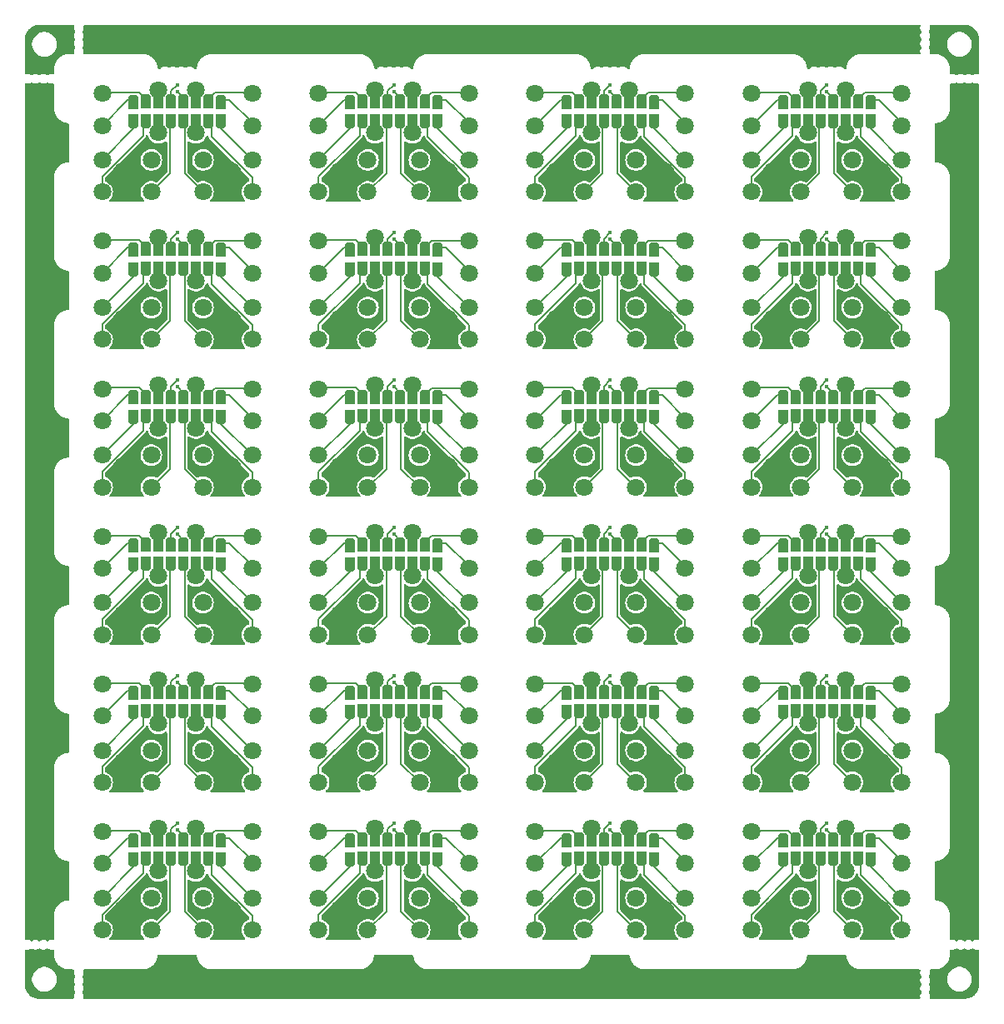
<source format=gbr>
%TF.GenerationSoftware,KiCad,Pcbnew,8.0.1-unknown-202403172319~81f55dfc9c~ubuntu22.04.1*%
%TF.CreationDate,2024-06-24T09:34:36+01:00*%
%TF.ProjectId,PANEL_DRY_ELECTRODES,50414e45-4c5f-4445-9259-5f454c454354,1.0*%
%TF.SameCoordinates,Original*%
%TF.FileFunction,Copper,L1,Top*%
%TF.FilePolarity,Positive*%
%FSLAX46Y46*%
G04 Gerber Fmt 4.6, Leading zero omitted, Abs format (unit mm)*
G04 Created by KiCad (PCBNEW 8.0.1-unknown-202403172319~81f55dfc9c~ubuntu22.04.1) date 2024-06-24 09:34:36*
%MOMM*%
%LPD*%
G01*
G04 APERTURE LIST*
G04 Aperture macros list*
%AMFreePoly0*
4,1,13,0.345671,0.480970,0.426777,0.426777,0.480970,0.345671,0.500000,0.250000,0.500000,-0.900000,-0.500000,-0.900000,-0.500000,0.250000,-0.480970,0.345671,-0.426777,0.426777,-0.345671,0.480970,-0.250000,0.500000,0.250000,0.500000,0.345671,0.480970,0.345671,0.480970,$1*%
G04 Aperture macros list end*
%TA.AperFunction,SMDPad,CuDef*%
%ADD10FreePoly0,180.000000*%
%TD*%
%TA.AperFunction,ComponentPad*%
%ADD11C,1.800000*%
%TD*%
%TA.AperFunction,SMDPad,CuDef*%
%ADD12C,3.000000*%
%TD*%
%TA.AperFunction,SMDPad,CuDef*%
%ADD13FreePoly0,0.000000*%
%TD*%
%TA.AperFunction,ViaPad*%
%ADD14C,0.400000*%
%TD*%
%TA.AperFunction,Conductor*%
%ADD15C,0.152400*%
%TD*%
G04 APERTURE END LIST*
D10*
%TO.P,J13,1,Pin_1*%
%TO.N,Board_5-/in5+*%
X38635000Y-25500000D03*
%TD*%
D11*
%TO.P,J26,1,Pin_1*%
%TO.N,Board_11-/in2+*%
X74375000Y-47500000D03*
%TD*%
D12*
%TO.P,I4,1,conn*%
%TO.N,Board_20-GND*%
X21125000Y-90875000D03*
%TD*%
D10*
%TO.P,J16,1,Pin_1*%
%TO.N,Board_13-/in8+*%
X42445000Y-55565000D03*
%TD*%
D11*
%TO.P,J26,1,Pin_1*%
%TO.N,Board_10-/in2+*%
X52375000Y-47500000D03*
%TD*%
D10*
%TO.P,J9,1,Pin_1*%
%TO.N,Board_6-/in1+*%
X55555000Y-25565000D03*
%TD*%
%TO.P,J15,1,Pin_1*%
%TO.N,Board_16-/in7+*%
X19175000Y-70500000D03*
%TD*%
D11*
%TO.P,J30,1,Pin_1*%
%TO.N,Board_22-/in6+*%
X61900000Y-86500000D03*
%TD*%
%TO.P,J17,1,Pin_1*%
%TO.N,Board_1-/in1-*%
X30375000Y-10750000D03*
%TD*%
D10*
%TO.P,J14,1,Pin_1*%
%TO.N,Board_6-/in6+*%
X61905000Y-25500000D03*
%TD*%
D11*
%TO.P,J32,1,Pin_1*%
%TO.N,Board_1-/in8+*%
X45625000Y-14250000D03*
%TD*%
%TO.P,J23,1,Pin_1*%
%TO.N,Board_12-/in7-*%
X23625000Y-52500000D03*
%TD*%
%TO.P,J24,1,Pin_1*%
%TO.N,Board_23-/in8-*%
X89625000Y-85750000D03*
%TD*%
%TO.P,J31,1,Pin_1*%
%TO.N,Board_6-/in7+*%
X67625000Y-32500000D03*
%TD*%
D10*
%TO.P,J9,1,Pin_1*%
%TO.N,Board_13-/in1+*%
X33555000Y-55565000D03*
%TD*%
D12*
%TO.P,I3,1,conn*%
%TO.N,Board_12-GND*%
X10875000Y-60875000D03*
%TD*%
D11*
%TO.P,J19,1,Pin_1*%
%TO.N,Board_6-/in3-*%
X58095000Y-22125000D03*
%TD*%
%TO.P,J19,1,Pin_1*%
%TO.N,Board_3-/in3-*%
X80095000Y-7125000D03*
%TD*%
D13*
%TO.P,J8,1,Pin_1*%
%TO.N,Board_13-/in8-*%
X42445000Y-53165000D03*
%TD*%
D12*
%TO.P,I4,1,conn*%
%TO.N,Board_1-GND*%
X43125000Y-15875000D03*
%TD*%
D10*
%TO.P,J10,1,Pin_1*%
%TO.N,Board_8-/in2+*%
X12825000Y-40500000D03*
%TD*%
D11*
%TO.P,J28,1,Pin_1*%
%TO.N,Board_13-/in4+*%
X35375000Y-62500000D03*
%TD*%
%TO.P,J25,1,Pin_1*%
%TO.N,Board_17-/in1+*%
X30375000Y-74250000D03*
%TD*%
D10*
%TO.P,J15,1,Pin_1*%
%TO.N,Board_19-/in7+*%
X85175000Y-70500000D03*
%TD*%
D13*
%TO.P,J3,1,Pin_1*%
%TO.N,Board_19-/in3-*%
X80095000Y-68100000D03*
%TD*%
D10*
%TO.P,J9,1,Pin_1*%
%TO.N,Board_5-/in1+*%
X33555000Y-25565000D03*
%TD*%
%TO.P,J16,1,Pin_1*%
%TO.N,Board_7-/in8+*%
X86445000Y-25565000D03*
%TD*%
D13*
%TO.P,J6,1,Pin_1*%
%TO.N,Board_11-/in6-*%
X83905000Y-38100000D03*
%TD*%
D11*
%TO.P,J25,1,Pin_1*%
%TO.N,Board_14-/in1+*%
X52375000Y-59250000D03*
%TD*%
D13*
%TO.P,J4,1,Pin_1*%
%TO.N,Board_19-/in4-*%
X81365000Y-68100000D03*
%TD*%
D11*
%TO.P,J31,1,Pin_1*%
%TO.N,Board_13-/in7+*%
X45625000Y-62500000D03*
%TD*%
D10*
%TO.P,J9,1,Pin_1*%
%TO.N,Board_20-/in1+*%
X11555000Y-85565000D03*
%TD*%
D11*
%TO.P,J27,1,Pin_1*%
%TO.N,Board_7-/in3+*%
X80100000Y-26500000D03*
%TD*%
%TO.P,J18,1,Pin_1*%
%TO.N,Board_19-/in2-*%
X74375000Y-67500000D03*
%TD*%
D10*
%TO.P,J10,1,Pin_1*%
%TO.N,Board_15-/in2+*%
X78825000Y-55500000D03*
%TD*%
D11*
%TO.P,J25,1,Pin_1*%
%TO.N,Board_9-/in1+*%
X30375000Y-44250000D03*
%TD*%
%TO.P,J29,1,Pin_1*%
%TO.N,Board_21-/in5+*%
X40625000Y-92500000D03*
%TD*%
%TO.P,J21,1,Pin_1*%
%TO.N,Board_21-/in5-*%
X40625000Y-89250000D03*
%TD*%
D13*
%TO.P,J6,1,Pin_1*%
%TO.N,Board_20-/in6-*%
X17905000Y-83100000D03*
%TD*%
D11*
%TO.P,J26,1,Pin_1*%
%TO.N,Board_23-/in2+*%
X74375000Y-92500000D03*
%TD*%
D12*
%TO.P,I4,1,conn*%
%TO.N,Board_7-GND*%
X87125000Y-30875000D03*
%TD*%
D11*
%TO.P,J32,1,Pin_1*%
%TO.N,Board_4-/in8+*%
X23625000Y-29250000D03*
%TD*%
%TO.P,J20,1,Pin_1*%
%TO.N,Board_20-/in4-*%
X13375000Y-89250000D03*
%TD*%
%TO.P,J28,1,Pin_1*%
%TO.N,Board_4-/in4+*%
X13375000Y-32500000D03*
%TD*%
D10*
%TO.P,J11,1,Pin_1*%
%TO.N,Board_2-/in3+*%
X58095000Y-10500000D03*
%TD*%
D13*
%TO.P,J7,1,Pin_1*%
%TO.N,Board_8-/in7-*%
X19175000Y-38100000D03*
%TD*%
D11*
%TO.P,J26,1,Pin_1*%
%TO.N,Board_12-/in2+*%
X8375000Y-62500000D03*
%TD*%
%TO.P,J17,1,Pin_1*%
%TO.N,Board_15-/in1-*%
X74375000Y-55750000D03*
%TD*%
D13*
%TO.P,J8,1,Pin_1*%
%TO.N,Board_12-/in8-*%
X20445000Y-53165000D03*
%TD*%
D11*
%TO.P,J19,1,Pin_1*%
%TO.N,Board_12-/in3-*%
X14095000Y-52125000D03*
%TD*%
D10*
%TO.P,J15,1,Pin_1*%
%TO.N,Board_11-/in7+*%
X85175000Y-40500000D03*
%TD*%
D12*
%TO.P,I4,1,conn*%
%TO.N,Board_13-GND*%
X43125000Y-60875000D03*
%TD*%
D13*
%TO.P,J6,1,Pin_1*%
%TO.N,Board_22-/in6-*%
X61905000Y-83100000D03*
%TD*%
D10*
%TO.P,J16,1,Pin_1*%
%TO.N,Board_4-/in8+*%
X20445000Y-25565000D03*
%TD*%
%TO.P,J14,1,Pin_1*%
%TO.N,Board_5-/in6+*%
X39905000Y-25500000D03*
%TD*%
%TO.P,J16,1,Pin_1*%
%TO.N,Board_22-/in8+*%
X64445000Y-85565000D03*
%TD*%
D11*
%TO.P,J21,1,Pin_1*%
%TO.N,Board_23-/in5-*%
X84625000Y-89250000D03*
%TD*%
D10*
%TO.P,J16,1,Pin_1*%
%TO.N,Board_15-/in8+*%
X86445000Y-55565000D03*
%TD*%
D11*
%TO.P,J31,1,Pin_1*%
%TO.N,Board_21-/in7+*%
X45625000Y-92500000D03*
%TD*%
D13*
%TO.P,J4,1,Pin_1*%
%TO.N,Board_2-/in4-*%
X59365000Y-8100000D03*
%TD*%
%TO.P,J8,1,Pin_1*%
%TO.N,Board_22-/in8-*%
X64445000Y-83165000D03*
%TD*%
%TO.P,J5,1,Pin_1*%
%TO.N,Board_17-/in5-*%
X38635000Y-68100000D03*
%TD*%
%TO.P,J4,1,Pin_1*%
%TO.N,Board_6-/in4-*%
X59365000Y-23100000D03*
%TD*%
%TO.P,J5,1,Pin_1*%
%TO.N,Board_22-/in5-*%
X60635000Y-83100000D03*
%TD*%
%TO.P,J7,1,Pin_1*%
%TO.N,Board_23-/in7-*%
X85175000Y-83100000D03*
%TD*%
D11*
%TO.P,J18,1,Pin_1*%
%TO.N,Board_7-/in2-*%
X74375000Y-22500000D03*
%TD*%
D10*
%TO.P,J14,1,Pin_1*%
%TO.N,Board_18-/in6+*%
X61905000Y-70500000D03*
%TD*%
D11*
%TO.P,J31,1,Pin_1*%
%TO.N,Board_0-/in7+*%
X23625000Y-17500000D03*
%TD*%
D10*
%TO.P,J14,1,Pin_1*%
%TO.N,Board_9-/in6+*%
X39905000Y-40500000D03*
%TD*%
D11*
%TO.P,J23,1,Pin_1*%
%TO.N,Board_22-/in7-*%
X67625000Y-82500000D03*
%TD*%
%TO.P,J21,1,Pin_1*%
%TO.N,Board_10-/in5-*%
X62625000Y-44250000D03*
%TD*%
%TO.P,J30,1,Pin_1*%
%TO.N,Board_14-/in6+*%
X61900000Y-56500000D03*
%TD*%
%TO.P,J26,1,Pin_1*%
%TO.N,Board_2-/in2+*%
X52375000Y-17500000D03*
%TD*%
D10*
%TO.P,J14,1,Pin_1*%
%TO.N,Board_4-/in6+*%
X17905000Y-25500000D03*
%TD*%
D11*
%TO.P,J30,1,Pin_1*%
%TO.N,Board_12-/in6+*%
X17900000Y-56500000D03*
%TD*%
D13*
%TO.P,J8,1,Pin_1*%
%TO.N,Board_2-/in8-*%
X64445000Y-8165000D03*
%TD*%
D10*
%TO.P,J15,1,Pin_1*%
%TO.N,Board_23-/in7+*%
X85175000Y-85500000D03*
%TD*%
D13*
%TO.P,J5,1,Pin_1*%
%TO.N,Board_5-/in5-*%
X38635000Y-23100000D03*
%TD*%
D10*
%TO.P,J10,1,Pin_1*%
%TO.N,Board_16-/in2+*%
X12825000Y-70500000D03*
%TD*%
D11*
%TO.P,J32,1,Pin_1*%
%TO.N,Board_7-/in8+*%
X89625000Y-29250000D03*
%TD*%
D10*
%TO.P,J13,1,Pin_1*%
%TO.N,Board_2-/in5+*%
X60635000Y-10500000D03*
%TD*%
D11*
%TO.P,J27,1,Pin_1*%
%TO.N,Board_19-/in3+*%
X80100000Y-71500000D03*
%TD*%
%TO.P,J32,1,Pin_1*%
%TO.N,Board_18-/in8+*%
X67625000Y-74250000D03*
%TD*%
D13*
%TO.P,J3,1,Pin_1*%
%TO.N,Board_15-/in3-*%
X80095000Y-53100000D03*
%TD*%
D11*
%TO.P,J27,1,Pin_1*%
%TO.N,Board_17-/in3+*%
X36100000Y-71500000D03*
%TD*%
D12*
%TO.P,I3,1,conn*%
%TO.N,Board_4-GND*%
X10875000Y-30875000D03*
%TD*%
D13*
%TO.P,J4,1,Pin_1*%
%TO.N,Board_11-/in4-*%
X81365000Y-38100000D03*
%TD*%
D11*
%TO.P,J20,1,Pin_1*%
%TO.N,Board_21-/in4-*%
X35375000Y-89250000D03*
%TD*%
%TO.P,J18,1,Pin_1*%
%TO.N,Board_11-/in2-*%
X74375000Y-37500000D03*
%TD*%
D13*
%TO.P,J8,1,Pin_1*%
%TO.N,Board_21-/in8-*%
X42445000Y-83165000D03*
%TD*%
%TO.P,J1,1,Pin_1*%
%TO.N,Board_5-/in1-*%
X33555000Y-23165000D03*
%TD*%
D11*
%TO.P,J17,1,Pin_1*%
%TO.N,Board_12-/in1-*%
X8375000Y-55750000D03*
%TD*%
D12*
%TO.P,I3,1,conn*%
%TO.N,Board_6-GND*%
X54875000Y-30875000D03*
%TD*%
D11*
%TO.P,J28,1,Pin_1*%
%TO.N,Board_22-/in4+*%
X57375000Y-92500000D03*
%TD*%
D13*
%TO.P,J2,1,Pin_1*%
%TO.N,Board_13-/in2-*%
X34825000Y-53100000D03*
%TD*%
D10*
%TO.P,J9,1,Pin_1*%
%TO.N,Board_2-/in1+*%
X55555000Y-10565000D03*
%TD*%
%TO.P,J9,1,Pin_1*%
%TO.N,Board_8-/in1+*%
X11555000Y-40565000D03*
%TD*%
%TO.P,J10,1,Pin_1*%
%TO.N,Board_13-/in2+*%
X34825000Y-55500000D03*
%TD*%
D11*
%TO.P,J24,1,Pin_1*%
%TO.N,Board_0-/in8-*%
X23625000Y-10750000D03*
%TD*%
%TO.P,J17,1,Pin_1*%
%TO.N,Board_20-/in1-*%
X8375000Y-85750000D03*
%TD*%
%TO.P,J26,1,Pin_1*%
%TO.N,Board_4-/in2+*%
X8375000Y-32500000D03*
%TD*%
D13*
%TO.P,J4,1,Pin_1*%
%TO.N,Board_23-/in4-*%
X81365000Y-83100000D03*
%TD*%
D11*
%TO.P,J20,1,Pin_1*%
%TO.N,Board_9-/in4-*%
X35375000Y-44250000D03*
%TD*%
D13*
%TO.P,J6,1,Pin_1*%
%TO.N,Board_21-/in6-*%
X39905000Y-83100000D03*
%TD*%
D11*
%TO.P,J18,1,Pin_1*%
%TO.N,Board_12-/in2-*%
X8375000Y-52500000D03*
%TD*%
%TO.P,J26,1,Pin_1*%
%TO.N,Board_1-/in2+*%
X30375000Y-17500000D03*
%TD*%
D13*
%TO.P,J2,1,Pin_1*%
%TO.N,Board_20-/in2-*%
X12825000Y-83100000D03*
%TD*%
D10*
%TO.P,J11,1,Pin_1*%
%TO.N,Board_16-/in3+*%
X14095000Y-70500000D03*
%TD*%
D11*
%TO.P,J29,1,Pin_1*%
%TO.N,Board_17-/in5+*%
X40625000Y-77500000D03*
%TD*%
D10*
%TO.P,J16,1,Pin_1*%
%TO.N,Board_19-/in8+*%
X86445000Y-70565000D03*
%TD*%
D13*
%TO.P,J5,1,Pin_1*%
%TO.N,Board_2-/in5-*%
X60635000Y-8100000D03*
%TD*%
%TO.P,J4,1,Pin_1*%
%TO.N,Board_14-/in4-*%
X59365000Y-53100000D03*
%TD*%
%TO.P,J2,1,Pin_1*%
%TO.N,Board_11-/in2-*%
X78825000Y-38100000D03*
%TD*%
D11*
%TO.P,J17,1,Pin_1*%
%TO.N,Board_18-/in1-*%
X52375000Y-70750000D03*
%TD*%
%TO.P,J32,1,Pin_1*%
%TO.N,Board_17-/in8+*%
X45625000Y-74250000D03*
%TD*%
%TO.P,J26,1,Pin_1*%
%TO.N,Board_5-/in2+*%
X30375000Y-32500000D03*
%TD*%
D10*
%TO.P,J10,1,Pin_1*%
%TO.N,Board_0-/in2+*%
X12825000Y-10500000D03*
%TD*%
D13*
%TO.P,J1,1,Pin_1*%
%TO.N,Board_22-/in1-*%
X55555000Y-83165000D03*
%TD*%
D11*
%TO.P,J32,1,Pin_1*%
%TO.N,Board_14-/in8+*%
X67625000Y-59250000D03*
%TD*%
D10*
%TO.P,J14,1,Pin_1*%
%TO.N,Board_8-/in6+*%
X17905000Y-40500000D03*
%TD*%
D13*
%TO.P,J5,1,Pin_1*%
%TO.N,Board_19-/in5-*%
X82635000Y-68100000D03*
%TD*%
D10*
%TO.P,J14,1,Pin_1*%
%TO.N,Board_11-/in6+*%
X83905000Y-40500000D03*
%TD*%
%TO.P,J11,1,Pin_1*%
%TO.N,Board_22-/in3+*%
X58095000Y-85500000D03*
%TD*%
D11*
%TO.P,J31,1,Pin_1*%
%TO.N,Board_7-/in7+*%
X89625000Y-32500000D03*
%TD*%
D10*
%TO.P,J14,1,Pin_1*%
%TO.N,Board_10-/in6+*%
X61905000Y-40500000D03*
%TD*%
D11*
%TO.P,J30,1,Pin_1*%
%TO.N,Board_11-/in6+*%
X83900000Y-41500000D03*
%TD*%
%TO.P,J29,1,Pin_1*%
%TO.N,Board_18-/in5+*%
X62625000Y-77500000D03*
%TD*%
D10*
%TO.P,J10,1,Pin_1*%
%TO.N,Board_20-/in2+*%
X12825000Y-85500000D03*
%TD*%
D12*
%TO.P,I4,1,conn*%
%TO.N,Board_14-GND*%
X65125000Y-60875000D03*
%TD*%
D11*
%TO.P,J27,1,Pin_1*%
%TO.N,Board_20-/in3+*%
X14100000Y-86500000D03*
%TD*%
D10*
%TO.P,J10,1,Pin_1*%
%TO.N,Board_10-/in2+*%
X56825000Y-40500000D03*
%TD*%
%TO.P,J12,1,Pin_1*%
%TO.N,Board_9-/in4+*%
X37365000Y-40500000D03*
%TD*%
D11*
%TO.P,J19,1,Pin_1*%
%TO.N,Board_7-/in3-*%
X80095000Y-22125000D03*
%TD*%
D10*
%TO.P,J15,1,Pin_1*%
%TO.N,Board_21-/in7+*%
X41175000Y-85500000D03*
%TD*%
D11*
%TO.P,J20,1,Pin_1*%
%TO.N,Board_3-/in4-*%
X79375000Y-14250000D03*
%TD*%
%TO.P,J18,1,Pin_1*%
%TO.N,Board_14-/in2-*%
X52375000Y-52500000D03*
%TD*%
D13*
%TO.P,J4,1,Pin_1*%
%TO.N,Board_3-/in4-*%
X81365000Y-8100000D03*
%TD*%
D11*
%TO.P,J30,1,Pin_1*%
%TO.N,Board_0-/in6+*%
X17900000Y-11500000D03*
%TD*%
%TO.P,J29,1,Pin_1*%
%TO.N,Board_2-/in5+*%
X62625000Y-17500000D03*
%TD*%
D12*
%TO.P,I3,1,conn*%
%TO.N,Board_13-GND*%
X32875000Y-60875000D03*
%TD*%
D11*
%TO.P,J24,1,Pin_1*%
%TO.N,Board_12-/in8-*%
X23625000Y-55750000D03*
%TD*%
D10*
%TO.P,J13,1,Pin_1*%
%TO.N,Board_7-/in5+*%
X82635000Y-25500000D03*
%TD*%
%TO.P,J15,1,Pin_1*%
%TO.N,Board_1-/in7+*%
X41175000Y-10500000D03*
%TD*%
%TO.P,J13,1,Pin_1*%
%TO.N,Board_11-/in5+*%
X82635000Y-40500000D03*
%TD*%
D13*
%TO.P,J5,1,Pin_1*%
%TO.N,Board_16-/in5-*%
X16635000Y-68100000D03*
%TD*%
D10*
%TO.P,J15,1,Pin_1*%
%TO.N,Board_14-/in7+*%
X63175000Y-55500000D03*
%TD*%
D11*
%TO.P,J22,1,Pin_1*%
%TO.N,Board_7-/in6-*%
X83905000Y-22125000D03*
%TD*%
%TO.P,J26,1,Pin_1*%
%TO.N,Board_9-/in2+*%
X30375000Y-47500000D03*
%TD*%
D10*
%TO.P,J12,1,Pin_1*%
%TO.N,Board_20-/in4+*%
X15365000Y-85500000D03*
%TD*%
D11*
%TO.P,J19,1,Pin_1*%
%TO.N,Board_10-/in3-*%
X58095000Y-37125000D03*
%TD*%
D10*
%TO.P,J9,1,Pin_1*%
%TO.N,Board_22-/in1+*%
X55555000Y-85565000D03*
%TD*%
D11*
%TO.P,J25,1,Pin_1*%
%TO.N,Board_13-/in1+*%
X30375000Y-59250000D03*
%TD*%
D10*
%TO.P,J10,1,Pin_1*%
%TO.N,Board_4-/in2+*%
X12825000Y-25500000D03*
%TD*%
D11*
%TO.P,J28,1,Pin_1*%
%TO.N,Board_11-/in4+*%
X79375000Y-47500000D03*
%TD*%
D10*
%TO.P,J13,1,Pin_1*%
%TO.N,Board_13-/in5+*%
X38635000Y-55500000D03*
%TD*%
D11*
%TO.P,J19,1,Pin_1*%
%TO.N,Board_1-/in3-*%
X36095000Y-7125000D03*
%TD*%
D13*
%TO.P,J2,1,Pin_1*%
%TO.N,Board_22-/in2-*%
X56825000Y-83100000D03*
%TD*%
D10*
%TO.P,J12,1,Pin_1*%
%TO.N,Board_7-/in4+*%
X81365000Y-25500000D03*
%TD*%
D11*
%TO.P,J31,1,Pin_1*%
%TO.N,Board_4-/in7+*%
X23625000Y-32500000D03*
%TD*%
%TO.P,J30,1,Pin_1*%
%TO.N,Board_9-/in6+*%
X39900000Y-41500000D03*
%TD*%
D12*
%TO.P,I3,1,conn*%
%TO.N,Board_5-GND*%
X32875000Y-30875000D03*
%TD*%
D13*
%TO.P,J4,1,Pin_1*%
%TO.N,Board_20-/in4-*%
X15365000Y-83100000D03*
%TD*%
D10*
%TO.P,J14,1,Pin_1*%
%TO.N,Board_2-/in6+*%
X61905000Y-10500000D03*
%TD*%
D12*
%TO.P,I3,1,conn*%
%TO.N,Board_7-GND*%
X76875000Y-30875000D03*
%TD*%
D11*
%TO.P,J24,1,Pin_1*%
%TO.N,Board_4-/in8-*%
X23625000Y-25750000D03*
%TD*%
%TO.P,J25,1,Pin_1*%
%TO.N,Board_5-/in1+*%
X30375000Y-29250000D03*
%TD*%
D13*
%TO.P,J2,1,Pin_1*%
%TO.N,Board_0-/in2-*%
X12825000Y-8100000D03*
%TD*%
D11*
%TO.P,J32,1,Pin_1*%
%TO.N,Board_8-/in8+*%
X23625000Y-44250000D03*
%TD*%
D13*
%TO.P,J1,1,Pin_1*%
%TO.N,Board_17-/in1-*%
X33555000Y-68165000D03*
%TD*%
%TO.P,J4,1,Pin_1*%
%TO.N,Board_16-/in4-*%
X15365000Y-68100000D03*
%TD*%
D11*
%TO.P,J24,1,Pin_1*%
%TO.N,Board_18-/in8-*%
X67625000Y-70750000D03*
%TD*%
%TO.P,J20,1,Pin_1*%
%TO.N,Board_12-/in4-*%
X13375000Y-59250000D03*
%TD*%
D13*
%TO.P,J2,1,Pin_1*%
%TO.N,Board_5-/in2-*%
X34825000Y-23100000D03*
%TD*%
D11*
%TO.P,J21,1,Pin_1*%
%TO.N,Board_8-/in5-*%
X18625000Y-44250000D03*
%TD*%
D10*
%TO.P,J12,1,Pin_1*%
%TO.N,Board_23-/in4+*%
X81365000Y-85500000D03*
%TD*%
D11*
%TO.P,J22,1,Pin_1*%
%TO.N,Board_2-/in6-*%
X61905000Y-7125000D03*
%TD*%
D13*
%TO.P,J8,1,Pin_1*%
%TO.N,Board_9-/in8-*%
X42445000Y-38165000D03*
%TD*%
D11*
%TO.P,J24,1,Pin_1*%
%TO.N,Board_21-/in8-*%
X45625000Y-85750000D03*
%TD*%
D13*
%TO.P,J1,1,Pin_1*%
%TO.N,Board_11-/in1-*%
X77555000Y-38165000D03*
%TD*%
D11*
%TO.P,J26,1,Pin_1*%
%TO.N,Board_6-/in2+*%
X52375000Y-32500000D03*
%TD*%
D13*
%TO.P,J3,1,Pin_1*%
%TO.N,Board_10-/in3-*%
X58095000Y-38100000D03*
%TD*%
D11*
%TO.P,J18,1,Pin_1*%
%TO.N,Board_1-/in2-*%
X30375000Y-7500000D03*
%TD*%
%TO.P,J27,1,Pin_1*%
%TO.N,Board_15-/in3+*%
X80100000Y-56500000D03*
%TD*%
D10*
%TO.P,J16,1,Pin_1*%
%TO.N,Board_10-/in8+*%
X64445000Y-40565000D03*
%TD*%
D11*
%TO.P,J31,1,Pin_1*%
%TO.N,Board_9-/in7+*%
X45625000Y-47500000D03*
%TD*%
%TO.P,J25,1,Pin_1*%
%TO.N,Board_22-/in1+*%
X52375000Y-89250000D03*
%TD*%
%TO.P,J21,1,Pin_1*%
%TO.N,Board_15-/in5-*%
X84625000Y-59250000D03*
%TD*%
D10*
%TO.P,J10,1,Pin_1*%
%TO.N,Board_17-/in2+*%
X34825000Y-70500000D03*
%TD*%
D13*
%TO.P,J4,1,Pin_1*%
%TO.N,Board_10-/in4-*%
X59365000Y-38100000D03*
%TD*%
D11*
%TO.P,J20,1,Pin_1*%
%TO.N,Board_1-/in4-*%
X35375000Y-14250000D03*
%TD*%
D12*
%TO.P,I3,1,conn*%
%TO.N,Board_10-GND*%
X54875000Y-45875000D03*
%TD*%
D11*
%TO.P,J20,1,Pin_1*%
%TO.N,Board_14-/in4-*%
X57375000Y-59250000D03*
%TD*%
D10*
%TO.P,J10,1,Pin_1*%
%TO.N,Board_18-/in2+*%
X56825000Y-70500000D03*
%TD*%
D13*
%TO.P,J1,1,Pin_1*%
%TO.N,Board_9-/in1-*%
X33555000Y-38165000D03*
%TD*%
D10*
%TO.P,J13,1,Pin_1*%
%TO.N,Board_19-/in5+*%
X82635000Y-70500000D03*
%TD*%
D11*
%TO.P,J28,1,Pin_1*%
%TO.N,Board_19-/in4+*%
X79375000Y-77500000D03*
%TD*%
%TO.P,J26,1,Pin_1*%
%TO.N,Board_17-/in2+*%
X30375000Y-77500000D03*
%TD*%
%TO.P,J20,1,Pin_1*%
%TO.N,Board_2-/in4-*%
X57375000Y-14250000D03*
%TD*%
D10*
%TO.P,J16,1,Pin_1*%
%TO.N,Board_14-/in8+*%
X64445000Y-55565000D03*
%TD*%
%TO.P,J11,1,Pin_1*%
%TO.N,Board_3-/in3+*%
X80095000Y-10500000D03*
%TD*%
D13*
%TO.P,J2,1,Pin_1*%
%TO.N,Board_21-/in2-*%
X34825000Y-83100000D03*
%TD*%
D11*
%TO.P,J20,1,Pin_1*%
%TO.N,Board_17-/in4-*%
X35375000Y-74250000D03*
%TD*%
D13*
%TO.P,J3,1,Pin_1*%
%TO.N,Board_7-/in3-*%
X80095000Y-23100000D03*
%TD*%
%TO.P,J8,1,Pin_1*%
%TO.N,Board_20-/in8-*%
X20445000Y-83165000D03*
%TD*%
D11*
%TO.P,J29,1,Pin_1*%
%TO.N,Board_15-/in5+*%
X84625000Y-62500000D03*
%TD*%
%TO.P,J22,1,Pin_1*%
%TO.N,Board_10-/in6-*%
X61905000Y-37125000D03*
%TD*%
D13*
%TO.P,J8,1,Pin_1*%
%TO.N,Board_5-/in8-*%
X42445000Y-23165000D03*
%TD*%
D10*
%TO.P,J13,1,Pin_1*%
%TO.N,Board_18-/in5+*%
X60635000Y-70500000D03*
%TD*%
D11*
%TO.P,J17,1,Pin_1*%
%TO.N,Board_11-/in1-*%
X74375000Y-40750000D03*
%TD*%
D10*
%TO.P,J15,1,Pin_1*%
%TO.N,Board_0-/in7+*%
X19175000Y-10500000D03*
%TD*%
D13*
%TO.P,J5,1,Pin_1*%
%TO.N,Board_14-/in5-*%
X60635000Y-53100000D03*
%TD*%
D11*
%TO.P,J32,1,Pin_1*%
%TO.N,Board_12-/in8+*%
X23625000Y-59250000D03*
%TD*%
D13*
%TO.P,J3,1,Pin_1*%
%TO.N,Board_12-/in3-*%
X14095000Y-53100000D03*
%TD*%
D10*
%TO.P,J11,1,Pin_1*%
%TO.N,Board_11-/in3+*%
X80095000Y-40500000D03*
%TD*%
D11*
%TO.P,J24,1,Pin_1*%
%TO.N,Board_10-/in8-*%
X67625000Y-40750000D03*
%TD*%
D10*
%TO.P,J9,1,Pin_1*%
%TO.N,Board_18-/in1+*%
X55555000Y-70565000D03*
%TD*%
%TO.P,J11,1,Pin_1*%
%TO.N,Board_23-/in3+*%
X80095000Y-85500000D03*
%TD*%
D12*
%TO.P,I4,1,conn*%
%TO.N,Board_17-GND*%
X43125000Y-75875000D03*
%TD*%
D13*
%TO.P,J1,1,Pin_1*%
%TO.N,Board_13-/in1-*%
X33555000Y-53165000D03*
%TD*%
%TO.P,J3,1,Pin_1*%
%TO.N,Board_18-/in3-*%
X58095000Y-68100000D03*
%TD*%
D11*
%TO.P,J29,1,Pin_1*%
%TO.N,Board_5-/in5+*%
X40625000Y-32500000D03*
%TD*%
D13*
%TO.P,J8,1,Pin_1*%
%TO.N,Board_6-/in8-*%
X64445000Y-23165000D03*
%TD*%
D11*
%TO.P,J18,1,Pin_1*%
%TO.N,Board_9-/in2-*%
X30375000Y-37500000D03*
%TD*%
%TO.P,J22,1,Pin_1*%
%TO.N,Board_18-/in6-*%
X61905000Y-67125000D03*
%TD*%
D13*
%TO.P,J4,1,Pin_1*%
%TO.N,Board_13-/in4-*%
X37365000Y-53100000D03*
%TD*%
D11*
%TO.P,J18,1,Pin_1*%
%TO.N,Board_13-/in2-*%
X30375000Y-52500000D03*
%TD*%
D10*
%TO.P,J14,1,Pin_1*%
%TO.N,Board_3-/in6+*%
X83905000Y-10500000D03*
%TD*%
D11*
%TO.P,J25,1,Pin_1*%
%TO.N,Board_8-/in1+*%
X8375000Y-44250000D03*
%TD*%
D13*
%TO.P,J8,1,Pin_1*%
%TO.N,Board_17-/in8-*%
X42445000Y-68165000D03*
%TD*%
D11*
%TO.P,J27,1,Pin_1*%
%TO.N,Board_3-/in3+*%
X80100000Y-11500000D03*
%TD*%
D10*
%TO.P,J14,1,Pin_1*%
%TO.N,Board_7-/in6+*%
X83905000Y-25500000D03*
%TD*%
%TO.P,J14,1,Pin_1*%
%TO.N,Board_13-/in6+*%
X39905000Y-55500000D03*
%TD*%
D11*
%TO.P,J29,1,Pin_1*%
%TO.N,Board_0-/in5+*%
X18625000Y-17500000D03*
%TD*%
%TO.P,J22,1,Pin_1*%
%TO.N,Board_0-/in6-*%
X17905000Y-7125000D03*
%TD*%
D10*
%TO.P,J9,1,Pin_1*%
%TO.N,Board_4-/in1+*%
X11555000Y-25565000D03*
%TD*%
%TO.P,J11,1,Pin_1*%
%TO.N,Board_7-/in3+*%
X80095000Y-25500000D03*
%TD*%
D13*
%TO.P,J1,1,Pin_1*%
%TO.N,Board_21-/in1-*%
X33555000Y-83165000D03*
%TD*%
D10*
%TO.P,J13,1,Pin_1*%
%TO.N,Board_20-/in5+*%
X16635000Y-85500000D03*
%TD*%
%TO.P,J12,1,Pin_1*%
%TO.N,Board_10-/in4+*%
X59365000Y-40500000D03*
%TD*%
D11*
%TO.P,J31,1,Pin_1*%
%TO.N,Board_5-/in7+*%
X45625000Y-32500000D03*
%TD*%
%TO.P,J25,1,Pin_1*%
%TO.N,Board_23-/in1+*%
X74375000Y-89250000D03*
%TD*%
%TO.P,J19,1,Pin_1*%
%TO.N,Board_15-/in3-*%
X80095000Y-52125000D03*
%TD*%
D10*
%TO.P,J11,1,Pin_1*%
%TO.N,Board_12-/in3+*%
X14095000Y-55500000D03*
%TD*%
D11*
%TO.P,J19,1,Pin_1*%
%TO.N,Board_9-/in3-*%
X36095000Y-37125000D03*
%TD*%
D10*
%TO.P,J15,1,Pin_1*%
%TO.N,Board_9-/in7+*%
X41175000Y-40500000D03*
%TD*%
%TO.P,J13,1,Pin_1*%
%TO.N,Board_0-/in5+*%
X16635000Y-10500000D03*
%TD*%
D11*
%TO.P,J24,1,Pin_1*%
%TO.N,Board_14-/in8-*%
X67625000Y-55750000D03*
%TD*%
D10*
%TO.P,J10,1,Pin_1*%
%TO.N,Board_1-/in2+*%
X34825000Y-10500000D03*
%TD*%
D13*
%TO.P,J1,1,Pin_1*%
%TO.N,Board_20-/in1-*%
X11555000Y-83165000D03*
%TD*%
D11*
%TO.P,J27,1,Pin_1*%
%TO.N,Board_21-/in3+*%
X36100000Y-86500000D03*
%TD*%
D13*
%TO.P,J1,1,Pin_1*%
%TO.N,Board_2-/in1-*%
X55555000Y-8165000D03*
%TD*%
D10*
%TO.P,J10,1,Pin_1*%
%TO.N,Board_7-/in2+*%
X78825000Y-25500000D03*
%TD*%
D11*
%TO.P,J17,1,Pin_1*%
%TO.N,Board_19-/in1-*%
X74375000Y-70750000D03*
%TD*%
%TO.P,J23,1,Pin_1*%
%TO.N,Board_11-/in7-*%
X89625000Y-37500000D03*
%TD*%
%TO.P,J18,1,Pin_1*%
%TO.N,Board_2-/in2-*%
X52375000Y-7500000D03*
%TD*%
%TO.P,J24,1,Pin_1*%
%TO.N,Board_15-/in8-*%
X89625000Y-55750000D03*
%TD*%
D13*
%TO.P,J6,1,Pin_1*%
%TO.N,Board_0-/in6-*%
X17905000Y-8100000D03*
%TD*%
D11*
%TO.P,J24,1,Pin_1*%
%TO.N,Board_20-/in8-*%
X23625000Y-85750000D03*
%TD*%
%TO.P,J21,1,Pin_1*%
%TO.N,Board_13-/in5-*%
X40625000Y-59250000D03*
%TD*%
%TO.P,J32,1,Pin_1*%
%TO.N,Board_10-/in8+*%
X67625000Y-44250000D03*
%TD*%
D10*
%TO.P,J12,1,Pin_1*%
%TO.N,Board_8-/in4+*%
X15365000Y-40500000D03*
%TD*%
%TO.P,J11,1,Pin_1*%
%TO.N,Board_8-/in3+*%
X14095000Y-40500000D03*
%TD*%
D11*
%TO.P,J28,1,Pin_1*%
%TO.N,Board_0-/in4+*%
X13375000Y-17500000D03*
%TD*%
%TO.P,J19,1,Pin_1*%
%TO.N,Board_18-/in3-*%
X58095000Y-67125000D03*
%TD*%
D13*
%TO.P,J1,1,Pin_1*%
%TO.N,Board_18-/in1-*%
X55555000Y-68165000D03*
%TD*%
D10*
%TO.P,J15,1,Pin_1*%
%TO.N,Board_17-/in7+*%
X41175000Y-70500000D03*
%TD*%
D11*
%TO.P,J23,1,Pin_1*%
%TO.N,Board_18-/in7-*%
X67625000Y-67500000D03*
%TD*%
%TO.P,J25,1,Pin_1*%
%TO.N,Board_11-/in1+*%
X74375000Y-44250000D03*
%TD*%
D13*
%TO.P,J2,1,Pin_1*%
%TO.N,Board_8-/in2-*%
X12825000Y-38100000D03*
%TD*%
D11*
%TO.P,J24,1,Pin_1*%
%TO.N,Board_8-/in8-*%
X23625000Y-40750000D03*
%TD*%
D13*
%TO.P,J2,1,Pin_1*%
%TO.N,Board_16-/in2-*%
X12825000Y-68100000D03*
%TD*%
D11*
%TO.P,J19,1,Pin_1*%
%TO.N,Board_11-/in3-*%
X80095000Y-37125000D03*
%TD*%
D12*
%TO.P,I4,1,conn*%
%TO.N,Board_19-GND*%
X87125000Y-75875000D03*
%TD*%
D10*
%TO.P,J14,1,Pin_1*%
%TO.N,Board_22-/in6+*%
X61905000Y-85500000D03*
%TD*%
%TO.P,J9,1,Pin_1*%
%TO.N,Board_7-/in1+*%
X77555000Y-25565000D03*
%TD*%
D13*
%TO.P,J5,1,Pin_1*%
%TO.N,Board_21-/in5-*%
X38635000Y-83100000D03*
%TD*%
D11*
%TO.P,J23,1,Pin_1*%
%TO.N,Board_21-/in7-*%
X45625000Y-82500000D03*
%TD*%
%TO.P,J19,1,Pin_1*%
%TO.N,Board_13-/in3-*%
X36095000Y-52125000D03*
%TD*%
%TO.P,J31,1,Pin_1*%
%TO.N,Board_12-/in7+*%
X23625000Y-62500000D03*
%TD*%
%TO.P,J22,1,Pin_1*%
%TO.N,Board_13-/in6-*%
X39905000Y-52125000D03*
%TD*%
D10*
%TO.P,J16,1,Pin_1*%
%TO.N,Board_6-/in8+*%
X64445000Y-25565000D03*
%TD*%
D11*
%TO.P,J27,1,Pin_1*%
%TO.N,Board_23-/in3+*%
X80100000Y-86500000D03*
%TD*%
%TO.P,J19,1,Pin_1*%
%TO.N,Board_2-/in3-*%
X58095000Y-7125000D03*
%TD*%
%TO.P,J26,1,Pin_1*%
%TO.N,Board_7-/in2+*%
X74375000Y-32500000D03*
%TD*%
D13*
%TO.P,J3,1,Pin_1*%
%TO.N,Board_22-/in3-*%
X58095000Y-83100000D03*
%TD*%
D11*
%TO.P,J17,1,Pin_1*%
%TO.N,Board_5-/in1-*%
X30375000Y-25750000D03*
%TD*%
D13*
%TO.P,J2,1,Pin_1*%
%TO.N,Board_18-/in2-*%
X56825000Y-68100000D03*
%TD*%
D12*
%TO.P,I4,1,conn*%
%TO.N,Board_5-GND*%
X43125000Y-30875000D03*
%TD*%
D11*
%TO.P,J18,1,Pin_1*%
%TO.N,Board_0-/in2-*%
X8375000Y-7500000D03*
%TD*%
D10*
%TO.P,J12,1,Pin_1*%
%TO.N,Board_3-/in4+*%
X81365000Y-10500000D03*
%TD*%
D13*
%TO.P,J5,1,Pin_1*%
%TO.N,Board_10-/in5-*%
X60635000Y-38100000D03*
%TD*%
D10*
%TO.P,J12,1,Pin_1*%
%TO.N,Board_1-/in4+*%
X37365000Y-10500000D03*
%TD*%
D11*
%TO.P,J31,1,Pin_1*%
%TO.N,Board_3-/in7+*%
X89625000Y-17500000D03*
%TD*%
%TO.P,J28,1,Pin_1*%
%TO.N,Board_18-/in4+*%
X57375000Y-77500000D03*
%TD*%
D10*
%TO.P,J13,1,Pin_1*%
%TO.N,Board_17-/in5+*%
X38635000Y-70500000D03*
%TD*%
D13*
%TO.P,J3,1,Pin_1*%
%TO.N,Board_23-/in3-*%
X80095000Y-83100000D03*
%TD*%
%TO.P,J7,1,Pin_1*%
%TO.N,Board_3-/in7-*%
X85175000Y-8100000D03*
%TD*%
D11*
%TO.P,J20,1,Pin_1*%
%TO.N,Board_7-/in4-*%
X79375000Y-29250000D03*
%TD*%
%TO.P,J26,1,Pin_1*%
%TO.N,Board_8-/in2+*%
X8375000Y-47500000D03*
%TD*%
%TO.P,J21,1,Pin_1*%
%TO.N,Board_6-/in5-*%
X62625000Y-29250000D03*
%TD*%
%TO.P,J21,1,Pin_1*%
%TO.N,Board_20-/in5-*%
X18625000Y-89250000D03*
%TD*%
%TO.P,J24,1,Pin_1*%
%TO.N,Board_17-/in8-*%
X45625000Y-70750000D03*
%TD*%
%TO.P,J19,1,Pin_1*%
%TO.N,Board_8-/in3-*%
X14095000Y-37125000D03*
%TD*%
%TO.P,J30,1,Pin_1*%
%TO.N,Board_4-/in6+*%
X17900000Y-26500000D03*
%TD*%
D10*
%TO.P,J12,1,Pin_1*%
%TO.N,Board_0-/in4+*%
X15365000Y-10500000D03*
%TD*%
%TO.P,J12,1,Pin_1*%
%TO.N,Board_4-/in4+*%
X15365000Y-25500000D03*
%TD*%
D11*
%TO.P,J25,1,Pin_1*%
%TO.N,Board_12-/in1+*%
X8375000Y-59250000D03*
%TD*%
%TO.P,J32,1,Pin_1*%
%TO.N,Board_20-/in8+*%
X23625000Y-89250000D03*
%TD*%
%TO.P,J27,1,Pin_1*%
%TO.N,Board_16-/in3+*%
X14100000Y-71500000D03*
%TD*%
D10*
%TO.P,J16,1,Pin_1*%
%TO.N,Board_17-/in8+*%
X42445000Y-70565000D03*
%TD*%
D13*
%TO.P,J8,1,Pin_1*%
%TO.N,Board_3-/in8-*%
X86445000Y-8165000D03*
%TD*%
%TO.P,J7,1,Pin_1*%
%TO.N,Board_20-/in7-*%
X19175000Y-83100000D03*
%TD*%
D11*
%TO.P,J25,1,Pin_1*%
%TO.N,Board_18-/in1+*%
X52375000Y-74250000D03*
%TD*%
%TO.P,J31,1,Pin_1*%
%TO.N,Board_20-/in7+*%
X23625000Y-92500000D03*
%TD*%
%TO.P,J21,1,Pin_1*%
%TO.N,Board_4-/in5-*%
X18625000Y-29250000D03*
%TD*%
D10*
%TO.P,J11,1,Pin_1*%
%TO.N,Board_17-/in3+*%
X36095000Y-70500000D03*
%TD*%
D11*
%TO.P,J31,1,Pin_1*%
%TO.N,Board_23-/in7+*%
X89625000Y-92500000D03*
%TD*%
D10*
%TO.P,J12,1,Pin_1*%
%TO.N,Board_5-/in4+*%
X37365000Y-25500000D03*
%TD*%
D11*
%TO.P,J28,1,Pin_1*%
%TO.N,Board_7-/in4+*%
X79375000Y-32500000D03*
%TD*%
%TO.P,J30,1,Pin_1*%
%TO.N,Board_15-/in6+*%
X83900000Y-56500000D03*
%TD*%
D13*
%TO.P,J2,1,Pin_1*%
%TO.N,Board_17-/in2-*%
X34825000Y-68100000D03*
%TD*%
D12*
%TO.P,I4,1,conn*%
%TO.N,Board_11-GND*%
X87125000Y-45875000D03*
%TD*%
D11*
%TO.P,J29,1,Pin_1*%
%TO.N,Board_20-/in5+*%
X18625000Y-92500000D03*
%TD*%
D10*
%TO.P,J10,1,Pin_1*%
%TO.N,Board_22-/in2+*%
X56825000Y-85500000D03*
%TD*%
D11*
%TO.P,J31,1,Pin_1*%
%TO.N,Board_16-/in7+*%
X23625000Y-77500000D03*
%TD*%
D10*
%TO.P,J15,1,Pin_1*%
%TO.N,Board_5-/in7+*%
X41175000Y-25500000D03*
%TD*%
D13*
%TO.P,J6,1,Pin_1*%
%TO.N,Board_13-/in6-*%
X39905000Y-53100000D03*
%TD*%
D11*
%TO.P,J21,1,Pin_1*%
%TO.N,Board_18-/in5-*%
X62625000Y-74250000D03*
%TD*%
%TO.P,J32,1,Pin_1*%
%TO.N,Board_15-/in8+*%
X89625000Y-59250000D03*
%TD*%
D13*
%TO.P,J4,1,Pin_1*%
%TO.N,Board_4-/in4-*%
X15365000Y-23100000D03*
%TD*%
%TO.P,J3,1,Pin_1*%
%TO.N,Board_14-/in3-*%
X58095000Y-53100000D03*
%TD*%
D10*
%TO.P,J10,1,Pin_1*%
%TO.N,Board_9-/in2+*%
X34825000Y-40500000D03*
%TD*%
%TO.P,J11,1,Pin_1*%
%TO.N,Board_21-/in3+*%
X36095000Y-85500000D03*
%TD*%
D11*
%TO.P,J29,1,Pin_1*%
%TO.N,Board_16-/in5+*%
X18625000Y-77500000D03*
%TD*%
D10*
%TO.P,J11,1,Pin_1*%
%TO.N,Board_10-/in3+*%
X58095000Y-40500000D03*
%TD*%
D11*
%TO.P,J25,1,Pin_1*%
%TO.N,Board_6-/in1+*%
X52375000Y-29250000D03*
%TD*%
%TO.P,J18,1,Pin_1*%
%TO.N,Board_10-/in2-*%
X52375000Y-37500000D03*
%TD*%
%TO.P,J30,1,Pin_1*%
%TO.N,Board_23-/in6+*%
X83900000Y-86500000D03*
%TD*%
D10*
%TO.P,J13,1,Pin_1*%
%TO.N,Board_23-/in5+*%
X82635000Y-85500000D03*
%TD*%
D11*
%TO.P,J31,1,Pin_1*%
%TO.N,Board_17-/in7+*%
X45625000Y-77500000D03*
%TD*%
D13*
%TO.P,J5,1,Pin_1*%
%TO.N,Board_13-/in5-*%
X38635000Y-53100000D03*
%TD*%
D11*
%TO.P,J23,1,Pin_1*%
%TO.N,Board_15-/in7-*%
X89625000Y-52500000D03*
%TD*%
D13*
%TO.P,J1,1,Pin_1*%
%TO.N,Board_19-/in1-*%
X77555000Y-68165000D03*
%TD*%
D11*
%TO.P,J21,1,Pin_1*%
%TO.N,Board_11-/in5-*%
X84625000Y-44250000D03*
%TD*%
%TO.P,J20,1,Pin_1*%
%TO.N,Board_10-/in4-*%
X57375000Y-44250000D03*
%TD*%
D13*
%TO.P,J1,1,Pin_1*%
%TO.N,Board_16-/in1-*%
X11555000Y-68165000D03*
%TD*%
D11*
%TO.P,J31,1,Pin_1*%
%TO.N,Board_8-/in7+*%
X23625000Y-47500000D03*
%TD*%
%TO.P,J21,1,Pin_1*%
%TO.N,Board_19-/in5-*%
X84625000Y-74250000D03*
%TD*%
%TO.P,J24,1,Pin_1*%
%TO.N,Board_16-/in8-*%
X23625000Y-70750000D03*
%TD*%
D13*
%TO.P,J2,1,Pin_1*%
%TO.N,Board_15-/in2-*%
X78825000Y-53100000D03*
%TD*%
%TO.P,J3,1,Pin_1*%
%TO.N,Board_1-/in3-*%
X36095000Y-8100000D03*
%TD*%
%TO.P,J7,1,Pin_1*%
%TO.N,Board_7-/in7-*%
X85175000Y-23100000D03*
%TD*%
D11*
%TO.P,J28,1,Pin_1*%
%TO.N,Board_15-/in4+*%
X79375000Y-62500000D03*
%TD*%
D13*
%TO.P,J7,1,Pin_1*%
%TO.N,Board_13-/in7-*%
X41175000Y-53100000D03*
%TD*%
D11*
%TO.P,J24,1,Pin_1*%
%TO.N,Board_19-/in8-*%
X89625000Y-70750000D03*
%TD*%
D13*
%TO.P,J3,1,Pin_1*%
%TO.N,Board_3-/in3-*%
X80095000Y-8100000D03*
%TD*%
D11*
%TO.P,J23,1,Pin_1*%
%TO.N,Board_6-/in7-*%
X67625000Y-22500000D03*
%TD*%
%TO.P,J25,1,Pin_1*%
%TO.N,Board_19-/in1+*%
X74375000Y-74250000D03*
%TD*%
%TO.P,J28,1,Pin_1*%
%TO.N,Board_10-/in4+*%
X57375000Y-47500000D03*
%TD*%
D13*
%TO.P,J8,1,Pin_1*%
%TO.N,Board_15-/in8-*%
X86445000Y-53165000D03*
%TD*%
%TO.P,J4,1,Pin_1*%
%TO.N,Board_15-/in4-*%
X81365000Y-53100000D03*
%TD*%
D10*
%TO.P,J10,1,Pin_1*%
%TO.N,Board_3-/in2+*%
X78825000Y-10500000D03*
%TD*%
D11*
%TO.P,J23,1,Pin_1*%
%TO.N,Board_19-/in7-*%
X89625000Y-67500000D03*
%TD*%
D13*
%TO.P,J1,1,Pin_1*%
%TO.N,Board_15-/in1-*%
X77555000Y-53165000D03*
%TD*%
%TO.P,J6,1,Pin_1*%
%TO.N,Board_5-/in6-*%
X39905000Y-23100000D03*
%TD*%
%TO.P,J1,1,Pin_1*%
%TO.N,Board_7-/in1-*%
X77555000Y-23165000D03*
%TD*%
%TO.P,J6,1,Pin_1*%
%TO.N,Board_7-/in6-*%
X83905000Y-23100000D03*
%TD*%
%TO.P,J7,1,Pin_1*%
%TO.N,Board_1-/in7-*%
X41175000Y-8100000D03*
%TD*%
D10*
%TO.P,J11,1,Pin_1*%
%TO.N,Board_18-/in3+*%
X58095000Y-70500000D03*
%TD*%
D11*
%TO.P,J20,1,Pin_1*%
%TO.N,Board_0-/in4-*%
X13375000Y-14250000D03*
%TD*%
%TO.P,J17,1,Pin_1*%
%TO.N,Board_0-/in1-*%
X8375000Y-10750000D03*
%TD*%
D13*
%TO.P,J5,1,Pin_1*%
%TO.N,Board_3-/in5-*%
X82635000Y-8100000D03*
%TD*%
D11*
%TO.P,J19,1,Pin_1*%
%TO.N,Board_4-/in3-*%
X14095000Y-22125000D03*
%TD*%
D12*
%TO.P,I4,1,conn*%
%TO.N,Board_12-GND*%
X21125000Y-60875000D03*
%TD*%
%TO.P,I3,1,conn*%
%TO.N,Board_21-GND*%
X32875000Y-90875000D03*
%TD*%
D10*
%TO.P,J16,1,Pin_1*%
%TO.N,Board_3-/in8+*%
X86445000Y-10565000D03*
%TD*%
D12*
%TO.P,I3,1,conn*%
%TO.N,Board_23-GND*%
X76875000Y-90875000D03*
%TD*%
D13*
%TO.P,J7,1,Pin_1*%
%TO.N,Board_18-/in7-*%
X63175000Y-68100000D03*
%TD*%
D10*
%TO.P,J15,1,Pin_1*%
%TO.N,Board_18-/in7+*%
X63175000Y-70500000D03*
%TD*%
D13*
%TO.P,J4,1,Pin_1*%
%TO.N,Board_0-/in4-*%
X15365000Y-8100000D03*
%TD*%
D10*
%TO.P,J11,1,Pin_1*%
%TO.N,Board_19-/in3+*%
X80095000Y-70500000D03*
%TD*%
D13*
%TO.P,J1,1,Pin_1*%
%TO.N,Board_23-/in1-*%
X77555000Y-83165000D03*
%TD*%
%TO.P,J2,1,Pin_1*%
%TO.N,Board_14-/in2-*%
X56825000Y-53100000D03*
%TD*%
D11*
%TO.P,J18,1,Pin_1*%
%TO.N,Board_23-/in2-*%
X74375000Y-82500000D03*
%TD*%
%TO.P,J22,1,Pin_1*%
%TO.N,Board_8-/in6-*%
X17905000Y-37125000D03*
%TD*%
D10*
%TO.P,J13,1,Pin_1*%
%TO.N,Board_6-/in5+*%
X60635000Y-25500000D03*
%TD*%
D13*
%TO.P,J8,1,Pin_1*%
%TO.N,Board_1-/in8-*%
X42445000Y-8165000D03*
%TD*%
D10*
%TO.P,J13,1,Pin_1*%
%TO.N,Board_4-/in5+*%
X16635000Y-25500000D03*
%TD*%
D11*
%TO.P,J18,1,Pin_1*%
%TO.N,Board_4-/in2-*%
X8375000Y-22500000D03*
%TD*%
%TO.P,J18,1,Pin_1*%
%TO.N,Board_6-/in2-*%
X52375000Y-22500000D03*
%TD*%
%TO.P,J29,1,Pin_1*%
%TO.N,Board_1-/in5+*%
X40625000Y-17500000D03*
%TD*%
D13*
%TO.P,J1,1,Pin_1*%
%TO.N,Board_12-/in1-*%
X11555000Y-53165000D03*
%TD*%
D11*
%TO.P,J28,1,Pin_1*%
%TO.N,Board_12-/in4+*%
X13375000Y-62500000D03*
%TD*%
%TO.P,J28,1,Pin_1*%
%TO.N,Board_1-/in4+*%
X35375000Y-17500000D03*
%TD*%
D10*
%TO.P,J11,1,Pin_1*%
%TO.N,Board_13-/in3+*%
X36095000Y-55500000D03*
%TD*%
D13*
%TO.P,J5,1,Pin_1*%
%TO.N,Board_0-/in5-*%
X16635000Y-8100000D03*
%TD*%
D11*
%TO.P,J19,1,Pin_1*%
%TO.N,Board_5-/in3-*%
X36095000Y-22125000D03*
%TD*%
%TO.P,J23,1,Pin_1*%
%TO.N,Board_8-/in7-*%
X23625000Y-37500000D03*
%TD*%
D10*
%TO.P,J13,1,Pin_1*%
%TO.N,Board_10-/in5+*%
X60635000Y-40500000D03*
%TD*%
D11*
%TO.P,J23,1,Pin_1*%
%TO.N,Board_17-/in7-*%
X45625000Y-67500000D03*
%TD*%
D10*
%TO.P,J14,1,Pin_1*%
%TO.N,Board_1-/in6+*%
X39905000Y-10500000D03*
%TD*%
D12*
%TO.P,I3,1,conn*%
%TO.N,Board_18-GND*%
X54875000Y-75875000D03*
%TD*%
D11*
%TO.P,J24,1,Pin_1*%
%TO.N,Board_2-/in8-*%
X67625000Y-10750000D03*
%TD*%
D10*
%TO.P,J15,1,Pin_1*%
%TO.N,Board_12-/in7+*%
X19175000Y-55500000D03*
%TD*%
D13*
%TO.P,J7,1,Pin_1*%
%TO.N,Board_6-/in7-*%
X63175000Y-23100000D03*
%TD*%
D11*
%TO.P,J20,1,Pin_1*%
%TO.N,Board_5-/in4-*%
X35375000Y-29250000D03*
%TD*%
D13*
%TO.P,J6,1,Pin_1*%
%TO.N,Board_14-/in6-*%
X61905000Y-53100000D03*
%TD*%
D10*
%TO.P,J11,1,Pin_1*%
%TO.N,Board_15-/in3+*%
X80095000Y-55500000D03*
%TD*%
D11*
%TO.P,J19,1,Pin_1*%
%TO.N,Board_21-/in3-*%
X36095000Y-82125000D03*
%TD*%
%TO.P,J23,1,Pin_1*%
%TO.N,Board_13-/in7-*%
X45625000Y-52500000D03*
%TD*%
%TO.P,J21,1,Pin_1*%
%TO.N,Board_14-/in5-*%
X62625000Y-59250000D03*
%TD*%
D10*
%TO.P,J16,1,Pin_1*%
%TO.N,Board_16-/in8+*%
X20445000Y-70565000D03*
%TD*%
D13*
%TO.P,J3,1,Pin_1*%
%TO.N,Board_9-/in3-*%
X36095000Y-38100000D03*
%TD*%
D11*
%TO.P,J25,1,Pin_1*%
%TO.N,Board_21-/in1+*%
X30375000Y-89250000D03*
%TD*%
D10*
%TO.P,J10,1,Pin_1*%
%TO.N,Board_12-/in2+*%
X12825000Y-55500000D03*
%TD*%
D13*
%TO.P,J1,1,Pin_1*%
%TO.N,Board_10-/in1-*%
X55555000Y-38165000D03*
%TD*%
D10*
%TO.P,J15,1,Pin_1*%
%TO.N,Board_8-/in7+*%
X19175000Y-40500000D03*
%TD*%
D11*
%TO.P,J22,1,Pin_1*%
%TO.N,Board_23-/in6-*%
X83905000Y-82125000D03*
%TD*%
D13*
%TO.P,J1,1,Pin_1*%
%TO.N,Board_6-/in1-*%
X55555000Y-23165000D03*
%TD*%
D11*
%TO.P,J20,1,Pin_1*%
%TO.N,Board_6-/in4-*%
X57375000Y-29250000D03*
%TD*%
D13*
%TO.P,J7,1,Pin_1*%
%TO.N,Board_12-/in7-*%
X19175000Y-53100000D03*
%TD*%
%TO.P,J5,1,Pin_1*%
%TO.N,Board_4-/in5-*%
X16635000Y-23100000D03*
%TD*%
%TO.P,J8,1,Pin_1*%
%TO.N,Board_8-/in8-*%
X20445000Y-38165000D03*
%TD*%
D11*
%TO.P,J25,1,Pin_1*%
%TO.N,Board_2-/in1+*%
X52375000Y-14250000D03*
%TD*%
D13*
%TO.P,J5,1,Pin_1*%
%TO.N,Board_12-/in5-*%
X16635000Y-53100000D03*
%TD*%
D10*
%TO.P,J11,1,Pin_1*%
%TO.N,Board_0-/in3+*%
X14095000Y-10500000D03*
%TD*%
D11*
%TO.P,J18,1,Pin_1*%
%TO.N,Board_20-/in2-*%
X8375000Y-82500000D03*
%TD*%
D10*
%TO.P,J14,1,Pin_1*%
%TO.N,Board_12-/in6+*%
X17905000Y-55500000D03*
%TD*%
D11*
%TO.P,J22,1,Pin_1*%
%TO.N,Board_6-/in6-*%
X61905000Y-22125000D03*
%TD*%
D10*
%TO.P,J9,1,Pin_1*%
%TO.N,Board_1-/in1+*%
X33555000Y-10565000D03*
%TD*%
D13*
%TO.P,J4,1,Pin_1*%
%TO.N,Board_5-/in4-*%
X37365000Y-23100000D03*
%TD*%
%TO.P,J5,1,Pin_1*%
%TO.N,Board_23-/in5-*%
X82635000Y-83100000D03*
%TD*%
D11*
%TO.P,J28,1,Pin_1*%
%TO.N,Board_5-/in4+*%
X35375000Y-32500000D03*
%TD*%
%TO.P,J30,1,Pin_1*%
%TO.N,Board_16-/in6+*%
X17900000Y-71500000D03*
%TD*%
D10*
%TO.P,J10,1,Pin_1*%
%TO.N,Board_6-/in2+*%
X56825000Y-25500000D03*
%TD*%
D12*
%TO.P,I3,1,conn*%
%TO.N,Board_19-GND*%
X76875000Y-75875000D03*
%TD*%
D13*
%TO.P,J3,1,Pin_1*%
%TO.N,Board_4-/in3-*%
X14095000Y-23100000D03*
%TD*%
D10*
%TO.P,J11,1,Pin_1*%
%TO.N,Board_4-/in3+*%
X14095000Y-25500000D03*
%TD*%
D12*
%TO.P,I3,1,conn*%
%TO.N,Board_3-GND*%
X76875000Y-15875000D03*
%TD*%
D13*
%TO.P,J3,1,Pin_1*%
%TO.N,Board_5-/in3-*%
X36095000Y-23100000D03*
%TD*%
D11*
%TO.P,J30,1,Pin_1*%
%TO.N,Board_7-/in6+*%
X83900000Y-26500000D03*
%TD*%
%TO.P,J19,1,Pin_1*%
%TO.N,Board_20-/in3-*%
X14095000Y-82125000D03*
%TD*%
D12*
%TO.P,I4,1,conn*%
%TO.N,Board_0-GND*%
X21125000Y-15875000D03*
%TD*%
D11*
%TO.P,J17,1,Pin_1*%
%TO.N,Board_2-/in1-*%
X52375000Y-10750000D03*
%TD*%
D12*
%TO.P,I4,1,conn*%
%TO.N,Board_9-GND*%
X43125000Y-45875000D03*
%TD*%
D13*
%TO.P,J3,1,Pin_1*%
%TO.N,Board_13-/in3-*%
X36095000Y-53100000D03*
%TD*%
D11*
%TO.P,J29,1,Pin_1*%
%TO.N,Board_13-/in5+*%
X40625000Y-62500000D03*
%TD*%
%TO.P,J23,1,Pin_1*%
%TO.N,Board_1-/in7-*%
X45625000Y-7500000D03*
%TD*%
%TO.P,J21,1,Pin_1*%
%TO.N,Board_1-/in5-*%
X40625000Y-14250000D03*
%TD*%
%TO.P,J18,1,Pin_1*%
%TO.N,Board_8-/in2-*%
X8375000Y-37500000D03*
%TD*%
%TO.P,J30,1,Pin_1*%
%TO.N,Board_13-/in6+*%
X39900000Y-56500000D03*
%TD*%
D12*
%TO.P,I4,1,conn*%
%TO.N,Board_10-GND*%
X65125000Y-45875000D03*
%TD*%
D11*
%TO.P,J32,1,Pin_1*%
%TO.N,Board_13-/in8+*%
X45625000Y-59250000D03*
%TD*%
D10*
%TO.P,J12,1,Pin_1*%
%TO.N,Board_22-/in4+*%
X59365000Y-85500000D03*
%TD*%
%TO.P,J15,1,Pin_1*%
%TO.N,Board_7-/in7+*%
X85175000Y-25500000D03*
%TD*%
%TO.P,J14,1,Pin_1*%
%TO.N,Board_16-/in6+*%
X17905000Y-70500000D03*
%TD*%
D13*
%TO.P,J4,1,Pin_1*%
%TO.N,Board_8-/in4-*%
X15365000Y-38100000D03*
%TD*%
D11*
%TO.P,J27,1,Pin_1*%
%TO.N,Board_6-/in3+*%
X58100000Y-26500000D03*
%TD*%
%TO.P,J27,1,Pin_1*%
%TO.N,Board_11-/in3+*%
X80100000Y-41500000D03*
%TD*%
D10*
%TO.P,J14,1,Pin_1*%
%TO.N,Board_23-/in6+*%
X83905000Y-85500000D03*
%TD*%
%TO.P,J14,1,Pin_1*%
%TO.N,Board_0-/in6+*%
X17905000Y-10500000D03*
%TD*%
%TO.P,J14,1,Pin_1*%
%TO.N,Board_21-/in6+*%
X39905000Y-85500000D03*
%TD*%
D13*
%TO.P,J6,1,Pin_1*%
%TO.N,Board_2-/in6-*%
X61905000Y-8100000D03*
%TD*%
D11*
%TO.P,J23,1,Pin_1*%
%TO.N,Board_5-/in7-*%
X45625000Y-22500000D03*
%TD*%
D10*
%TO.P,J13,1,Pin_1*%
%TO.N,Board_3-/in5+*%
X82635000Y-10500000D03*
%TD*%
%TO.P,J9,1,Pin_1*%
%TO.N,Board_14-/in1+*%
X55555000Y-55565000D03*
%TD*%
D11*
%TO.P,J25,1,Pin_1*%
%TO.N,Board_4-/in1+*%
X8375000Y-29250000D03*
%TD*%
%TO.P,J19,1,Pin_1*%
%TO.N,Board_23-/in3-*%
X80095000Y-82125000D03*
%TD*%
D10*
%TO.P,J16,1,Pin_1*%
%TO.N,Board_0-/in8+*%
X20445000Y-10565000D03*
%TD*%
%TO.P,J12,1,Pin_1*%
%TO.N,Board_18-/in4+*%
X59365000Y-70500000D03*
%TD*%
D11*
%TO.P,J27,1,Pin_1*%
%TO.N,Board_22-/in3+*%
X58100000Y-86500000D03*
%TD*%
%TO.P,J31,1,Pin_1*%
%TO.N,Board_11-/in7+*%
X89625000Y-47500000D03*
%TD*%
%TO.P,J30,1,Pin_1*%
%TO.N,Board_5-/in6+*%
X39900000Y-26500000D03*
%TD*%
D10*
%TO.P,J16,1,Pin_1*%
%TO.N,Board_23-/in8+*%
X86445000Y-85565000D03*
%TD*%
D12*
%TO.P,I4,1,conn*%
%TO.N,Board_15-GND*%
X87125000Y-60875000D03*
%TD*%
D10*
%TO.P,J14,1,Pin_1*%
%TO.N,Board_15-/in6+*%
X83905000Y-55500000D03*
%TD*%
D13*
%TO.P,J3,1,Pin_1*%
%TO.N,Board_21-/in3-*%
X36095000Y-83100000D03*
%TD*%
D11*
%TO.P,J28,1,Pin_1*%
%TO.N,Board_20-/in4+*%
X13375000Y-92500000D03*
%TD*%
%TO.P,J32,1,Pin_1*%
%TO.N,Board_21-/in8+*%
X45625000Y-89250000D03*
%TD*%
%TO.P,J17,1,Pin_1*%
%TO.N,Board_16-/in1-*%
X8375000Y-70750000D03*
%TD*%
D12*
%TO.P,I3,1,conn*%
%TO.N,Board_0-GND*%
X10875000Y-15875000D03*
%TD*%
D11*
%TO.P,J27,1,Pin_1*%
%TO.N,Board_2-/in3+*%
X58100000Y-11500000D03*
%TD*%
%TO.P,J32,1,Pin_1*%
%TO.N,Board_19-/in8+*%
X89625000Y-74250000D03*
%TD*%
D13*
%TO.P,J6,1,Pin_1*%
%TO.N,Board_12-/in6-*%
X17905000Y-53100000D03*
%TD*%
D12*
%TO.P,I3,1,conn*%
%TO.N,Board_14-GND*%
X54875000Y-60875000D03*
%TD*%
D11*
%TO.P,J28,1,Pin_1*%
%TO.N,Board_23-/in4+*%
X79375000Y-92500000D03*
%TD*%
D12*
%TO.P,I3,1,conn*%
%TO.N,Board_16-GND*%
X10875000Y-75875000D03*
%TD*%
D11*
%TO.P,J27,1,Pin_1*%
%TO.N,Board_4-/in3+*%
X14100000Y-26500000D03*
%TD*%
D13*
%TO.P,J3,1,Pin_1*%
%TO.N,Board_17-/in3-*%
X36095000Y-68100000D03*
%TD*%
D11*
%TO.P,J20,1,Pin_1*%
%TO.N,Board_8-/in4-*%
X13375000Y-44250000D03*
%TD*%
%TO.P,J18,1,Pin_1*%
%TO.N,Board_3-/in2-*%
X74375000Y-7500000D03*
%TD*%
%TO.P,J17,1,Pin_1*%
%TO.N,Board_10-/in1-*%
X52375000Y-40750000D03*
%TD*%
%TO.P,J30,1,Pin_1*%
%TO.N,Board_6-/in6+*%
X61900000Y-26500000D03*
%TD*%
%TO.P,J21,1,Pin_1*%
%TO.N,Board_7-/in5-*%
X84625000Y-29250000D03*
%TD*%
D10*
%TO.P,J15,1,Pin_1*%
%TO.N,Board_13-/in7+*%
X41175000Y-55500000D03*
%TD*%
D12*
%TO.P,I4,1,conn*%
%TO.N,Board_23-GND*%
X87125000Y-90875000D03*
%TD*%
D11*
%TO.P,J26,1,Pin_1*%
%TO.N,Board_16-/in2+*%
X8375000Y-77500000D03*
%TD*%
%TO.P,J27,1,Pin_1*%
%TO.N,Board_1-/in3+*%
X36100000Y-11500000D03*
%TD*%
D13*
%TO.P,J3,1,Pin_1*%
%TO.N,Board_0-/in3-*%
X14095000Y-8100000D03*
%TD*%
D11*
%TO.P,J22,1,Pin_1*%
%TO.N,Board_12-/in6-*%
X17905000Y-52125000D03*
%TD*%
D13*
%TO.P,J1,1,Pin_1*%
%TO.N,Board_1-/in1-*%
X33555000Y-8165000D03*
%TD*%
%TO.P,J6,1,Pin_1*%
%TO.N,Board_23-/in6-*%
X83905000Y-83100000D03*
%TD*%
D10*
%TO.P,J10,1,Pin_1*%
%TO.N,Board_11-/in2+*%
X78825000Y-40500000D03*
%TD*%
D12*
%TO.P,I4,1,conn*%
%TO.N,Board_16-GND*%
X21125000Y-75875000D03*
%TD*%
D13*
%TO.P,J6,1,Pin_1*%
%TO.N,Board_6-/in6-*%
X61905000Y-23100000D03*
%TD*%
D11*
%TO.P,J28,1,Pin_1*%
%TO.N,Board_8-/in4+*%
X13375000Y-47500000D03*
%TD*%
D13*
%TO.P,J8,1,Pin_1*%
%TO.N,Board_0-/in8-*%
X20445000Y-8165000D03*
%TD*%
D10*
%TO.P,J14,1,Pin_1*%
%TO.N,Board_14-/in6+*%
X61905000Y-55500000D03*
%TD*%
D11*
%TO.P,J32,1,Pin_1*%
%TO.N,Board_16-/in8+*%
X23625000Y-74250000D03*
%TD*%
%TO.P,J17,1,Pin_1*%
%TO.N,Board_9-/in1-*%
X30375000Y-40750000D03*
%TD*%
%TO.P,J25,1,Pin_1*%
%TO.N,Board_10-/in1+*%
X52375000Y-44250000D03*
%TD*%
%TO.P,J20,1,Pin_1*%
%TO.N,Board_18-/in4-*%
X57375000Y-74250000D03*
%TD*%
%TO.P,J32,1,Pin_1*%
%TO.N,Board_23-/in8+*%
X89625000Y-89250000D03*
%TD*%
%TO.P,J20,1,Pin_1*%
%TO.N,Board_13-/in4-*%
X35375000Y-59250000D03*
%TD*%
%TO.P,J27,1,Pin_1*%
%TO.N,Board_18-/in3+*%
X58100000Y-71500000D03*
%TD*%
D10*
%TO.P,J16,1,Pin_1*%
%TO.N,Board_9-/in8+*%
X42445000Y-40565000D03*
%TD*%
%TO.P,J9,1,Pin_1*%
%TO.N,Board_10-/in1+*%
X55555000Y-40565000D03*
%TD*%
D11*
%TO.P,J22,1,Pin_1*%
%TO.N,Board_3-/in6-*%
X83905000Y-7125000D03*
%TD*%
D10*
%TO.P,J13,1,Pin_1*%
%TO.N,Board_12-/in5+*%
X16635000Y-55500000D03*
%TD*%
D11*
%TO.P,J23,1,Pin_1*%
%TO.N,Board_2-/in7-*%
X67625000Y-7500000D03*
%TD*%
D10*
%TO.P,J9,1,Pin_1*%
%TO.N,Board_23-/in1+*%
X77555000Y-85565000D03*
%TD*%
D13*
%TO.P,J8,1,Pin_1*%
%TO.N,Board_4-/in8-*%
X20445000Y-23165000D03*
%TD*%
D11*
%TO.P,J17,1,Pin_1*%
%TO.N,Board_3-/in1-*%
X74375000Y-10750000D03*
%TD*%
D10*
%TO.P,J15,1,Pin_1*%
%TO.N,Board_15-/in7+*%
X85175000Y-55500000D03*
%TD*%
%TO.P,J16,1,Pin_1*%
%TO.N,Board_11-/in8+*%
X86445000Y-40565000D03*
%TD*%
%TO.P,J9,1,Pin_1*%
%TO.N,Board_17-/in1+*%
X33555000Y-70565000D03*
%TD*%
D11*
%TO.P,J31,1,Pin_1*%
%TO.N,Board_14-/in7+*%
X67625000Y-62500000D03*
%TD*%
%TO.P,J20,1,Pin_1*%
%TO.N,Board_19-/in4-*%
X79375000Y-74250000D03*
%TD*%
D10*
%TO.P,J9,1,Pin_1*%
%TO.N,Board_19-/in1+*%
X77555000Y-70565000D03*
%TD*%
D11*
%TO.P,J19,1,Pin_1*%
%TO.N,Board_0-/in3-*%
X14095000Y-7125000D03*
%TD*%
D13*
%TO.P,J2,1,Pin_1*%
%TO.N,Board_19-/in2-*%
X78825000Y-68100000D03*
%TD*%
D11*
%TO.P,J31,1,Pin_1*%
%TO.N,Board_2-/in7+*%
X67625000Y-17500000D03*
%TD*%
D13*
%TO.P,J1,1,Pin_1*%
%TO.N,Board_3-/in1-*%
X77555000Y-8165000D03*
%TD*%
D11*
%TO.P,J18,1,Pin_1*%
%TO.N,Board_18-/in2-*%
X52375000Y-67500000D03*
%TD*%
D13*
%TO.P,J8,1,Pin_1*%
%TO.N,Board_16-/in8-*%
X20445000Y-68165000D03*
%TD*%
%TO.P,J8,1,Pin_1*%
%TO.N,Board_10-/in8-*%
X64445000Y-38165000D03*
%TD*%
D10*
%TO.P,J10,1,Pin_1*%
%TO.N,Board_19-/in2+*%
X78825000Y-70500000D03*
%TD*%
D11*
%TO.P,J25,1,Pin_1*%
%TO.N,Board_1-/in1+*%
X30375000Y-14250000D03*
%TD*%
%TO.P,J30,1,Pin_1*%
%TO.N,Board_10-/in6+*%
X61900000Y-41500000D03*
%TD*%
%TO.P,J27,1,Pin_1*%
%TO.N,Board_5-/in3+*%
X36100000Y-26500000D03*
%TD*%
D12*
%TO.P,I4,1,conn*%
%TO.N,Board_21-GND*%
X43125000Y-90875000D03*
%TD*%
D11*
%TO.P,J23,1,Pin_1*%
%TO.N,Board_14-/in7-*%
X67625000Y-52500000D03*
%TD*%
%TO.P,J17,1,Pin_1*%
%TO.N,Board_22-/in1-*%
X52375000Y-85750000D03*
%TD*%
D13*
%TO.P,J8,1,Pin_1*%
%TO.N,Board_19-/in8-*%
X86445000Y-68165000D03*
%TD*%
D11*
%TO.P,J23,1,Pin_1*%
%TO.N,Board_3-/in7-*%
X89625000Y-7500000D03*
%TD*%
D10*
%TO.P,J15,1,Pin_1*%
%TO.N,Board_10-/in7+*%
X63175000Y-40500000D03*
%TD*%
D13*
%TO.P,J4,1,Pin_1*%
%TO.N,Board_17-/in4-*%
X37365000Y-68100000D03*
%TD*%
D12*
%TO.P,I4,1,conn*%
%TO.N,Board_4-GND*%
X21125000Y-30875000D03*
%TD*%
D13*
%TO.P,J3,1,Pin_1*%
%TO.N,Board_8-/in3-*%
X14095000Y-38100000D03*
%TD*%
D10*
%TO.P,J9,1,Pin_1*%
%TO.N,Board_12-/in1+*%
X11555000Y-55565000D03*
%TD*%
D13*
%TO.P,J2,1,Pin_1*%
%TO.N,Board_2-/in2-*%
X56825000Y-8100000D03*
%TD*%
D11*
%TO.P,J24,1,Pin_1*%
%TO.N,Board_1-/in8-*%
X45625000Y-10750000D03*
%TD*%
D13*
%TO.P,J6,1,Pin_1*%
%TO.N,Board_4-/in6-*%
X17905000Y-23100000D03*
%TD*%
D11*
%TO.P,J19,1,Pin_1*%
%TO.N,Board_17-/in3-*%
X36095000Y-67125000D03*
%TD*%
%TO.P,J24,1,Pin_1*%
%TO.N,Board_6-/in8-*%
X67625000Y-25750000D03*
%TD*%
D13*
%TO.P,J8,1,Pin_1*%
%TO.N,Board_7-/in8-*%
X86445000Y-23165000D03*
%TD*%
D11*
%TO.P,J26,1,Pin_1*%
%TO.N,Board_20-/in2+*%
X8375000Y-92500000D03*
%TD*%
D13*
%TO.P,J3,1,Pin_1*%
%TO.N,Board_2-/in3-*%
X58095000Y-8100000D03*
%TD*%
D12*
%TO.P,I3,1,conn*%
%TO.N,Board_1-GND*%
X32875000Y-15875000D03*
%TD*%
D10*
%TO.P,J12,1,Pin_1*%
%TO.N,Board_13-/in4+*%
X37365000Y-55500000D03*
%TD*%
%TO.P,J10,1,Pin_1*%
%TO.N,Board_14-/in2+*%
X56825000Y-55500000D03*
%TD*%
D11*
%TO.P,J27,1,Pin_1*%
%TO.N,Board_10-/in3+*%
X58100000Y-41500000D03*
%TD*%
D13*
%TO.P,J6,1,Pin_1*%
%TO.N,Board_1-/in6-*%
X39905000Y-8100000D03*
%TD*%
D12*
%TO.P,I3,1,conn*%
%TO.N,Board_22-GND*%
X54875000Y-90875000D03*
%TD*%
D10*
%TO.P,J9,1,Pin_1*%
%TO.N,Board_0-/in1+*%
X11555000Y-10565000D03*
%TD*%
%TO.P,J15,1,Pin_1*%
%TO.N,Board_3-/in7+*%
X85175000Y-10500000D03*
%TD*%
D11*
%TO.P,J22,1,Pin_1*%
%TO.N,Board_9-/in6-*%
X39905000Y-37125000D03*
%TD*%
%TO.P,J31,1,Pin_1*%
%TO.N,Board_15-/in7+*%
X89625000Y-62500000D03*
%TD*%
%TO.P,J25,1,Pin_1*%
%TO.N,Board_0-/in1+*%
X8375000Y-14250000D03*
%TD*%
D13*
%TO.P,J7,1,Pin_1*%
%TO.N,Board_19-/in7-*%
X85175000Y-68100000D03*
%TD*%
D11*
%TO.P,J20,1,Pin_1*%
%TO.N,Board_11-/in4-*%
X79375000Y-44250000D03*
%TD*%
%TO.P,J23,1,Pin_1*%
%TO.N,Board_0-/in7-*%
X23625000Y-7500000D03*
%TD*%
%TO.P,J30,1,Pin_1*%
%TO.N,Board_19-/in6+*%
X83900000Y-71500000D03*
%TD*%
D13*
%TO.P,J6,1,Pin_1*%
%TO.N,Board_15-/in6-*%
X83905000Y-53100000D03*
%TD*%
D11*
%TO.P,J29,1,Pin_1*%
%TO.N,Board_22-/in5+*%
X62625000Y-92500000D03*
%TD*%
%TO.P,J17,1,Pin_1*%
%TO.N,Board_17-/in1-*%
X30375000Y-70750000D03*
%TD*%
%TO.P,J29,1,Pin_1*%
%TO.N,Board_23-/in5+*%
X84625000Y-92500000D03*
%TD*%
D10*
%TO.P,J12,1,Pin_1*%
%TO.N,Board_19-/in4+*%
X81365000Y-70500000D03*
%TD*%
D11*
%TO.P,J27,1,Pin_1*%
%TO.N,Board_8-/in3+*%
X14100000Y-41500000D03*
%TD*%
D12*
%TO.P,I4,1,conn*%
%TO.N,Board_22-GND*%
X65125000Y-90875000D03*
%TD*%
D11*
%TO.P,J24,1,Pin_1*%
%TO.N,Board_7-/in8-*%
X89625000Y-25750000D03*
%TD*%
%TO.P,J26,1,Pin_1*%
%TO.N,Board_13-/in2+*%
X30375000Y-62500000D03*
%TD*%
D10*
%TO.P,J16,1,Pin_1*%
%TO.N,Board_5-/in8+*%
X42445000Y-25565000D03*
%TD*%
D11*
%TO.P,J25,1,Pin_1*%
%TO.N,Board_16-/in1+*%
X8375000Y-74250000D03*
%TD*%
%TO.P,J23,1,Pin_1*%
%TO.N,Board_16-/in7-*%
X23625000Y-67500000D03*
%TD*%
D10*
%TO.P,J12,1,Pin_1*%
%TO.N,Board_14-/in4+*%
X59365000Y-55500000D03*
%TD*%
D13*
%TO.P,J7,1,Pin_1*%
%TO.N,Board_5-/in7-*%
X41175000Y-23100000D03*
%TD*%
D10*
%TO.P,J10,1,Pin_1*%
%TO.N,Board_5-/in2+*%
X34825000Y-25500000D03*
%TD*%
D11*
%TO.P,J19,1,Pin_1*%
%TO.N,Board_19-/in3-*%
X80095000Y-67125000D03*
%TD*%
D10*
%TO.P,J16,1,Pin_1*%
%TO.N,Board_1-/in8+*%
X42445000Y-10565000D03*
%TD*%
%TO.P,J12,1,Pin_1*%
%TO.N,Board_16-/in4+*%
X15365000Y-70500000D03*
%TD*%
D13*
%TO.P,J5,1,Pin_1*%
%TO.N,Board_15-/in5-*%
X82635000Y-53100000D03*
%TD*%
%TO.P,J7,1,Pin_1*%
%TO.N,Board_11-/in7-*%
X85175000Y-38100000D03*
%TD*%
%TO.P,J3,1,Pin_1*%
%TO.N,Board_16-/in3-*%
X14095000Y-68100000D03*
%TD*%
D11*
%TO.P,J25,1,Pin_1*%
%TO.N,Board_15-/in1+*%
X74375000Y-59250000D03*
%TD*%
D10*
%TO.P,J11,1,Pin_1*%
%TO.N,Board_5-/in3+*%
X36095000Y-25500000D03*
%TD*%
D13*
%TO.P,J5,1,Pin_1*%
%TO.N,Board_6-/in5-*%
X60635000Y-23100000D03*
%TD*%
%TO.P,J5,1,Pin_1*%
%TO.N,Board_8-/in5-*%
X16635000Y-38100000D03*
%TD*%
D11*
%TO.P,J19,1,Pin_1*%
%TO.N,Board_14-/in3-*%
X58095000Y-52125000D03*
%TD*%
%TO.P,J17,1,Pin_1*%
%TO.N,Board_4-/in1-*%
X8375000Y-25750000D03*
%TD*%
%TO.P,J22,1,Pin_1*%
%TO.N,Board_1-/in6-*%
X39905000Y-7125000D03*
%TD*%
%TO.P,J32,1,Pin_1*%
%TO.N,Board_3-/in8+*%
X89625000Y-14250000D03*
%TD*%
%TO.P,J28,1,Pin_1*%
%TO.N,Board_2-/in4+*%
X57375000Y-17500000D03*
%TD*%
%TO.P,J29,1,Pin_1*%
%TO.N,Board_12-/in5+*%
X18625000Y-62500000D03*
%TD*%
D10*
%TO.P,J12,1,Pin_1*%
%TO.N,Board_6-/in4+*%
X59365000Y-25500000D03*
%TD*%
%TO.P,J15,1,Pin_1*%
%TO.N,Board_20-/in7+*%
X19175000Y-85500000D03*
%TD*%
%TO.P,J14,1,Pin_1*%
%TO.N,Board_19-/in6+*%
X83905000Y-70500000D03*
%TD*%
%TO.P,J16,1,Pin_1*%
%TO.N,Board_8-/in8+*%
X20445000Y-40565000D03*
%TD*%
D13*
%TO.P,J4,1,Pin_1*%
%TO.N,Board_9-/in4-*%
X37365000Y-38100000D03*
%TD*%
D11*
%TO.P,J27,1,Pin_1*%
%TO.N,Board_9-/in3+*%
X36100000Y-41500000D03*
%TD*%
%TO.P,J18,1,Pin_1*%
%TO.N,Board_16-/in2-*%
X8375000Y-67500000D03*
%TD*%
%TO.P,J20,1,Pin_1*%
%TO.N,Board_23-/in4-*%
X79375000Y-89250000D03*
%TD*%
%TO.P,J32,1,Pin_1*%
%TO.N,Board_11-/in8+*%
X89625000Y-44250000D03*
%TD*%
D13*
%TO.P,J2,1,Pin_1*%
%TO.N,Board_23-/in2-*%
X78825000Y-83100000D03*
%TD*%
D11*
%TO.P,J32,1,Pin_1*%
%TO.N,Board_6-/in8+*%
X67625000Y-29250000D03*
%TD*%
%TO.P,J18,1,Pin_1*%
%TO.N,Board_15-/in2-*%
X74375000Y-52500000D03*
%TD*%
%TO.P,J21,1,Pin_1*%
%TO.N,Board_2-/in5-*%
X62625000Y-14250000D03*
%TD*%
D13*
%TO.P,J2,1,Pin_1*%
%TO.N,Board_3-/in2-*%
X78825000Y-8100000D03*
%TD*%
D11*
%TO.P,J23,1,Pin_1*%
%TO.N,Board_7-/in7-*%
X89625000Y-22500000D03*
%TD*%
%TO.P,J28,1,Pin_1*%
%TO.N,Board_14-/in4+*%
X57375000Y-62500000D03*
%TD*%
D13*
%TO.P,J2,1,Pin_1*%
%TO.N,Board_10-/in2-*%
X56825000Y-38100000D03*
%TD*%
D11*
%TO.P,J17,1,Pin_1*%
%TO.N,Board_23-/in1-*%
X74375000Y-85750000D03*
%TD*%
D13*
%TO.P,J8,1,Pin_1*%
%TO.N,Board_14-/in8-*%
X64445000Y-53165000D03*
%TD*%
D11*
%TO.P,J17,1,Pin_1*%
%TO.N,Board_13-/in1-*%
X30375000Y-55750000D03*
%TD*%
D10*
%TO.P,J9,1,Pin_1*%
%TO.N,Board_11-/in1+*%
X77555000Y-40565000D03*
%TD*%
D11*
%TO.P,J28,1,Pin_1*%
%TO.N,Board_6-/in4+*%
X57375000Y-32500000D03*
%TD*%
%TO.P,J27,1,Pin_1*%
%TO.N,Board_0-/in3+*%
X14100000Y-11500000D03*
%TD*%
D10*
%TO.P,J12,1,Pin_1*%
%TO.N,Board_11-/in4+*%
X81365000Y-40500000D03*
%TD*%
D11*
%TO.P,J24,1,Pin_1*%
%TO.N,Board_22-/in8-*%
X67625000Y-85750000D03*
%TD*%
%TO.P,J24,1,Pin_1*%
%TO.N,Board_13-/in8-*%
X45625000Y-55750000D03*
%TD*%
D10*
%TO.P,J12,1,Pin_1*%
%TO.N,Board_12-/in4+*%
X15365000Y-55500000D03*
%TD*%
D11*
%TO.P,J32,1,Pin_1*%
%TO.N,Board_5-/in8+*%
X45625000Y-29250000D03*
%TD*%
D10*
%TO.P,J13,1,Pin_1*%
%TO.N,Board_22-/in5+*%
X60635000Y-85500000D03*
%TD*%
D11*
%TO.P,J31,1,Pin_1*%
%TO.N,Board_1-/in7+*%
X45625000Y-17500000D03*
%TD*%
D13*
%TO.P,J4,1,Pin_1*%
%TO.N,Board_21-/in4-*%
X37365000Y-83100000D03*
%TD*%
D11*
%TO.P,J25,1,Pin_1*%
%TO.N,Board_7-/in1+*%
X74375000Y-29250000D03*
%TD*%
%TO.P,J29,1,Pin_1*%
%TO.N,Board_11-/in5+*%
X84625000Y-47500000D03*
%TD*%
%TO.P,J22,1,Pin_1*%
%TO.N,Board_16-/in6-*%
X17905000Y-67125000D03*
%TD*%
%TO.P,J22,1,Pin_1*%
%TO.N,Board_21-/in6-*%
X39905000Y-82125000D03*
%TD*%
%TO.P,J24,1,Pin_1*%
%TO.N,Board_3-/in8-*%
X89625000Y-10750000D03*
%TD*%
D10*
%TO.P,J9,1,Pin_1*%
%TO.N,Board_9-/in1+*%
X33555000Y-40565000D03*
%TD*%
D11*
%TO.P,J25,1,Pin_1*%
%TO.N,Board_3-/in1+*%
X74375000Y-14250000D03*
%TD*%
D13*
%TO.P,J4,1,Pin_1*%
%TO.N,Board_12-/in4-*%
X15365000Y-53100000D03*
%TD*%
D11*
%TO.P,J24,1,Pin_1*%
%TO.N,Board_5-/in8-*%
X45625000Y-25750000D03*
%TD*%
D13*
%TO.P,J4,1,Pin_1*%
%TO.N,Board_7-/in4-*%
X81365000Y-23100000D03*
%TD*%
D10*
%TO.P,J13,1,Pin_1*%
%TO.N,Board_21-/in5+*%
X38635000Y-85500000D03*
%TD*%
D13*
%TO.P,J3,1,Pin_1*%
%TO.N,Board_11-/in3-*%
X80095000Y-38100000D03*
%TD*%
D11*
%TO.P,J20,1,Pin_1*%
%TO.N,Board_22-/in4-*%
X57375000Y-89250000D03*
%TD*%
D13*
%TO.P,J5,1,Pin_1*%
%TO.N,Board_7-/in5-*%
X82635000Y-23100000D03*
%TD*%
D10*
%TO.P,J11,1,Pin_1*%
%TO.N,Board_20-/in3+*%
X14095000Y-85500000D03*
%TD*%
D13*
%TO.P,J2,1,Pin_1*%
%TO.N,Board_1-/in2-*%
X34825000Y-8100000D03*
%TD*%
D11*
%TO.P,J26,1,Pin_1*%
%TO.N,Board_21-/in2+*%
X30375000Y-92500000D03*
%TD*%
D10*
%TO.P,J9,1,Pin_1*%
%TO.N,Board_21-/in1+*%
X33555000Y-85565000D03*
%TD*%
D11*
%TO.P,J28,1,Pin_1*%
%TO.N,Board_3-/in4+*%
X79375000Y-17500000D03*
%TD*%
D10*
%TO.P,J9,1,Pin_1*%
%TO.N,Board_16-/in1+*%
X11555000Y-70565000D03*
%TD*%
D13*
%TO.P,J6,1,Pin_1*%
%TO.N,Board_19-/in6-*%
X83905000Y-68100000D03*
%TD*%
D11*
%TO.P,J29,1,Pin_1*%
%TO.N,Board_7-/in5+*%
X84625000Y-32500000D03*
%TD*%
D13*
%TO.P,J2,1,Pin_1*%
%TO.N,Board_9-/in2-*%
X34825000Y-38100000D03*
%TD*%
D10*
%TO.P,J13,1,Pin_1*%
%TO.N,Board_1-/in5+*%
X38635000Y-10500000D03*
%TD*%
D13*
%TO.P,J5,1,Pin_1*%
%TO.N,Board_1-/in5-*%
X38635000Y-8100000D03*
%TD*%
D11*
%TO.P,J21,1,Pin_1*%
%TO.N,Board_12-/in5-*%
X18625000Y-59250000D03*
%TD*%
D10*
%TO.P,J15,1,Pin_1*%
%TO.N,Board_22-/in7+*%
X63175000Y-85500000D03*
%TD*%
D13*
%TO.P,J8,1,Pin_1*%
%TO.N,Board_23-/in8-*%
X86445000Y-83165000D03*
%TD*%
D12*
%TO.P,I3,1,conn*%
%TO.N,Board_11-GND*%
X76875000Y-45875000D03*
%TD*%
D11*
%TO.P,J20,1,Pin_1*%
%TO.N,Board_15-/in4-*%
X79375000Y-59250000D03*
%TD*%
D10*
%TO.P,J9,1,Pin_1*%
%TO.N,Board_3-/in1+*%
X77555000Y-10565000D03*
%TD*%
D11*
%TO.P,J22,1,Pin_1*%
%TO.N,Board_17-/in6-*%
X39905000Y-67125000D03*
%TD*%
D12*
%TO.P,I4,1,conn*%
%TO.N,Board_6-GND*%
X65125000Y-30875000D03*
%TD*%
D13*
%TO.P,J6,1,Pin_1*%
%TO.N,Board_16-/in6-*%
X17905000Y-68100000D03*
%TD*%
D11*
%TO.P,J28,1,Pin_1*%
%TO.N,Board_17-/in4+*%
X35375000Y-77500000D03*
%TD*%
D13*
%TO.P,J6,1,Pin_1*%
%TO.N,Board_9-/in6-*%
X39905000Y-38100000D03*
%TD*%
D11*
%TO.P,J29,1,Pin_1*%
%TO.N,Board_4-/in5+*%
X18625000Y-32500000D03*
%TD*%
%TO.P,J32,1,Pin_1*%
%TO.N,Board_9-/in8+*%
X45625000Y-44250000D03*
%TD*%
D13*
%TO.P,J2,1,Pin_1*%
%TO.N,Board_4-/in2-*%
X12825000Y-23100000D03*
%TD*%
D11*
%TO.P,J17,1,Pin_1*%
%TO.N,Board_14-/in1-*%
X52375000Y-55750000D03*
%TD*%
%TO.P,J29,1,Pin_1*%
%TO.N,Board_14-/in5+*%
X62625000Y-62500000D03*
%TD*%
D10*
%TO.P,J16,1,Pin_1*%
%TO.N,Board_2-/in8+*%
X64445000Y-10565000D03*
%TD*%
%TO.P,J13,1,Pin_1*%
%TO.N,Board_16-/in5+*%
X16635000Y-70500000D03*
%TD*%
%TO.P,J12,1,Pin_1*%
%TO.N,Board_21-/in4+*%
X37365000Y-85500000D03*
%TD*%
D13*
%TO.P,J3,1,Pin_1*%
%TO.N,Board_6-/in3-*%
X58095000Y-23100000D03*
%TD*%
D11*
%TO.P,J20,1,Pin_1*%
%TO.N,Board_4-/in4-*%
X13375000Y-29250000D03*
%TD*%
D13*
%TO.P,J6,1,Pin_1*%
%TO.N,Board_18-/in6-*%
X61905000Y-68100000D03*
%TD*%
D11*
%TO.P,J29,1,Pin_1*%
%TO.N,Board_3-/in5+*%
X84625000Y-17500000D03*
%TD*%
%TO.P,J23,1,Pin_1*%
%TO.N,Board_20-/in7-*%
X23625000Y-82500000D03*
%TD*%
D10*
%TO.P,J16,1,Pin_1*%
%TO.N,Board_12-/in8+*%
X20445000Y-55565000D03*
%TD*%
D13*
%TO.P,J2,1,Pin_1*%
%TO.N,Board_12-/in2-*%
X12825000Y-53100000D03*
%TD*%
D10*
%TO.P,J15,1,Pin_1*%
%TO.N,Board_4-/in7+*%
X19175000Y-25500000D03*
%TD*%
D11*
%TO.P,J22,1,Pin_1*%
%TO.N,Board_22-/in6-*%
X61905000Y-82125000D03*
%TD*%
%TO.P,J26,1,Pin_1*%
%TO.N,Board_14-/in2+*%
X52375000Y-62500000D03*
%TD*%
D10*
%TO.P,J15,1,Pin_1*%
%TO.N,Board_2-/in7+*%
X63175000Y-10500000D03*
%TD*%
D11*
%TO.P,J30,1,Pin_1*%
%TO.N,Board_3-/in6+*%
X83900000Y-11500000D03*
%TD*%
%TO.P,J21,1,Pin_1*%
%TO.N,Board_17-/in5-*%
X40625000Y-74250000D03*
%TD*%
D13*
%TO.P,J7,1,Pin_1*%
%TO.N,Board_2-/in7-*%
X63175000Y-8100000D03*
%TD*%
D11*
%TO.P,J30,1,Pin_1*%
%TO.N,Board_17-/in6+*%
X39900000Y-71500000D03*
%TD*%
D13*
%TO.P,J7,1,Pin_1*%
%TO.N,Board_9-/in7-*%
X41175000Y-38100000D03*
%TD*%
D11*
%TO.P,J32,1,Pin_1*%
%TO.N,Board_0-/in8+*%
X23625000Y-14250000D03*
%TD*%
D12*
%TO.P,I4,1,conn*%
%TO.N,Board_18-GND*%
X65125000Y-75875000D03*
%TD*%
D11*
%TO.P,J17,1,Pin_1*%
%TO.N,Board_21-/in1-*%
X30375000Y-85750000D03*
%TD*%
%TO.P,J18,1,Pin_1*%
%TO.N,Board_5-/in2-*%
X30375000Y-22500000D03*
%TD*%
%TO.P,J26,1,Pin_1*%
%TO.N,Board_19-/in2+*%
X74375000Y-77500000D03*
%TD*%
%TO.P,J27,1,Pin_1*%
%TO.N,Board_13-/in3+*%
X36100000Y-56500000D03*
%TD*%
D10*
%TO.P,J10,1,Pin_1*%
%TO.N,Board_23-/in2+*%
X78825000Y-85500000D03*
%TD*%
%TO.P,J14,1,Pin_1*%
%TO.N,Board_20-/in6+*%
X17905000Y-85500000D03*
%TD*%
D11*
%TO.P,J22,1,Pin_1*%
%TO.N,Board_15-/in6-*%
X83905000Y-52125000D03*
%TD*%
D10*
%TO.P,J10,1,Pin_1*%
%TO.N,Board_21-/in2+*%
X34825000Y-85500000D03*
%TD*%
D11*
%TO.P,J21,1,Pin_1*%
%TO.N,Board_22-/in5-*%
X62625000Y-89250000D03*
%TD*%
%TO.P,J21,1,Pin_1*%
%TO.N,Board_16-/in5-*%
X18625000Y-74250000D03*
%TD*%
%TO.P,J23,1,Pin_1*%
%TO.N,Board_4-/in7-*%
X23625000Y-22500000D03*
%TD*%
%TO.P,J17,1,Pin_1*%
%TO.N,Board_7-/in1-*%
X74375000Y-25750000D03*
%TD*%
D13*
%TO.P,J7,1,Pin_1*%
%TO.N,Board_16-/in7-*%
X19175000Y-68100000D03*
%TD*%
D11*
%TO.P,J22,1,Pin_1*%
%TO.N,Board_14-/in6-*%
X61905000Y-52125000D03*
%TD*%
%TO.P,J29,1,Pin_1*%
%TO.N,Board_9-/in5+*%
X40625000Y-47500000D03*
%TD*%
%TO.P,J29,1,Pin_1*%
%TO.N,Board_10-/in5+*%
X62625000Y-47500000D03*
%TD*%
%TO.P,J18,1,Pin_1*%
%TO.N,Board_21-/in2-*%
X30375000Y-82500000D03*
%TD*%
D13*
%TO.P,J5,1,Pin_1*%
%TO.N,Board_9-/in5-*%
X38635000Y-38100000D03*
%TD*%
D11*
%TO.P,J31,1,Pin_1*%
%TO.N,Board_22-/in7+*%
X67625000Y-92500000D03*
%TD*%
D13*
%TO.P,J2,1,Pin_1*%
%TO.N,Board_6-/in2-*%
X56825000Y-23100000D03*
%TD*%
%TO.P,J6,1,Pin_1*%
%TO.N,Board_10-/in6-*%
X61905000Y-38100000D03*
%TD*%
D12*
%TO.P,I3,1,conn*%
%TO.N,Board_15-GND*%
X76875000Y-60875000D03*
%TD*%
D11*
%TO.P,J29,1,Pin_1*%
%TO.N,Board_8-/in5+*%
X18625000Y-47500000D03*
%TD*%
D13*
%TO.P,J8,1,Pin_1*%
%TO.N,Board_18-/in8-*%
X64445000Y-68165000D03*
%TD*%
D12*
%TO.P,I3,1,conn*%
%TO.N,Board_20-GND*%
X10875000Y-90875000D03*
%TD*%
D11*
%TO.P,J25,1,Pin_1*%
%TO.N,Board_20-/in1+*%
X8375000Y-89250000D03*
%TD*%
D13*
%TO.P,J5,1,Pin_1*%
%TO.N,Board_20-/in5-*%
X16635000Y-83100000D03*
%TD*%
D10*
%TO.P,J16,1,Pin_1*%
%TO.N,Board_18-/in8+*%
X64445000Y-70565000D03*
%TD*%
%TO.P,J16,1,Pin_1*%
%TO.N,Board_20-/in8+*%
X20445000Y-85565000D03*
%TD*%
D13*
%TO.P,J1,1,Pin_1*%
%TO.N,Board_0-/in1-*%
X11555000Y-8165000D03*
%TD*%
%TO.P,J4,1,Pin_1*%
%TO.N,Board_1-/in4-*%
X37365000Y-8100000D03*
%TD*%
%TO.P,J6,1,Pin_1*%
%TO.N,Board_8-/in6-*%
X17905000Y-38100000D03*
%TD*%
D11*
%TO.P,J18,1,Pin_1*%
%TO.N,Board_22-/in2-*%
X52375000Y-82500000D03*
%TD*%
D13*
%TO.P,J6,1,Pin_1*%
%TO.N,Board_17-/in6-*%
X39905000Y-68100000D03*
%TD*%
D10*
%TO.P,J13,1,Pin_1*%
%TO.N,Board_9-/in5+*%
X38635000Y-40500000D03*
%TD*%
D11*
%TO.P,J29,1,Pin_1*%
%TO.N,Board_6-/in5+*%
X62625000Y-32500000D03*
%TD*%
D10*
%TO.P,J11,1,Pin_1*%
%TO.N,Board_1-/in3+*%
X36095000Y-10500000D03*
%TD*%
D13*
%TO.P,J1,1,Pin_1*%
%TO.N,Board_8-/in1-*%
X11555000Y-38165000D03*
%TD*%
D10*
%TO.P,J12,1,Pin_1*%
%TO.N,Board_15-/in4+*%
X81365000Y-55500000D03*
%TD*%
D11*
%TO.P,J21,1,Pin_1*%
%TO.N,Board_5-/in5-*%
X40625000Y-29250000D03*
%TD*%
%TO.P,J28,1,Pin_1*%
%TO.N,Board_16-/in4+*%
X13375000Y-77500000D03*
%TD*%
D13*
%TO.P,J4,1,Pin_1*%
%TO.N,Board_22-/in4-*%
X59365000Y-83100000D03*
%TD*%
D11*
%TO.P,J28,1,Pin_1*%
%TO.N,Board_21-/in4+*%
X35375000Y-92500000D03*
%TD*%
D10*
%TO.P,J12,1,Pin_1*%
%TO.N,Board_2-/in4+*%
X59365000Y-10500000D03*
%TD*%
D12*
%TO.P,I4,1,conn*%
%TO.N,Board_3-GND*%
X87125000Y-15875000D03*
%TD*%
D11*
%TO.P,J17,1,Pin_1*%
%TO.N,Board_6-/in1-*%
X52375000Y-25750000D03*
%TD*%
%TO.P,J23,1,Pin_1*%
%TO.N,Board_9-/in7-*%
X45625000Y-37500000D03*
%TD*%
%TO.P,J22,1,Pin_1*%
%TO.N,Board_11-/in6-*%
X83905000Y-37125000D03*
%TD*%
%TO.P,J21,1,Pin_1*%
%TO.N,Board_9-/in5-*%
X40625000Y-44250000D03*
%TD*%
%TO.P,J23,1,Pin_1*%
%TO.N,Board_23-/in7-*%
X89625000Y-82500000D03*
%TD*%
D12*
%TO.P,I3,1,conn*%
%TO.N,Board_8-GND*%
X10875000Y-45875000D03*
%TD*%
D13*
%TO.P,J7,1,Pin_1*%
%TO.N,Board_22-/in7-*%
X63175000Y-83100000D03*
%TD*%
D11*
%TO.P,J22,1,Pin_1*%
%TO.N,Board_20-/in6-*%
X17905000Y-82125000D03*
%TD*%
D13*
%TO.P,J7,1,Pin_1*%
%TO.N,Board_17-/in7-*%
X41175000Y-68100000D03*
%TD*%
D10*
%TO.P,J10,1,Pin_1*%
%TO.N,Board_2-/in2+*%
X56825000Y-10500000D03*
%TD*%
D11*
%TO.P,J30,1,Pin_1*%
%TO.N,Board_1-/in6+*%
X39900000Y-11500000D03*
%TD*%
%TO.P,J26,1,Pin_1*%
%TO.N,Board_18-/in2+*%
X52375000Y-77500000D03*
%TD*%
D10*
%TO.P,J9,1,Pin_1*%
%TO.N,Board_15-/in1+*%
X77555000Y-55565000D03*
%TD*%
D11*
%TO.P,J30,1,Pin_1*%
%TO.N,Board_2-/in6+*%
X61900000Y-11500000D03*
%TD*%
D13*
%TO.P,J3,1,Pin_1*%
%TO.N,Board_20-/in3-*%
X14095000Y-83100000D03*
%TD*%
%TO.P,J7,1,Pin_1*%
%TO.N,Board_4-/in7-*%
X19175000Y-23100000D03*
%TD*%
D11*
%TO.P,J31,1,Pin_1*%
%TO.N,Board_10-/in7+*%
X67625000Y-47500000D03*
%TD*%
D12*
%TO.P,I4,1,conn*%
%TO.N,Board_8-GND*%
X21125000Y-45875000D03*
%TD*%
D13*
%TO.P,J2,1,Pin_1*%
%TO.N,Board_7-/in2-*%
X78825000Y-23100000D03*
%TD*%
D11*
%TO.P,J32,1,Pin_1*%
%TO.N,Board_22-/in8+*%
X67625000Y-89250000D03*
%TD*%
D10*
%TO.P,J13,1,Pin_1*%
%TO.N,Board_8-/in5+*%
X16635000Y-40500000D03*
%TD*%
D13*
%TO.P,J7,1,Pin_1*%
%TO.N,Board_21-/in7-*%
X41175000Y-83100000D03*
%TD*%
D10*
%TO.P,J11,1,Pin_1*%
%TO.N,Board_14-/in3+*%
X58095000Y-55500000D03*
%TD*%
%TO.P,J13,1,Pin_1*%
%TO.N,Board_15-/in5+*%
X82635000Y-55500000D03*
%TD*%
D11*
%TO.P,J26,1,Pin_1*%
%TO.N,Board_15-/in2+*%
X74375000Y-62500000D03*
%TD*%
D12*
%TO.P,I3,1,conn*%
%TO.N,Board_2-GND*%
X54875000Y-15875000D03*
%TD*%
D10*
%TO.P,J11,1,Pin_1*%
%TO.N,Board_6-/in3+*%
X58095000Y-25500000D03*
%TD*%
D11*
%TO.P,J17,1,Pin_1*%
%TO.N,Board_8-/in1-*%
X8375000Y-40750000D03*
%TD*%
%TO.P,J23,1,Pin_1*%
%TO.N,Board_10-/in7-*%
X67625000Y-37500000D03*
%TD*%
D13*
%TO.P,J5,1,Pin_1*%
%TO.N,Board_11-/in5-*%
X82635000Y-38100000D03*
%TD*%
D10*
%TO.P,J15,1,Pin_1*%
%TO.N,Board_6-/in7+*%
X63175000Y-25500000D03*
%TD*%
D13*
%TO.P,J8,1,Pin_1*%
%TO.N,Board_11-/in8-*%
X86445000Y-38165000D03*
%TD*%
%TO.P,J6,1,Pin_1*%
%TO.N,Board_3-/in6-*%
X83905000Y-8100000D03*
%TD*%
D11*
%TO.P,J22,1,Pin_1*%
%TO.N,Board_19-/in6-*%
X83905000Y-67125000D03*
%TD*%
%TO.P,J22,1,Pin_1*%
%TO.N,Board_5-/in6-*%
X39905000Y-22125000D03*
%TD*%
D10*
%TO.P,J11,1,Pin_1*%
%TO.N,Board_9-/in3+*%
X36095000Y-40500000D03*
%TD*%
%TO.P,J13,1,Pin_1*%
%TO.N,Board_14-/in5+*%
X60635000Y-55500000D03*
%TD*%
D11*
%TO.P,J26,1,Pin_1*%
%TO.N,Board_3-/in2+*%
X74375000Y-17500000D03*
%TD*%
D13*
%TO.P,J7,1,Pin_1*%
%TO.N,Board_15-/in7-*%
X85175000Y-53100000D03*
%TD*%
D11*
%TO.P,J26,1,Pin_1*%
%TO.N,Board_0-/in2+*%
X8375000Y-17500000D03*
%TD*%
D10*
%TO.P,J14,1,Pin_1*%
%TO.N,Board_17-/in6+*%
X39905000Y-70500000D03*
%TD*%
D11*
%TO.P,J19,1,Pin_1*%
%TO.N,Board_22-/in3-*%
X58095000Y-82125000D03*
%TD*%
%TO.P,J30,1,Pin_1*%
%TO.N,Board_18-/in6+*%
X61900000Y-71500000D03*
%TD*%
D13*
%TO.P,J1,1,Pin_1*%
%TO.N,Board_14-/in1-*%
X55555000Y-53165000D03*
%TD*%
D11*
%TO.P,J31,1,Pin_1*%
%TO.N,Board_18-/in7+*%
X67625000Y-77500000D03*
%TD*%
D13*
%TO.P,J7,1,Pin_1*%
%TO.N,Board_0-/in7-*%
X19175000Y-8100000D03*
%TD*%
D12*
%TO.P,I4,1,conn*%
%TO.N,Board_2-GND*%
X65125000Y-15875000D03*
%TD*%
D11*
%TO.P,J21,1,Pin_1*%
%TO.N,Board_0-/in5-*%
X18625000Y-14250000D03*
%TD*%
D13*
%TO.P,J1,1,Pin_1*%
%TO.N,Board_4-/in1-*%
X11555000Y-23165000D03*
%TD*%
D11*
%TO.P,J24,1,Pin_1*%
%TO.N,Board_11-/in8-*%
X89625000Y-40750000D03*
%TD*%
%TO.P,J18,1,Pin_1*%
%TO.N,Board_17-/in2-*%
X30375000Y-67500000D03*
%TD*%
%TO.P,J27,1,Pin_1*%
%TO.N,Board_12-/in3+*%
X14100000Y-56500000D03*
%TD*%
%TO.P,J24,1,Pin_1*%
%TO.N,Board_9-/in8-*%
X45625000Y-40750000D03*
%TD*%
%TO.P,J21,1,Pin_1*%
%TO.N,Board_3-/in5-*%
X84625000Y-14250000D03*
%TD*%
D12*
%TO.P,I3,1,conn*%
%TO.N,Board_9-GND*%
X32875000Y-45875000D03*
%TD*%
D11*
%TO.P,J20,1,Pin_1*%
%TO.N,Board_16-/in4-*%
X13375000Y-74250000D03*
%TD*%
%TO.P,J32,1,Pin_1*%
%TO.N,Board_2-/in8+*%
X67625000Y-14250000D03*
%TD*%
%TO.P,J30,1,Pin_1*%
%TO.N,Board_20-/in6+*%
X17900000Y-86500000D03*
%TD*%
%TO.P,J29,1,Pin_1*%
%TO.N,Board_19-/in5+*%
X84625000Y-77500000D03*
%TD*%
D13*
%TO.P,J5,1,Pin_1*%
%TO.N,Board_18-/in5-*%
X60635000Y-68100000D03*
%TD*%
D11*
%TO.P,J28,1,Pin_1*%
%TO.N,Board_9-/in4+*%
X35375000Y-47500000D03*
%TD*%
D10*
%TO.P,J12,1,Pin_1*%
%TO.N,Board_17-/in4+*%
X37365000Y-70500000D03*
%TD*%
D13*
%TO.P,J7,1,Pin_1*%
%TO.N,Board_10-/in7-*%
X63175000Y-38100000D03*
%TD*%
D10*
%TO.P,J16,1,Pin_1*%
%TO.N,Board_21-/in8+*%
X42445000Y-85565000D03*
%TD*%
D11*
%TO.P,J26,1,Pin_1*%
%TO.N,Board_22-/in2+*%
X52375000Y-92500000D03*
%TD*%
%TO.P,J19,1,Pin_1*%
%TO.N,Board_16-/in3-*%
X14095000Y-67125000D03*
%TD*%
D13*
%TO.P,J7,1,Pin_1*%
%TO.N,Board_14-/in7-*%
X63175000Y-53100000D03*
%TD*%
D11*
%TO.P,J30,1,Pin_1*%
%TO.N,Board_21-/in6+*%
X39900000Y-86500000D03*
%TD*%
%TO.P,J30,1,Pin_1*%
%TO.N,Board_8-/in6+*%
X17900000Y-41500000D03*
%TD*%
D13*
%TO.P,J4,1,Pin_1*%
%TO.N,Board_18-/in4-*%
X59365000Y-68100000D03*
%TD*%
D11*
%TO.P,J22,1,Pin_1*%
%TO.N,Board_4-/in6-*%
X17905000Y-22125000D03*
%TD*%
%TO.P,J27,1,Pin_1*%
%TO.N,Board_14-/in3+*%
X58100000Y-56500000D03*
%TD*%
%TO.P,J31,1,Pin_1*%
%TO.N,Board_19-/in7+*%
X89625000Y-77500000D03*
%TD*%
D12*
%TO.P,I3,1,conn*%
%TO.N,Board_17-GND*%
X32875000Y-75875000D03*
%TD*%
D14*
%TO.N,Board_23-GND*%
X87125000Y-90875000D03*
X76875000Y-90875000D03*
%TO.N,Board_23-/in5-*%
X82000000Y-82300000D03*
%TO.N,Board_23-/in4-*%
X82000000Y-81625000D03*
%TO.N,Board_22-GND*%
X54875000Y-90875000D03*
X65125000Y-90875000D03*
%TO.N,Board_22-/in5-*%
X60000000Y-82300000D03*
%TO.N,Board_22-/in4-*%
X60000000Y-81625000D03*
%TO.N,Board_21-GND*%
X32875000Y-90875000D03*
X43125000Y-90875000D03*
%TO.N,Board_21-/in5-*%
X38000000Y-82300000D03*
%TO.N,Board_21-/in4-*%
X38000000Y-81625000D03*
%TO.N,Board_20-GND*%
X10875000Y-90875000D03*
X21125000Y-90875000D03*
%TO.N,Board_20-/in5-*%
X16000000Y-82300000D03*
%TO.N,Board_20-/in4-*%
X16000000Y-81625000D03*
%TO.N,Board_19-GND*%
X87125000Y-75875000D03*
X76875000Y-75875000D03*
%TO.N,Board_19-/in5-*%
X82000000Y-67300000D03*
%TO.N,Board_19-/in4-*%
X82000000Y-66625000D03*
%TO.N,Board_18-GND*%
X65125000Y-75875000D03*
X54875000Y-75875000D03*
%TO.N,Board_18-/in5-*%
X60000000Y-67300000D03*
%TO.N,Board_18-/in4-*%
X60000000Y-66625000D03*
%TO.N,Board_17-GND*%
X32875000Y-75875000D03*
X43125000Y-75875000D03*
%TO.N,Board_17-/in5-*%
X38000000Y-67300000D03*
%TO.N,Board_17-/in4-*%
X38000000Y-66625000D03*
%TO.N,Board_16-GND*%
X21125000Y-75875000D03*
X10875000Y-75875000D03*
%TO.N,Board_16-/in5-*%
X16000000Y-67300000D03*
%TO.N,Board_16-/in4-*%
X16000000Y-66625000D03*
%TO.N,Board_15-GND*%
X76875000Y-60875000D03*
X87125000Y-60875000D03*
%TO.N,Board_15-/in5-*%
X82000000Y-52300000D03*
%TO.N,Board_15-/in4-*%
X82000000Y-51625000D03*
%TO.N,Board_14-GND*%
X54875000Y-60875000D03*
X65125000Y-60875000D03*
%TO.N,Board_14-/in5-*%
X60000000Y-52300000D03*
%TO.N,Board_14-/in4-*%
X60000000Y-51625000D03*
%TO.N,Board_13-GND*%
X32875000Y-60875000D03*
X43125000Y-60875000D03*
%TO.N,Board_13-/in5-*%
X38000000Y-52300000D03*
%TO.N,Board_13-/in4-*%
X38000000Y-51625000D03*
%TO.N,Board_12-GND*%
X21125000Y-60875000D03*
X10875000Y-60875000D03*
%TO.N,Board_12-/in5-*%
X16000000Y-52300000D03*
%TO.N,Board_12-/in4-*%
X16000000Y-51625000D03*
%TO.N,Board_11-GND*%
X87125000Y-45875000D03*
X76875000Y-45875000D03*
%TO.N,Board_11-/in5-*%
X82000000Y-37300000D03*
%TO.N,Board_11-/in4-*%
X82000000Y-36625000D03*
%TO.N,Board_10-GND*%
X65125000Y-45875000D03*
X54875000Y-45875000D03*
%TO.N,Board_10-/in5-*%
X60000000Y-37300000D03*
%TO.N,Board_10-/in4-*%
X60000000Y-36625000D03*
%TO.N,Board_9-GND*%
X32875000Y-45875000D03*
X43125000Y-45875000D03*
%TO.N,Board_9-/in5-*%
X38000000Y-37300000D03*
%TO.N,Board_9-/in4-*%
X38000000Y-36625000D03*
%TO.N,Board_8-GND*%
X21125000Y-45875000D03*
X10875000Y-45875000D03*
%TO.N,Board_8-/in5-*%
X16000000Y-37300000D03*
%TO.N,Board_8-/in4-*%
X16000000Y-36625000D03*
%TO.N,Board_7-GND*%
X76875000Y-30875000D03*
X87125000Y-30875000D03*
%TO.N,Board_7-/in5-*%
X82000000Y-22300000D03*
%TO.N,Board_7-/in4-*%
X82000000Y-21625000D03*
%TO.N,Board_6-GND*%
X65125000Y-30875000D03*
X54875000Y-30875000D03*
%TO.N,Board_6-/in5-*%
X60000000Y-22300000D03*
%TO.N,Board_6-/in4-*%
X60000000Y-21625000D03*
%TO.N,Board_5-GND*%
X43125000Y-30875000D03*
X32875000Y-30875000D03*
%TO.N,Board_5-/in5-*%
X38000000Y-22300000D03*
%TO.N,Board_5-/in4-*%
X38000000Y-21625000D03*
%TO.N,Board_4-GND*%
X10875000Y-30875000D03*
X21125000Y-30875000D03*
%TO.N,Board_4-/in5-*%
X16000000Y-22300000D03*
%TO.N,Board_4-/in4-*%
X16000000Y-21625000D03*
%TO.N,Board_3-GND*%
X87125000Y-15875000D03*
X76875000Y-15875000D03*
%TO.N,Board_3-/in5-*%
X82000000Y-7300000D03*
%TO.N,Board_3-/in4-*%
X82000000Y-6625000D03*
%TO.N,Board_2-GND*%
X54875000Y-15875000D03*
X65125000Y-15875000D03*
%TO.N,Board_2-/in5-*%
X60000000Y-7300000D03*
%TO.N,Board_2-/in4-*%
X60000000Y-6625000D03*
%TO.N,Board_1-GND*%
X32875000Y-15875000D03*
X43125000Y-15875000D03*
%TO.N,Board_1-/in5-*%
X38000000Y-7300000D03*
%TO.N,Board_1-/in4-*%
X38000000Y-6625000D03*
%TO.N,Board_0-GND*%
X10875000Y-15875000D03*
X21125000Y-15875000D03*
%TO.N,Board_0-/in5-*%
X16000000Y-7300000D03*
%TO.N,Board_0-/in4-*%
X16000000Y-6625000D03*
%TD*%
D15*
%TO.N,Board_23-/in8-*%
X89625000Y-85475000D02*
X89625000Y-85750000D01*
X87315000Y-83165000D02*
X89625000Y-85475000D01*
X86445000Y-83165000D02*
X87315000Y-83165000D01*
%TO.N,Board_23-/in8+*%
X86445000Y-86070000D02*
X89625000Y-89250000D01*
X86445000Y-85565000D02*
X86445000Y-86070000D01*
%TO.N,Board_23-/in7-*%
X85846200Y-82428800D02*
X89553800Y-82428800D01*
X85175000Y-83100000D02*
X85846200Y-82428800D01*
X89553800Y-82428800D02*
X89625000Y-82500000D01*
%TO.N,Board_23-/in7+*%
X85175000Y-85500000D02*
X85466200Y-85791200D01*
X85466200Y-86859837D02*
X89625000Y-91018637D01*
X89625000Y-91018637D02*
X89625000Y-92500000D01*
X85466200Y-85791200D02*
X85466200Y-86859837D01*
%TO.N,Board_23-/in5-*%
X82635000Y-82935000D02*
X82000000Y-82300000D01*
X82635000Y-83100000D02*
X82635000Y-82935000D01*
%TO.N,Board_23-/in5+*%
X82750000Y-90625000D02*
X84625000Y-92500000D01*
X82750000Y-85499999D02*
X82750000Y-90625000D01*
%TO.N,Board_23-/in4-*%
X81365000Y-82260000D02*
X81365000Y-83100000D01*
X82000000Y-81625000D02*
X81365000Y-82260000D01*
%TO.N,Board_23-/in4+*%
X81250000Y-90625000D02*
X79375000Y-92500000D01*
X81250000Y-85499999D02*
X81250000Y-90625000D01*
%TO.N,Board_23-/in2-*%
X78825000Y-83100000D02*
X78125000Y-82400000D01*
X78125000Y-82400000D02*
X74475000Y-82400000D01*
X74475000Y-82400000D02*
X74375000Y-82500000D01*
%TO.N,Board_23-/in2+*%
X78533800Y-86766200D02*
X78533800Y-85791200D01*
X78533800Y-85791200D02*
X78825000Y-85500000D01*
X74375000Y-92500000D02*
X74375000Y-90925000D01*
X74375000Y-90925000D02*
X78533800Y-86766200D01*
%TO.N,Board_23-/in1-*%
X77555000Y-83165000D02*
X76960000Y-83165000D01*
X76960000Y-83165000D02*
X74375000Y-85750000D01*
%TO.N,Board_23-/in1+*%
X77555000Y-86070000D02*
X74375000Y-89250000D01*
X77555000Y-85565000D02*
X77555000Y-86070000D01*
%TO.N,Board_22-/in8-*%
X65315000Y-83165000D02*
X67625000Y-85475000D01*
X67625000Y-85475000D02*
X67625000Y-85750000D01*
X64445000Y-83165000D02*
X65315000Y-83165000D01*
%TO.N,Board_22-/in8+*%
X64445000Y-85565000D02*
X64445000Y-86070000D01*
X64445000Y-86070000D02*
X67625000Y-89250000D01*
%TO.N,Board_22-/in7-*%
X63175000Y-83100000D02*
X63846200Y-82428800D01*
X63846200Y-82428800D02*
X67553800Y-82428800D01*
X67553800Y-82428800D02*
X67625000Y-82500000D01*
%TO.N,Board_22-/in7+*%
X63175000Y-85500000D02*
X63466200Y-85791200D01*
X63466200Y-86859837D02*
X67625000Y-91018637D01*
X67625000Y-91018637D02*
X67625000Y-92500000D01*
X63466200Y-85791200D02*
X63466200Y-86859837D01*
%TO.N,Board_22-/in5-*%
X60635000Y-83100000D02*
X60635000Y-82935000D01*
X60635000Y-82935000D02*
X60000000Y-82300000D01*
%TO.N,Board_22-/in5+*%
X60750000Y-85499999D02*
X60750000Y-90625000D01*
X60750000Y-90625000D02*
X62625000Y-92500000D01*
%TO.N,Board_22-/in4-*%
X60000000Y-81625000D02*
X59365000Y-82260000D01*
X59365000Y-82260000D02*
X59365000Y-83100000D01*
%TO.N,Board_22-/in4+*%
X59250000Y-85499999D02*
X59250000Y-90625000D01*
X59250000Y-90625000D02*
X57375000Y-92500000D01*
%TO.N,Board_22-/in2-*%
X56825000Y-83100000D02*
X56125000Y-82400000D01*
X56125000Y-82400000D02*
X52475000Y-82400000D01*
X52475000Y-82400000D02*
X52375000Y-82500000D01*
%TO.N,Board_22-/in2+*%
X56533800Y-85791200D02*
X56825000Y-85500000D01*
X52375000Y-92500000D02*
X52375000Y-90925000D01*
X56533800Y-86766200D02*
X56533800Y-85791200D01*
X52375000Y-90925000D02*
X56533800Y-86766200D01*
%TO.N,Board_22-/in1-*%
X55555000Y-83165000D02*
X54960000Y-83165000D01*
X54960000Y-83165000D02*
X52375000Y-85750000D01*
%TO.N,Board_22-/in1+*%
X55555000Y-86070000D02*
X52375000Y-89250000D01*
X55555000Y-85565000D02*
X55555000Y-86070000D01*
%TO.N,Board_21-/in8-*%
X43315000Y-83165000D02*
X45625000Y-85475000D01*
X42445000Y-83165000D02*
X43315000Y-83165000D01*
X45625000Y-85475000D02*
X45625000Y-85750000D01*
%TO.N,Board_21-/in8+*%
X42445000Y-85565000D02*
X42445000Y-86070000D01*
X42445000Y-86070000D02*
X45625000Y-89250000D01*
%TO.N,Board_21-/in7-*%
X41175000Y-83100000D02*
X41846200Y-82428800D01*
X45553800Y-82428800D02*
X45625000Y-82500000D01*
X41846200Y-82428800D02*
X45553800Y-82428800D01*
%TO.N,Board_21-/in7+*%
X41466200Y-85791200D02*
X41466200Y-86859837D01*
X45625000Y-91018637D02*
X45625000Y-92500000D01*
X41175000Y-85500000D02*
X41466200Y-85791200D01*
X41466200Y-86859837D02*
X45625000Y-91018637D01*
%TO.N,Board_21-/in5-*%
X38635000Y-83100000D02*
X38635000Y-82935000D01*
X38635000Y-82935000D02*
X38000000Y-82300000D01*
%TO.N,Board_21-/in5+*%
X38750000Y-90625000D02*
X40625000Y-92500000D01*
X38750000Y-85499999D02*
X38750000Y-90625000D01*
%TO.N,Board_21-/in4-*%
X37365000Y-82260000D02*
X37365000Y-83100000D01*
X38000000Y-81625000D02*
X37365000Y-82260000D01*
%TO.N,Board_21-/in4+*%
X37250000Y-85499999D02*
X37250000Y-90625000D01*
X37250000Y-90625000D02*
X35375000Y-92500000D01*
%TO.N,Board_21-/in2-*%
X34125000Y-82400000D02*
X30475000Y-82400000D01*
X34825000Y-83100000D02*
X34125000Y-82400000D01*
X30475000Y-82400000D02*
X30375000Y-82500000D01*
%TO.N,Board_21-/in2+*%
X30375000Y-90925000D02*
X34533800Y-86766200D01*
X34533800Y-85791200D02*
X34825000Y-85500000D01*
X30375000Y-92500000D02*
X30375000Y-90925000D01*
X34533800Y-86766200D02*
X34533800Y-85791200D01*
%TO.N,Board_21-/in1-*%
X33555000Y-83165000D02*
X32960000Y-83165000D01*
X32960000Y-83165000D02*
X30375000Y-85750000D01*
%TO.N,Board_21-/in1+*%
X33555000Y-85565000D02*
X33555000Y-86070000D01*
X33555000Y-86070000D02*
X30375000Y-89250000D01*
%TO.N,Board_20-/in8-*%
X21315000Y-83165000D02*
X23625000Y-85475000D01*
X20445000Y-83165000D02*
X21315000Y-83165000D01*
X23625000Y-85475000D02*
X23625000Y-85750000D01*
%TO.N,Board_20-/in8+*%
X20445000Y-85565000D02*
X20445000Y-86070000D01*
X20445000Y-86070000D02*
X23625000Y-89250000D01*
%TO.N,Board_20-/in7-*%
X19175000Y-83100000D02*
X19846200Y-82428800D01*
X23553800Y-82428800D02*
X23625000Y-82500000D01*
X19846200Y-82428800D02*
X23553800Y-82428800D01*
%TO.N,Board_20-/in7+*%
X19466200Y-86859837D02*
X23625000Y-91018637D01*
X19175000Y-85500000D02*
X19466200Y-85791200D01*
X19466200Y-85791200D02*
X19466200Y-86859837D01*
X23625000Y-91018637D02*
X23625000Y-92500000D01*
%TO.N,Board_20-/in5-*%
X16635000Y-83100000D02*
X16635000Y-82935000D01*
X16635000Y-82935000D02*
X16000000Y-82300000D01*
%TO.N,Board_20-/in5+*%
X16750000Y-85499999D02*
X16750000Y-90625000D01*
X16750000Y-90625000D02*
X18625000Y-92500000D01*
%TO.N,Board_20-/in4-*%
X16000000Y-81625000D02*
X15365000Y-82260000D01*
X15365000Y-82260000D02*
X15365000Y-83100000D01*
%TO.N,Board_20-/in4+*%
X15250000Y-85499999D02*
X15250000Y-90625000D01*
X15250000Y-90625000D02*
X13375000Y-92500000D01*
%TO.N,Board_20-/in2-*%
X8475000Y-82400000D02*
X8375000Y-82500000D01*
X12125000Y-82400000D02*
X8475000Y-82400000D01*
X12825000Y-83100000D02*
X12125000Y-82400000D01*
%TO.N,Board_20-/in2+*%
X12533800Y-86766200D02*
X12533800Y-85791200D01*
X8375000Y-90925000D02*
X12533800Y-86766200D01*
X8375000Y-92500000D02*
X8375000Y-90925000D01*
X12533800Y-85791200D02*
X12825000Y-85500000D01*
%TO.N,Board_20-/in1-*%
X10960000Y-83165000D02*
X8375000Y-85750000D01*
X11555000Y-83165000D02*
X10960000Y-83165000D01*
%TO.N,Board_20-/in1+*%
X11555000Y-85565000D02*
X11555000Y-86070000D01*
X11555000Y-86070000D02*
X8375000Y-89250000D01*
%TO.N,Board_19-/in8-*%
X86445000Y-68165000D02*
X87315000Y-68165000D01*
X89625000Y-70475000D02*
X89625000Y-70750000D01*
X87315000Y-68165000D02*
X89625000Y-70475000D01*
%TO.N,Board_19-/in8+*%
X86445000Y-70565000D02*
X86445000Y-71070000D01*
X86445000Y-71070000D02*
X89625000Y-74250000D01*
%TO.N,Board_19-/in7-*%
X85175000Y-68100000D02*
X85846200Y-67428800D01*
X89553800Y-67428800D02*
X89625000Y-67500000D01*
X85846200Y-67428800D02*
X89553800Y-67428800D01*
%TO.N,Board_19-/in7+*%
X85175000Y-70500000D02*
X85466200Y-70791200D01*
X85466200Y-71859837D02*
X89625000Y-76018637D01*
X85466200Y-70791200D02*
X85466200Y-71859837D01*
X89625000Y-76018637D02*
X89625000Y-77500000D01*
%TO.N,Board_19-/in5-*%
X82635000Y-67935000D02*
X82000000Y-67300000D01*
X82635000Y-68100000D02*
X82635000Y-67935000D01*
%TO.N,Board_19-/in5+*%
X82750000Y-75625000D02*
X84625000Y-77500000D01*
X82750000Y-70499999D02*
X82750000Y-75625000D01*
%TO.N,Board_19-/in4-*%
X81365000Y-67260000D02*
X81365000Y-68100000D01*
X82000000Y-66625000D02*
X81365000Y-67260000D01*
%TO.N,Board_19-/in4+*%
X81250000Y-75625000D02*
X79375000Y-77500000D01*
X81250000Y-70499999D02*
X81250000Y-75625000D01*
%TO.N,Board_19-/in2-*%
X78125000Y-67400000D02*
X74475000Y-67400000D01*
X78825000Y-68100000D02*
X78125000Y-67400000D01*
X74475000Y-67400000D02*
X74375000Y-67500000D01*
%TO.N,Board_19-/in2+*%
X78533800Y-71766200D02*
X78533800Y-70791200D01*
X74375000Y-77500000D02*
X74375000Y-75925000D01*
X74375000Y-75925000D02*
X78533800Y-71766200D01*
X78533800Y-70791200D02*
X78825000Y-70500000D01*
%TO.N,Board_19-/in1-*%
X77555000Y-68165000D02*
X76960000Y-68165000D01*
X76960000Y-68165000D02*
X74375000Y-70750000D01*
%TO.N,Board_19-/in1+*%
X77555000Y-70565000D02*
X77555000Y-71070000D01*
X77555000Y-71070000D02*
X74375000Y-74250000D01*
%TO.N,Board_18-/in8-*%
X65315000Y-68165000D02*
X67625000Y-70475000D01*
X67625000Y-70475000D02*
X67625000Y-70750000D01*
X64445000Y-68165000D02*
X65315000Y-68165000D01*
%TO.N,Board_18-/in8+*%
X64445000Y-70565000D02*
X64445000Y-71070000D01*
X64445000Y-71070000D02*
X67625000Y-74250000D01*
%TO.N,Board_18-/in7-*%
X67553800Y-67428800D02*
X67625000Y-67500000D01*
X63175000Y-68100000D02*
X63846200Y-67428800D01*
X63846200Y-67428800D02*
X67553800Y-67428800D01*
%TO.N,Board_18-/in7+*%
X67625000Y-76018637D02*
X67625000Y-77500000D01*
X63175000Y-70500000D02*
X63466200Y-70791200D01*
X63466200Y-70791200D02*
X63466200Y-71859837D01*
X63466200Y-71859837D02*
X67625000Y-76018637D01*
%TO.N,Board_18-/in5-*%
X60635000Y-68100000D02*
X60635000Y-67935000D01*
X60635000Y-67935000D02*
X60000000Y-67300000D01*
%TO.N,Board_18-/in5+*%
X60750000Y-70499999D02*
X60750000Y-75625000D01*
X60750000Y-75625000D02*
X62625000Y-77500000D01*
%TO.N,Board_18-/in4-*%
X60000000Y-66625000D02*
X59365000Y-67260000D01*
X59365000Y-67260000D02*
X59365000Y-68100000D01*
%TO.N,Board_18-/in4+*%
X59250000Y-70499999D02*
X59250000Y-75625000D01*
X59250000Y-75625000D02*
X57375000Y-77500000D01*
%TO.N,Board_18-/in2-*%
X56825000Y-68100000D02*
X56125000Y-67400000D01*
X52475000Y-67400000D02*
X52375000Y-67500000D01*
X56125000Y-67400000D02*
X52475000Y-67400000D01*
%TO.N,Board_18-/in2+*%
X56533800Y-70791200D02*
X56825000Y-70500000D01*
X56533800Y-71766200D02*
X56533800Y-70791200D01*
X52375000Y-75925000D02*
X56533800Y-71766200D01*
X52375000Y-77500000D02*
X52375000Y-75925000D01*
%TO.N,Board_18-/in1-*%
X55555000Y-68165000D02*
X54960000Y-68165000D01*
X54960000Y-68165000D02*
X52375000Y-70750000D01*
%TO.N,Board_18-/in1+*%
X55555000Y-71070000D02*
X52375000Y-74250000D01*
X55555000Y-70565000D02*
X55555000Y-71070000D01*
%TO.N,Board_17-/in8-*%
X42445000Y-68165000D02*
X43315000Y-68165000D01*
X43315000Y-68165000D02*
X45625000Y-70475000D01*
X45625000Y-70475000D02*
X45625000Y-70750000D01*
%TO.N,Board_17-/in8+*%
X42445000Y-70565000D02*
X42445000Y-71070000D01*
X42445000Y-71070000D02*
X45625000Y-74250000D01*
%TO.N,Board_17-/in7-*%
X41846200Y-67428800D02*
X45553800Y-67428800D01*
X41175000Y-68100000D02*
X41846200Y-67428800D01*
X45553800Y-67428800D02*
X45625000Y-67500000D01*
%TO.N,Board_17-/in7+*%
X41466200Y-71859837D02*
X45625000Y-76018637D01*
X41466200Y-70791200D02*
X41466200Y-71859837D01*
X45625000Y-76018637D02*
X45625000Y-77500000D01*
X41175000Y-70500000D02*
X41466200Y-70791200D01*
%TO.N,Board_17-/in5-*%
X38635000Y-68100000D02*
X38635000Y-67935000D01*
X38635000Y-67935000D02*
X38000000Y-67300000D01*
%TO.N,Board_17-/in5+*%
X38750000Y-70499999D02*
X38750000Y-75625000D01*
X38750000Y-75625000D02*
X40625000Y-77500000D01*
%TO.N,Board_17-/in4-*%
X37365000Y-67260000D02*
X37365000Y-68100000D01*
X38000000Y-66625000D02*
X37365000Y-67260000D01*
%TO.N,Board_17-/in4+*%
X37250000Y-70499999D02*
X37250000Y-75625000D01*
X37250000Y-75625000D02*
X35375000Y-77500000D01*
%TO.N,Board_17-/in2-*%
X34125000Y-67400000D02*
X30475000Y-67400000D01*
X34825000Y-68100000D02*
X34125000Y-67400000D01*
X30475000Y-67400000D02*
X30375000Y-67500000D01*
%TO.N,Board_17-/in2+*%
X30375000Y-77500000D02*
X30375000Y-75925000D01*
X34533800Y-71766200D02*
X34533800Y-70791200D01*
X30375000Y-75925000D02*
X34533800Y-71766200D01*
X34533800Y-70791200D02*
X34825000Y-70500000D01*
%TO.N,Board_17-/in1-*%
X32960000Y-68165000D02*
X30375000Y-70750000D01*
X33555000Y-68165000D02*
X32960000Y-68165000D01*
%TO.N,Board_17-/in1+*%
X33555000Y-71070000D02*
X30375000Y-74250000D01*
X33555000Y-70565000D02*
X33555000Y-71070000D01*
%TO.N,Board_16-/in8-*%
X20445000Y-68165000D02*
X21315000Y-68165000D01*
X23625000Y-70475000D02*
X23625000Y-70750000D01*
X21315000Y-68165000D02*
X23625000Y-70475000D01*
%TO.N,Board_16-/in8+*%
X20445000Y-70565000D02*
X20445000Y-71070000D01*
X20445000Y-71070000D02*
X23625000Y-74250000D01*
%TO.N,Board_16-/in7-*%
X23553800Y-67428800D02*
X23625000Y-67500000D01*
X19846200Y-67428800D02*
X23553800Y-67428800D01*
X19175000Y-68100000D02*
X19846200Y-67428800D01*
%TO.N,Board_16-/in7+*%
X23625000Y-76018637D02*
X23625000Y-77500000D01*
X19466200Y-71859837D02*
X23625000Y-76018637D01*
X19175000Y-70500000D02*
X19466200Y-70791200D01*
X19466200Y-70791200D02*
X19466200Y-71859837D01*
%TO.N,Board_16-/in5-*%
X16635000Y-68100000D02*
X16635000Y-67935000D01*
X16635000Y-67935000D02*
X16000000Y-67300000D01*
%TO.N,Board_16-/in5+*%
X16750000Y-70499999D02*
X16750000Y-75625000D01*
X16750000Y-75625000D02*
X18625000Y-77500000D01*
%TO.N,Board_16-/in4-*%
X16000000Y-66625000D02*
X15365000Y-67260000D01*
X15365000Y-67260000D02*
X15365000Y-68100000D01*
%TO.N,Board_16-/in4+*%
X15250000Y-70499999D02*
X15250000Y-75625000D01*
X15250000Y-75625000D02*
X13375000Y-77500000D01*
%TO.N,Board_16-/in2-*%
X12825000Y-68100000D02*
X12125000Y-67400000D01*
X12125000Y-67400000D02*
X8475000Y-67400000D01*
X8475000Y-67400000D02*
X8375000Y-67500000D01*
%TO.N,Board_16-/in2+*%
X8375000Y-75925000D02*
X12533800Y-71766200D01*
X12533800Y-71766200D02*
X12533800Y-70791200D01*
X12533800Y-70791200D02*
X12825000Y-70500000D01*
X8375000Y-77500000D02*
X8375000Y-75925000D01*
%TO.N,Board_16-/in1-*%
X10960000Y-68165000D02*
X8375000Y-70750000D01*
X11555000Y-68165000D02*
X10960000Y-68165000D01*
%TO.N,Board_16-/in1+*%
X11555000Y-71070000D02*
X8375000Y-74250000D01*
X11555000Y-70565000D02*
X11555000Y-71070000D01*
%TO.N,Board_15-/in8-*%
X86445000Y-53165000D02*
X87315000Y-53165000D01*
X87315000Y-53165000D02*
X89625000Y-55475000D01*
X89625000Y-55475000D02*
X89625000Y-55750000D01*
%TO.N,Board_15-/in8+*%
X86445000Y-55565000D02*
X86445000Y-56070000D01*
X86445000Y-56070000D02*
X89625000Y-59250000D01*
%TO.N,Board_15-/in7-*%
X85175000Y-53100000D02*
X85846200Y-52428800D01*
X85846200Y-52428800D02*
X89553800Y-52428800D01*
X89553800Y-52428800D02*
X89625000Y-52500000D01*
%TO.N,Board_15-/in7+*%
X89625000Y-61018637D02*
X89625000Y-62500000D01*
X85466200Y-55791200D02*
X85466200Y-56859837D01*
X85175000Y-55500000D02*
X85466200Y-55791200D01*
X85466200Y-56859837D02*
X89625000Y-61018637D01*
%TO.N,Board_15-/in5-*%
X82635000Y-52935000D02*
X82000000Y-52300000D01*
X82635000Y-53100000D02*
X82635000Y-52935000D01*
%TO.N,Board_15-/in5+*%
X82750000Y-60625000D02*
X84625000Y-62500000D01*
X82750000Y-55499999D02*
X82750000Y-60625000D01*
%TO.N,Board_15-/in4-*%
X82000000Y-51625000D02*
X81365000Y-52260000D01*
X81365000Y-52260000D02*
X81365000Y-53100000D01*
%TO.N,Board_15-/in4+*%
X81250000Y-55499999D02*
X81250000Y-60625000D01*
X81250000Y-60625000D02*
X79375000Y-62500000D01*
%TO.N,Board_15-/in2-*%
X74475000Y-52400000D02*
X74375000Y-52500000D01*
X78825000Y-53100000D02*
X78125000Y-52400000D01*
X78125000Y-52400000D02*
X74475000Y-52400000D01*
%TO.N,Board_15-/in2+*%
X78533800Y-56766200D02*
X78533800Y-55791200D01*
X74375000Y-60925000D02*
X78533800Y-56766200D01*
X78533800Y-55791200D02*
X78825000Y-55500000D01*
X74375000Y-62500000D02*
X74375000Y-60925000D01*
%TO.N,Board_15-/in1-*%
X76960000Y-53165000D02*
X74375000Y-55750000D01*
X77555000Y-53165000D02*
X76960000Y-53165000D01*
%TO.N,Board_15-/in1+*%
X77555000Y-56070000D02*
X74375000Y-59250000D01*
X77555000Y-55565000D02*
X77555000Y-56070000D01*
%TO.N,Board_14-/in8-*%
X67625000Y-55475000D02*
X67625000Y-55750000D01*
X64445000Y-53165000D02*
X65315000Y-53165000D01*
X65315000Y-53165000D02*
X67625000Y-55475000D01*
%TO.N,Board_14-/in8+*%
X64445000Y-55565000D02*
X64445000Y-56070000D01*
X64445000Y-56070000D02*
X67625000Y-59250000D01*
%TO.N,Board_14-/in7-*%
X67553800Y-52428800D02*
X67625000Y-52500000D01*
X63846200Y-52428800D02*
X67553800Y-52428800D01*
X63175000Y-53100000D02*
X63846200Y-52428800D01*
%TO.N,Board_14-/in7+*%
X63466200Y-55791200D02*
X63466200Y-56859837D01*
X67625000Y-61018637D02*
X67625000Y-62500000D01*
X63466200Y-56859837D02*
X67625000Y-61018637D01*
X63175000Y-55500000D02*
X63466200Y-55791200D01*
%TO.N,Board_14-/in5-*%
X60635000Y-52935000D02*
X60000000Y-52300000D01*
X60635000Y-53100000D02*
X60635000Y-52935000D01*
%TO.N,Board_14-/in5+*%
X60750000Y-60625000D02*
X62625000Y-62500000D01*
X60750000Y-55499999D02*
X60750000Y-60625000D01*
%TO.N,Board_14-/in4-*%
X59365000Y-52260000D02*
X59365000Y-53100000D01*
X60000000Y-51625000D02*
X59365000Y-52260000D01*
%TO.N,Board_14-/in4+*%
X59250000Y-60625000D02*
X57375000Y-62500000D01*
X59250000Y-55499999D02*
X59250000Y-60625000D01*
%TO.N,Board_14-/in2-*%
X52475000Y-52400000D02*
X52375000Y-52500000D01*
X56125000Y-52400000D02*
X52475000Y-52400000D01*
X56825000Y-53100000D02*
X56125000Y-52400000D01*
%TO.N,Board_14-/in2+*%
X56533800Y-55791200D02*
X56825000Y-55500000D01*
X52375000Y-60925000D02*
X56533800Y-56766200D01*
X56533800Y-56766200D02*
X56533800Y-55791200D01*
X52375000Y-62500000D02*
X52375000Y-60925000D01*
%TO.N,Board_14-/in1-*%
X55555000Y-53165000D02*
X54960000Y-53165000D01*
X54960000Y-53165000D02*
X52375000Y-55750000D01*
%TO.N,Board_14-/in1+*%
X55555000Y-55565000D02*
X55555000Y-56070000D01*
X55555000Y-56070000D02*
X52375000Y-59250000D01*
%TO.N,Board_13-/in8-*%
X43315000Y-53165000D02*
X45625000Y-55475000D01*
X42445000Y-53165000D02*
X43315000Y-53165000D01*
X45625000Y-55475000D02*
X45625000Y-55750000D01*
%TO.N,Board_13-/in8+*%
X42445000Y-55565000D02*
X42445000Y-56070000D01*
X42445000Y-56070000D02*
X45625000Y-59250000D01*
%TO.N,Board_13-/in7-*%
X45553800Y-52428800D02*
X45625000Y-52500000D01*
X41175000Y-53100000D02*
X41846200Y-52428800D01*
X41846200Y-52428800D02*
X45553800Y-52428800D01*
%TO.N,Board_13-/in7+*%
X41466200Y-55791200D02*
X41466200Y-56859837D01*
X45625000Y-61018637D02*
X45625000Y-62500000D01*
X41175000Y-55500000D02*
X41466200Y-55791200D01*
X41466200Y-56859837D02*
X45625000Y-61018637D01*
%TO.N,Board_13-/in5-*%
X38635000Y-53100000D02*
X38635000Y-52935000D01*
X38635000Y-52935000D02*
X38000000Y-52300000D01*
%TO.N,Board_13-/in5+*%
X38750000Y-55499999D02*
X38750000Y-60625000D01*
X38750000Y-60625000D02*
X40625000Y-62500000D01*
%TO.N,Board_13-/in4-*%
X37365000Y-52260000D02*
X37365000Y-53100000D01*
X38000000Y-51625000D02*
X37365000Y-52260000D01*
%TO.N,Board_13-/in4+*%
X37250000Y-55499999D02*
X37250000Y-60625000D01*
X37250000Y-60625000D02*
X35375000Y-62500000D01*
%TO.N,Board_13-/in2-*%
X34125000Y-52400000D02*
X30475000Y-52400000D01*
X30475000Y-52400000D02*
X30375000Y-52500000D01*
X34825000Y-53100000D02*
X34125000Y-52400000D01*
%TO.N,Board_13-/in2+*%
X30375000Y-62500000D02*
X30375000Y-60925000D01*
X34533800Y-56766200D02*
X34533800Y-55791200D01*
X34533800Y-55791200D02*
X34825000Y-55500000D01*
X30375000Y-60925000D02*
X34533800Y-56766200D01*
%TO.N,Board_13-/in1-*%
X32960000Y-53165000D02*
X30375000Y-55750000D01*
X33555000Y-53165000D02*
X32960000Y-53165000D01*
%TO.N,Board_13-/in1+*%
X33555000Y-56070000D02*
X30375000Y-59250000D01*
X33555000Y-55565000D02*
X33555000Y-56070000D01*
%TO.N,Board_12-/in8-*%
X20445000Y-53165000D02*
X21315000Y-53165000D01*
X21315000Y-53165000D02*
X23625000Y-55475000D01*
X23625000Y-55475000D02*
X23625000Y-55750000D01*
%TO.N,Board_12-/in8+*%
X20445000Y-56070000D02*
X23625000Y-59250000D01*
X20445000Y-55565000D02*
X20445000Y-56070000D01*
%TO.N,Board_12-/in7-*%
X19846200Y-52428800D02*
X23553800Y-52428800D01*
X19175000Y-53100000D02*
X19846200Y-52428800D01*
X23553800Y-52428800D02*
X23625000Y-52500000D01*
%TO.N,Board_12-/in7+*%
X19466200Y-56859837D02*
X23625000Y-61018637D01*
X19175000Y-55500000D02*
X19466200Y-55791200D01*
X19466200Y-55791200D02*
X19466200Y-56859837D01*
X23625000Y-61018637D02*
X23625000Y-62500000D01*
%TO.N,Board_12-/in5-*%
X16635000Y-53100000D02*
X16635000Y-52935000D01*
X16635000Y-52935000D02*
X16000000Y-52300000D01*
%TO.N,Board_12-/in5+*%
X16750000Y-55499999D02*
X16750000Y-60625000D01*
X16750000Y-60625000D02*
X18625000Y-62500000D01*
%TO.N,Board_12-/in4-*%
X15365000Y-52260000D02*
X15365000Y-53100000D01*
X16000000Y-51625000D02*
X15365000Y-52260000D01*
%TO.N,Board_12-/in4+*%
X15250000Y-55499999D02*
X15250000Y-60625000D01*
X15250000Y-60625000D02*
X13375000Y-62500000D01*
%TO.N,Board_12-/in2-*%
X12825000Y-53100000D02*
X12125000Y-52400000D01*
X12125000Y-52400000D02*
X8475000Y-52400000D01*
X8475000Y-52400000D02*
X8375000Y-52500000D01*
%TO.N,Board_12-/in2+*%
X12533800Y-56766200D02*
X12533800Y-55791200D01*
X12533800Y-55791200D02*
X12825000Y-55500000D01*
X8375000Y-62500000D02*
X8375000Y-60925000D01*
X8375000Y-60925000D02*
X12533800Y-56766200D01*
%TO.N,Board_12-/in1-*%
X11555000Y-53165000D02*
X10960000Y-53165000D01*
X10960000Y-53165000D02*
X8375000Y-55750000D01*
%TO.N,Board_12-/in1+*%
X11555000Y-55565000D02*
X11555000Y-56070000D01*
X11555000Y-56070000D02*
X8375000Y-59250000D01*
%TO.N,Board_11-/in8-*%
X89625000Y-40475000D02*
X89625000Y-40750000D01*
X87315000Y-38165000D02*
X89625000Y-40475000D01*
X86445000Y-38165000D02*
X87315000Y-38165000D01*
%TO.N,Board_11-/in8+*%
X86445000Y-41070000D02*
X89625000Y-44250000D01*
X86445000Y-40565000D02*
X86445000Y-41070000D01*
%TO.N,Board_11-/in7-*%
X85175000Y-38100000D02*
X85846200Y-37428800D01*
X89553800Y-37428800D02*
X89625000Y-37500000D01*
X85846200Y-37428800D02*
X89553800Y-37428800D01*
%TO.N,Board_11-/in7+*%
X85175000Y-40500000D02*
X85466200Y-40791200D01*
X89625000Y-46018637D02*
X89625000Y-47500000D01*
X85466200Y-41859837D02*
X89625000Y-46018637D01*
X85466200Y-40791200D02*
X85466200Y-41859837D01*
%TO.N,Board_11-/in5-*%
X82635000Y-37935000D02*
X82000000Y-37300000D01*
X82635000Y-38100000D02*
X82635000Y-37935000D01*
%TO.N,Board_11-/in5+*%
X82750000Y-40499999D02*
X82750000Y-45625000D01*
X82750000Y-45625000D02*
X84625000Y-47500000D01*
%TO.N,Board_11-/in4-*%
X82000000Y-36625000D02*
X81365000Y-37260000D01*
X81365000Y-37260000D02*
X81365000Y-38100000D01*
%TO.N,Board_11-/in4+*%
X81250000Y-40499999D02*
X81250000Y-45625000D01*
X81250000Y-45625000D02*
X79375000Y-47500000D01*
%TO.N,Board_11-/in2-*%
X74475000Y-37400000D02*
X74375000Y-37500000D01*
X78825000Y-38100000D02*
X78125000Y-37400000D01*
X78125000Y-37400000D02*
X74475000Y-37400000D01*
%TO.N,Board_11-/in2+*%
X78533800Y-41766200D02*
X78533800Y-40791200D01*
X78533800Y-40791200D02*
X78825000Y-40500000D01*
X74375000Y-45925000D02*
X78533800Y-41766200D01*
X74375000Y-47500000D02*
X74375000Y-45925000D01*
%TO.N,Board_11-/in1-*%
X76960000Y-38165000D02*
X74375000Y-40750000D01*
X77555000Y-38165000D02*
X76960000Y-38165000D01*
%TO.N,Board_11-/in1+*%
X77555000Y-40565000D02*
X77555000Y-41070000D01*
X77555000Y-41070000D02*
X74375000Y-44250000D01*
%TO.N,Board_10-/in8-*%
X65315000Y-38165000D02*
X67625000Y-40475000D01*
X67625000Y-40475000D02*
X67625000Y-40750000D01*
X64445000Y-38165000D02*
X65315000Y-38165000D01*
%TO.N,Board_10-/in8+*%
X64445000Y-41070000D02*
X67625000Y-44250000D01*
X64445000Y-40565000D02*
X64445000Y-41070000D01*
%TO.N,Board_10-/in7-*%
X63175000Y-38100000D02*
X63846200Y-37428800D01*
X63846200Y-37428800D02*
X67553800Y-37428800D01*
X67553800Y-37428800D02*
X67625000Y-37500000D01*
%TO.N,Board_10-/in7+*%
X63466200Y-41859837D02*
X67625000Y-46018637D01*
X67625000Y-46018637D02*
X67625000Y-47500000D01*
X63466200Y-40791200D02*
X63466200Y-41859837D01*
X63175000Y-40500000D02*
X63466200Y-40791200D01*
%TO.N,Board_10-/in5-*%
X60635000Y-38100000D02*
X60635000Y-37935000D01*
X60635000Y-37935000D02*
X60000000Y-37300000D01*
%TO.N,Board_10-/in5+*%
X60750000Y-40499999D02*
X60750000Y-45625000D01*
X60750000Y-45625000D02*
X62625000Y-47500000D01*
%TO.N,Board_10-/in4-*%
X59365000Y-37260000D02*
X59365000Y-38100000D01*
X60000000Y-36625000D02*
X59365000Y-37260000D01*
%TO.N,Board_10-/in4+*%
X59250000Y-45625000D02*
X57375000Y-47500000D01*
X59250000Y-40499999D02*
X59250000Y-45625000D01*
%TO.N,Board_10-/in2-*%
X56825000Y-38100000D02*
X56125000Y-37400000D01*
X56125000Y-37400000D02*
X52475000Y-37400000D01*
X52475000Y-37400000D02*
X52375000Y-37500000D01*
%TO.N,Board_10-/in2+*%
X56533800Y-40791200D02*
X56825000Y-40500000D01*
X56533800Y-41766200D02*
X56533800Y-40791200D01*
X52375000Y-47500000D02*
X52375000Y-45925000D01*
X52375000Y-45925000D02*
X56533800Y-41766200D01*
%TO.N,Board_10-/in1-*%
X55555000Y-38165000D02*
X54960000Y-38165000D01*
X54960000Y-38165000D02*
X52375000Y-40750000D01*
%TO.N,Board_10-/in1+*%
X55555000Y-40565000D02*
X55555000Y-41070000D01*
X55555000Y-41070000D02*
X52375000Y-44250000D01*
%TO.N,Board_9-/in8-*%
X42445000Y-38165000D02*
X43315000Y-38165000D01*
X45625000Y-40475000D02*
X45625000Y-40750000D01*
X43315000Y-38165000D02*
X45625000Y-40475000D01*
%TO.N,Board_9-/in8+*%
X42445000Y-41070000D02*
X45625000Y-44250000D01*
X42445000Y-40565000D02*
X42445000Y-41070000D01*
%TO.N,Board_9-/in7-*%
X41846200Y-37428800D02*
X45553800Y-37428800D01*
X45553800Y-37428800D02*
X45625000Y-37500000D01*
X41175000Y-38100000D02*
X41846200Y-37428800D01*
%TO.N,Board_9-/in7+*%
X41175000Y-40500000D02*
X41466200Y-40791200D01*
X41466200Y-41859837D02*
X45625000Y-46018637D01*
X41466200Y-40791200D02*
X41466200Y-41859837D01*
X45625000Y-46018637D02*
X45625000Y-47500000D01*
%TO.N,Board_9-/in5-*%
X38635000Y-37935000D02*
X38000000Y-37300000D01*
X38635000Y-38100000D02*
X38635000Y-37935000D01*
%TO.N,Board_9-/in5+*%
X38750000Y-45625000D02*
X40625000Y-47500000D01*
X38750000Y-40499999D02*
X38750000Y-45625000D01*
%TO.N,Board_9-/in4-*%
X37365000Y-37260000D02*
X37365000Y-38100000D01*
X38000000Y-36625000D02*
X37365000Y-37260000D01*
%TO.N,Board_9-/in4+*%
X37250000Y-45625000D02*
X35375000Y-47500000D01*
X37250000Y-40499999D02*
X37250000Y-45625000D01*
%TO.N,Board_9-/in2-*%
X34825000Y-38100000D02*
X34125000Y-37400000D01*
X30475000Y-37400000D02*
X30375000Y-37500000D01*
X34125000Y-37400000D02*
X30475000Y-37400000D01*
%TO.N,Board_9-/in2+*%
X30375000Y-47500000D02*
X30375000Y-45925000D01*
X34533800Y-41766200D02*
X34533800Y-40791200D01*
X30375000Y-45925000D02*
X34533800Y-41766200D01*
X34533800Y-40791200D02*
X34825000Y-40500000D01*
%TO.N,Board_9-/in1-*%
X32960000Y-38165000D02*
X30375000Y-40750000D01*
X33555000Y-38165000D02*
X32960000Y-38165000D01*
%TO.N,Board_9-/in1+*%
X33555000Y-40565000D02*
X33555000Y-41070000D01*
X33555000Y-41070000D02*
X30375000Y-44250000D01*
%TO.N,Board_8-/in8-*%
X23625000Y-40475000D02*
X23625000Y-40750000D01*
X20445000Y-38165000D02*
X21315000Y-38165000D01*
X21315000Y-38165000D02*
X23625000Y-40475000D01*
%TO.N,Board_8-/in8+*%
X20445000Y-41070000D02*
X23625000Y-44250000D01*
X20445000Y-40565000D02*
X20445000Y-41070000D01*
%TO.N,Board_8-/in7-*%
X19175000Y-38100000D02*
X19846200Y-37428800D01*
X23553800Y-37428800D02*
X23625000Y-37500000D01*
X19846200Y-37428800D02*
X23553800Y-37428800D01*
%TO.N,Board_8-/in7+*%
X19466200Y-41859837D02*
X23625000Y-46018637D01*
X19175000Y-40500000D02*
X19466200Y-40791200D01*
X19466200Y-40791200D02*
X19466200Y-41859837D01*
X23625000Y-46018637D02*
X23625000Y-47500000D01*
%TO.N,Board_8-/in5-*%
X16635000Y-38100000D02*
X16635000Y-37935000D01*
X16635000Y-37935000D02*
X16000000Y-37300000D01*
%TO.N,Board_8-/in5+*%
X16750000Y-45625000D02*
X18625000Y-47500000D01*
X16750000Y-40499999D02*
X16750000Y-45625000D01*
%TO.N,Board_8-/in4-*%
X16000000Y-36625000D02*
X15365000Y-37260000D01*
X15365000Y-37260000D02*
X15365000Y-38100000D01*
%TO.N,Board_8-/in4+*%
X15250000Y-45625000D02*
X13375000Y-47500000D01*
X15250000Y-40499999D02*
X15250000Y-45625000D01*
%TO.N,Board_8-/in2-*%
X12825000Y-38100000D02*
X12125000Y-37400000D01*
X8475000Y-37400000D02*
X8375000Y-37500000D01*
X12125000Y-37400000D02*
X8475000Y-37400000D01*
%TO.N,Board_8-/in2+*%
X8375000Y-47500000D02*
X8375000Y-45925000D01*
X8375000Y-45925000D02*
X12533800Y-41766200D01*
X12533800Y-41766200D02*
X12533800Y-40791200D01*
X12533800Y-40791200D02*
X12825000Y-40500000D01*
%TO.N,Board_8-/in1-*%
X10960000Y-38165000D02*
X8375000Y-40750000D01*
X11555000Y-38165000D02*
X10960000Y-38165000D01*
%TO.N,Board_8-/in1+*%
X11555000Y-41070000D02*
X8375000Y-44250000D01*
X11555000Y-40565000D02*
X11555000Y-41070000D01*
%TO.N,Board_7-/in8-*%
X86445000Y-23165000D02*
X87315000Y-23165000D01*
X87315000Y-23165000D02*
X89625000Y-25475000D01*
X89625000Y-25475000D02*
X89625000Y-25750000D01*
%TO.N,Board_7-/in8+*%
X86445000Y-26070000D02*
X89625000Y-29250000D01*
X86445000Y-25565000D02*
X86445000Y-26070000D01*
%TO.N,Board_7-/in7-*%
X85175000Y-23100000D02*
X85846200Y-22428800D01*
X89553800Y-22428800D02*
X89625000Y-22500000D01*
X85846200Y-22428800D02*
X89553800Y-22428800D01*
%TO.N,Board_7-/in7+*%
X85466200Y-26859837D02*
X89625000Y-31018637D01*
X85175000Y-25500000D02*
X85466200Y-25791200D01*
X89625000Y-31018637D02*
X89625000Y-32500000D01*
X85466200Y-25791200D02*
X85466200Y-26859837D01*
%TO.N,Board_7-/in5-*%
X82635000Y-23100000D02*
X82635000Y-22935000D01*
X82635000Y-22935000D02*
X82000000Y-22300000D01*
%TO.N,Board_7-/in5+*%
X82750000Y-25499999D02*
X82750000Y-30625000D01*
X82750000Y-30625000D02*
X84625000Y-32500000D01*
%TO.N,Board_7-/in4-*%
X82000000Y-21625000D02*
X81365000Y-22260000D01*
X81365000Y-22260000D02*
X81365000Y-23100000D01*
%TO.N,Board_7-/in4+*%
X81250000Y-30625000D02*
X79375000Y-32500000D01*
X81250000Y-25499999D02*
X81250000Y-30625000D01*
%TO.N,Board_7-/in2-*%
X78125000Y-22400000D02*
X74475000Y-22400000D01*
X78825000Y-23100000D02*
X78125000Y-22400000D01*
X74475000Y-22400000D02*
X74375000Y-22500000D01*
%TO.N,Board_7-/in2+*%
X74375000Y-30925000D02*
X78533800Y-26766200D01*
X78533800Y-26766200D02*
X78533800Y-25791200D01*
X78533800Y-25791200D02*
X78825000Y-25500000D01*
X74375000Y-32500000D02*
X74375000Y-30925000D01*
%TO.N,Board_7-/in1-*%
X76960000Y-23165000D02*
X74375000Y-25750000D01*
X77555000Y-23165000D02*
X76960000Y-23165000D01*
%TO.N,Board_7-/in1+*%
X77555000Y-26070000D02*
X74375000Y-29250000D01*
X77555000Y-25565000D02*
X77555000Y-26070000D01*
%TO.N,Board_6-/in8-*%
X67625000Y-25475000D02*
X67625000Y-25750000D01*
X65315000Y-23165000D02*
X67625000Y-25475000D01*
X64445000Y-23165000D02*
X65315000Y-23165000D01*
%TO.N,Board_6-/in8+*%
X64445000Y-25565000D02*
X64445000Y-26070000D01*
X64445000Y-26070000D02*
X67625000Y-29250000D01*
%TO.N,Board_6-/in7-*%
X63846200Y-22428800D02*
X67553800Y-22428800D01*
X63175000Y-23100000D02*
X63846200Y-22428800D01*
X67553800Y-22428800D02*
X67625000Y-22500000D01*
%TO.N,Board_6-/in7+*%
X67625000Y-31018637D02*
X67625000Y-32500000D01*
X63175000Y-25500000D02*
X63466200Y-25791200D01*
X63466200Y-25791200D02*
X63466200Y-26859837D01*
X63466200Y-26859837D02*
X67625000Y-31018637D01*
%TO.N,Board_6-/in5-*%
X60635000Y-22935000D02*
X60000000Y-22300000D01*
X60635000Y-23100000D02*
X60635000Y-22935000D01*
%TO.N,Board_6-/in5+*%
X60750000Y-30625000D02*
X62625000Y-32500000D01*
X60750000Y-25499999D02*
X60750000Y-30625000D01*
%TO.N,Board_6-/in4-*%
X59365000Y-22260000D02*
X59365000Y-23100000D01*
X60000000Y-21625000D02*
X59365000Y-22260000D01*
%TO.N,Board_6-/in4+*%
X59250000Y-30625000D02*
X57375000Y-32500000D01*
X59250000Y-25499999D02*
X59250000Y-30625000D01*
%TO.N,Board_6-/in2-*%
X56125000Y-22400000D02*
X52475000Y-22400000D01*
X56825000Y-23100000D02*
X56125000Y-22400000D01*
X52475000Y-22400000D02*
X52375000Y-22500000D01*
%TO.N,Board_6-/in2+*%
X52375000Y-30925000D02*
X56533800Y-26766200D01*
X52375000Y-32500000D02*
X52375000Y-30925000D01*
X56533800Y-25791200D02*
X56825000Y-25500000D01*
X56533800Y-26766200D02*
X56533800Y-25791200D01*
%TO.N,Board_6-/in1-*%
X54960000Y-23165000D02*
X52375000Y-25750000D01*
X55555000Y-23165000D02*
X54960000Y-23165000D01*
%TO.N,Board_6-/in1+*%
X55555000Y-26070000D02*
X52375000Y-29250000D01*
X55555000Y-25565000D02*
X55555000Y-26070000D01*
%TO.N,Board_5-/in8-*%
X43315000Y-23165000D02*
X45625000Y-25475000D01*
X42445000Y-23165000D02*
X43315000Y-23165000D01*
X45625000Y-25475000D02*
X45625000Y-25750000D01*
%TO.N,Board_5-/in8+*%
X42445000Y-26070000D02*
X45625000Y-29250000D01*
X42445000Y-25565000D02*
X42445000Y-26070000D01*
%TO.N,Board_5-/in7-*%
X41846200Y-22428800D02*
X45553800Y-22428800D01*
X45553800Y-22428800D02*
X45625000Y-22500000D01*
X41175000Y-23100000D02*
X41846200Y-22428800D01*
%TO.N,Board_5-/in7+*%
X41466200Y-25791200D02*
X41466200Y-26859837D01*
X41466200Y-26859837D02*
X45625000Y-31018637D01*
X41175000Y-25500000D02*
X41466200Y-25791200D01*
X45625000Y-31018637D02*
X45625000Y-32500000D01*
%TO.N,Board_5-/in5-*%
X38635000Y-22935000D02*
X38000000Y-22300000D01*
X38635000Y-23100000D02*
X38635000Y-22935000D01*
%TO.N,Board_5-/in5+*%
X38750000Y-30625000D02*
X40625000Y-32500000D01*
X38750000Y-25499999D02*
X38750000Y-30625000D01*
%TO.N,Board_5-/in4-*%
X37365000Y-22260000D02*
X37365000Y-23100000D01*
X38000000Y-21625000D02*
X37365000Y-22260000D01*
%TO.N,Board_5-/in4+*%
X37250000Y-25499999D02*
X37250000Y-30625000D01*
X37250000Y-30625000D02*
X35375000Y-32500000D01*
%TO.N,Board_5-/in2-*%
X34825000Y-23100000D02*
X34125000Y-22400000D01*
X30475000Y-22400000D02*
X30375000Y-22500000D01*
X34125000Y-22400000D02*
X30475000Y-22400000D01*
%TO.N,Board_5-/in2+*%
X34533800Y-25791200D02*
X34825000Y-25500000D01*
X34533800Y-26766200D02*
X34533800Y-25791200D01*
X30375000Y-30925000D02*
X34533800Y-26766200D01*
X30375000Y-32500000D02*
X30375000Y-30925000D01*
%TO.N,Board_5-/in1-*%
X33555000Y-23165000D02*
X32960000Y-23165000D01*
X32960000Y-23165000D02*
X30375000Y-25750000D01*
%TO.N,Board_5-/in1+*%
X33555000Y-26070000D02*
X30375000Y-29250000D01*
X33555000Y-25565000D02*
X33555000Y-26070000D01*
%TO.N,Board_4-/in8-*%
X23625000Y-25475000D02*
X23625000Y-25750000D01*
X21315000Y-23165000D02*
X23625000Y-25475000D01*
X20445000Y-23165000D02*
X21315000Y-23165000D01*
%TO.N,Board_4-/in8+*%
X20445000Y-25565000D02*
X20445000Y-26070000D01*
X20445000Y-26070000D02*
X23625000Y-29250000D01*
%TO.N,Board_4-/in7-*%
X19846200Y-22428800D02*
X23553800Y-22428800D01*
X19175000Y-23100000D02*
X19846200Y-22428800D01*
X23553800Y-22428800D02*
X23625000Y-22500000D01*
%TO.N,Board_4-/in7+*%
X23625000Y-31018637D02*
X23625000Y-32500000D01*
X19466200Y-25791200D02*
X19466200Y-26859837D01*
X19466200Y-26859837D02*
X23625000Y-31018637D01*
X19175000Y-25500000D02*
X19466200Y-25791200D01*
%TO.N,Board_4-/in5-*%
X16635000Y-22935000D02*
X16000000Y-22300000D01*
X16635000Y-23100000D02*
X16635000Y-22935000D01*
%TO.N,Board_4-/in5+*%
X16750000Y-30625000D02*
X18625000Y-32500000D01*
X16750000Y-25499999D02*
X16750000Y-30625000D01*
%TO.N,Board_4-/in4-*%
X16000000Y-21625000D02*
X15365000Y-22260000D01*
X15365000Y-22260000D02*
X15365000Y-23100000D01*
%TO.N,Board_4-/in4+*%
X15250000Y-25499999D02*
X15250000Y-30625000D01*
X15250000Y-30625000D02*
X13375000Y-32500000D01*
%TO.N,Board_4-/in2-*%
X8475000Y-22400000D02*
X8375000Y-22500000D01*
X12125000Y-22400000D02*
X8475000Y-22400000D01*
X12825000Y-23100000D02*
X12125000Y-22400000D01*
%TO.N,Board_4-/in2+*%
X8375000Y-32500000D02*
X8375000Y-30925000D01*
X12533800Y-26766200D02*
X12533800Y-25791200D01*
X8375000Y-30925000D02*
X12533800Y-26766200D01*
X12533800Y-25791200D02*
X12825000Y-25500000D01*
%TO.N,Board_4-/in1-*%
X11555000Y-23165000D02*
X10960000Y-23165000D01*
X10960000Y-23165000D02*
X8375000Y-25750000D01*
%TO.N,Board_4-/in1+*%
X11555000Y-26070000D02*
X8375000Y-29250000D01*
X11555000Y-25565000D02*
X11555000Y-26070000D01*
%TO.N,Board_3-/in8-*%
X86445000Y-8165000D02*
X87315000Y-8165000D01*
X89625000Y-10475000D02*
X89625000Y-10750000D01*
X87315000Y-8165000D02*
X89625000Y-10475000D01*
%TO.N,Board_3-/in8+*%
X86445000Y-10565000D02*
X86445000Y-11070000D01*
X86445000Y-11070000D02*
X89625000Y-14250000D01*
%TO.N,Board_3-/in7-*%
X89553800Y-7428800D02*
X89625000Y-7500000D01*
X85175000Y-8100000D02*
X85846200Y-7428800D01*
X85846200Y-7428800D02*
X89553800Y-7428800D01*
%TO.N,Board_3-/in7+*%
X89625000Y-16018637D02*
X89625000Y-17500000D01*
X85466200Y-11859837D02*
X89625000Y-16018637D01*
X85175000Y-10500000D02*
X85466200Y-10791200D01*
X85466200Y-10791200D02*
X85466200Y-11859837D01*
%TO.N,Board_3-/in5-*%
X82635000Y-8100000D02*
X82635000Y-7935000D01*
X82635000Y-7935000D02*
X82000000Y-7300000D01*
%TO.N,Board_3-/in5+*%
X82750000Y-15625000D02*
X84625000Y-17500000D01*
X82750000Y-10499999D02*
X82750000Y-15625000D01*
%TO.N,Board_3-/in4-*%
X81365000Y-7260000D02*
X81365000Y-8100000D01*
X82000000Y-6625000D02*
X81365000Y-7260000D01*
%TO.N,Board_3-/in4+*%
X81250000Y-15625000D02*
X79375000Y-17500000D01*
X81250000Y-10499999D02*
X81250000Y-15625000D01*
%TO.N,Board_3-/in2-*%
X78125000Y-7400000D02*
X74475000Y-7400000D01*
X78825000Y-8100000D02*
X78125000Y-7400000D01*
X74475000Y-7400000D02*
X74375000Y-7500000D01*
%TO.N,Board_3-/in2+*%
X74375000Y-17500000D02*
X74375000Y-15925000D01*
X78533800Y-11766200D02*
X78533800Y-10791200D01*
X74375000Y-15925000D02*
X78533800Y-11766200D01*
X78533800Y-10791200D02*
X78825000Y-10500000D01*
%TO.N,Board_3-/in1-*%
X76960000Y-8165000D02*
X74375000Y-10750000D01*
X77555000Y-8165000D02*
X76960000Y-8165000D01*
%TO.N,Board_3-/in1+*%
X77555000Y-10565000D02*
X77555000Y-11070000D01*
X77555000Y-11070000D02*
X74375000Y-14250000D01*
%TO.N,Board_2-/in8-*%
X64445000Y-8165000D02*
X65315000Y-8165000D01*
X65315000Y-8165000D02*
X67625000Y-10475000D01*
X67625000Y-10475000D02*
X67625000Y-10750000D01*
%TO.N,Board_2-/in8+*%
X64445000Y-10565000D02*
X64445000Y-11070000D01*
X64445000Y-11070000D02*
X67625000Y-14250000D01*
%TO.N,Board_2-/in7-*%
X63846200Y-7428800D02*
X67553800Y-7428800D01*
X63175000Y-8100000D02*
X63846200Y-7428800D01*
X67553800Y-7428800D02*
X67625000Y-7500000D01*
%TO.N,Board_2-/in7+*%
X67625000Y-16018637D02*
X67625000Y-17500000D01*
X63466200Y-10791200D02*
X63466200Y-11859837D01*
X63175000Y-10500000D02*
X63466200Y-10791200D01*
X63466200Y-11859837D02*
X67625000Y-16018637D01*
%TO.N,Board_2-/in5-*%
X60635000Y-7935000D02*
X60000000Y-7300000D01*
X60635000Y-8100000D02*
X60635000Y-7935000D01*
%TO.N,Board_2-/in5+*%
X60750000Y-10499999D02*
X60750000Y-15625000D01*
X60750000Y-15625000D02*
X62625000Y-17500000D01*
%TO.N,Board_2-/in4-*%
X60000000Y-6625000D02*
X59365000Y-7260000D01*
X59365000Y-7260000D02*
X59365000Y-8100000D01*
%TO.N,Board_2-/in4+*%
X59250000Y-15625000D02*
X57375000Y-17500000D01*
X59250000Y-10499999D02*
X59250000Y-15625000D01*
%TO.N,Board_2-/in2-*%
X56825000Y-8100000D02*
X56125000Y-7400000D01*
X52475000Y-7400000D02*
X52375000Y-7500000D01*
X56125000Y-7400000D02*
X52475000Y-7400000D01*
%TO.N,Board_2-/in2+*%
X52375000Y-17500000D02*
X52375000Y-15925000D01*
X52375000Y-15925000D02*
X56533800Y-11766200D01*
X56533800Y-10791200D02*
X56825000Y-10500000D01*
X56533800Y-11766200D02*
X56533800Y-10791200D01*
%TO.N,Board_2-/in1-*%
X55555000Y-8165000D02*
X54960000Y-8165000D01*
X54960000Y-8165000D02*
X52375000Y-10750000D01*
%TO.N,Board_2-/in1+*%
X55555000Y-10565000D02*
X55555000Y-11070000D01*
X55555000Y-11070000D02*
X52375000Y-14250000D01*
%TO.N,Board_1-/in8-*%
X42445000Y-8165000D02*
X43315000Y-8165000D01*
X43315000Y-8165000D02*
X45625000Y-10475000D01*
X45625000Y-10475000D02*
X45625000Y-10750000D01*
%TO.N,Board_1-/in8+*%
X42445000Y-11070000D02*
X45625000Y-14250000D01*
X42445000Y-10565000D02*
X42445000Y-11070000D01*
%TO.N,Board_1-/in7-*%
X41175000Y-8100000D02*
X41846200Y-7428800D01*
X41846200Y-7428800D02*
X45553800Y-7428800D01*
X45553800Y-7428800D02*
X45625000Y-7500000D01*
%TO.N,Board_1-/in7+*%
X45625000Y-16018637D02*
X45625000Y-17500000D01*
X41175000Y-10500000D02*
X41466200Y-10791200D01*
X41466200Y-11859837D02*
X45625000Y-16018637D01*
X41466200Y-10791200D02*
X41466200Y-11859837D01*
%TO.N,Board_1-/in5-*%
X38635000Y-8100000D02*
X38635000Y-7935000D01*
X38635000Y-7935000D02*
X38000000Y-7300000D01*
%TO.N,Board_1-/in5+*%
X38750000Y-15625000D02*
X40625000Y-17500000D01*
X38750000Y-10499999D02*
X38750000Y-15625000D01*
%TO.N,Board_1-/in4-*%
X38000000Y-6625000D02*
X37365000Y-7260000D01*
X37365000Y-7260000D02*
X37365000Y-8100000D01*
%TO.N,Board_1-/in4+*%
X37250000Y-15625000D02*
X35375000Y-17500000D01*
X37250000Y-10499999D02*
X37250000Y-15625000D01*
%TO.N,Board_1-/in2-*%
X30475000Y-7400000D02*
X30375000Y-7500000D01*
X34825000Y-8100000D02*
X34125000Y-7400000D01*
X34125000Y-7400000D02*
X30475000Y-7400000D01*
%TO.N,Board_1-/in2+*%
X34533800Y-10791200D02*
X34825000Y-10500000D01*
X30375000Y-17500000D02*
X30375000Y-15925000D01*
X34533800Y-11766200D02*
X34533800Y-10791200D01*
X30375000Y-15925000D02*
X34533800Y-11766200D01*
%TO.N,Board_1-/in1-*%
X33555000Y-8165000D02*
X32960000Y-8165000D01*
X32960000Y-8165000D02*
X30375000Y-10750000D01*
%TO.N,Board_1-/in1+*%
X33555000Y-11070000D02*
X30375000Y-14250000D01*
X33555000Y-10565000D02*
X33555000Y-11070000D01*
%TO.N,Board_0-/in8-*%
X21315000Y-8165000D02*
X23625000Y-10475000D01*
X23625000Y-10475000D02*
X23625000Y-10750000D01*
X20445000Y-8165000D02*
X21315000Y-8165000D01*
%TO.N,Board_0-/in8+*%
X20445000Y-11070000D02*
X23625000Y-14250000D01*
X20445000Y-10565000D02*
X20445000Y-11070000D01*
%TO.N,Board_0-/in7-*%
X23553800Y-7428800D02*
X23625000Y-7500000D01*
X19175000Y-8100000D02*
X19846200Y-7428800D01*
X19846200Y-7428800D02*
X23553800Y-7428800D01*
%TO.N,Board_0-/in7+*%
X19175000Y-10500000D02*
X19466200Y-10791200D01*
X19466200Y-10791200D02*
X19466200Y-11859837D01*
X19466200Y-11859837D02*
X23625000Y-16018637D01*
X23625000Y-16018637D02*
X23625000Y-17500000D01*
%TO.N,Board_0-/in5-*%
X16635000Y-8100000D02*
X16635000Y-7935000D01*
X16635000Y-7935000D02*
X16000000Y-7300000D01*
%TO.N,Board_0-/in5+*%
X16750000Y-10499999D02*
X16750000Y-15625000D01*
X16750000Y-15625000D02*
X18625000Y-17500000D01*
%TO.N,Board_0-/in4-*%
X16000000Y-6625000D02*
X15365000Y-7260000D01*
X15365000Y-7260000D02*
X15365000Y-8100000D01*
%TO.N,Board_0-/in4+*%
X15250000Y-10499999D02*
X15250000Y-15625000D01*
X15250000Y-15625000D02*
X13375000Y-17500000D01*
%TO.N,Board_0-/in2-*%
X12825000Y-8100000D02*
X12125000Y-7400000D01*
X12125000Y-7400000D02*
X8475000Y-7400000D01*
X8475000Y-7400000D02*
X8375000Y-7500000D01*
%TO.N,Board_0-/in2+*%
X12533800Y-10791200D02*
X12825000Y-10500000D01*
X12533800Y-11766200D02*
X12533800Y-10791200D01*
X8375000Y-17500000D02*
X8375000Y-15925000D01*
X8375000Y-15925000D02*
X12533800Y-11766200D01*
%TO.N,Board_0-/in1-*%
X11555000Y-8165000D02*
X10960000Y-8165000D01*
X10960000Y-8165000D02*
X8375000Y-10750000D01*
%TO.N,Board_0-/in1+*%
X11555000Y-10565000D02*
X11555000Y-11070000D01*
X11555000Y-11070000D02*
X8375000Y-14250000D01*
%TD*%
%TA.AperFunction,NonConductor*%
G36*
X91467534Y-520185D02*
G01*
X91513289Y-572989D01*
X91523233Y-642147D01*
X91520270Y-656591D01*
X91510450Y-693241D01*
X91499500Y-734108D01*
X91499500Y-865891D01*
X91533608Y-993187D01*
X91562294Y-1042872D01*
X91599500Y-1107314D01*
X91599502Y-1107316D01*
X91604505Y-1112319D01*
X91637990Y-1173642D01*
X91633006Y-1243334D01*
X91604505Y-1287681D01*
X91599502Y-1292683D01*
X91599500Y-1292686D01*
X91533608Y-1406812D01*
X91499500Y-1534108D01*
X91499500Y-1665891D01*
X91533608Y-1793187D01*
X91549356Y-1820462D01*
X91599500Y-1907314D01*
X91599502Y-1907316D01*
X91604505Y-1912319D01*
X91637990Y-1973642D01*
X91633006Y-2043334D01*
X91604505Y-2087681D01*
X91599502Y-2092683D01*
X91599500Y-2092686D01*
X91533608Y-2206812D01*
X91499500Y-2334108D01*
X91499500Y-2465891D01*
X91533608Y-2593187D01*
X91566554Y-2650250D01*
X91599500Y-2707314D01*
X91599502Y-2707316D01*
X91604505Y-2712319D01*
X91637990Y-2773642D01*
X91633006Y-2843334D01*
X91604505Y-2887681D01*
X91599502Y-2892683D01*
X91599500Y-2892686D01*
X91533608Y-3006812D01*
X91499500Y-3134108D01*
X91499500Y-3265892D01*
X91512564Y-3314647D01*
X91520270Y-3343407D01*
X91518607Y-3413257D01*
X91479444Y-3471119D01*
X91415216Y-3498623D01*
X91400495Y-3499500D01*
X85573923Y-3499500D01*
X85560757Y-3498799D01*
X85553595Y-3498034D01*
X85553594Y-3498034D01*
X85548783Y-3498152D01*
X85505295Y-3499219D01*
X85483191Y-3497405D01*
X85479823Y-3497212D01*
X85455396Y-3499014D01*
X85453373Y-3499164D01*
X85444253Y-3499500D01*
X85425984Y-3499500D01*
X85425984Y-3499417D01*
X85414242Y-3499370D01*
X85414237Y-3500080D01*
X85406113Y-3500013D01*
X85406112Y-3500013D01*
X85406111Y-3500013D01*
X85395552Y-3501315D01*
X85383434Y-3502208D01*
X85372791Y-3502469D01*
X85364757Y-3503729D01*
X85364596Y-3502702D01*
X85340707Y-3505053D01*
X85340750Y-3506093D01*
X85332625Y-3506425D01*
X85322127Y-3508247D01*
X85310059Y-3509736D01*
X85299445Y-3510519D01*
X85291491Y-3512169D01*
X85291280Y-3511151D01*
X85267532Y-3514674D01*
X85267626Y-3515708D01*
X85259540Y-3516437D01*
X85249155Y-3518769D01*
X85237183Y-3520846D01*
X85226609Y-3522151D01*
X85218743Y-3524190D01*
X85218482Y-3523185D01*
X85194938Y-3527867D01*
X85195083Y-3528897D01*
X85187031Y-3530024D01*
X85176769Y-3532863D01*
X85164925Y-3535523D01*
X85154421Y-3537346D01*
X85146665Y-3539769D01*
X85146355Y-3538778D01*
X85123075Y-3544609D01*
X85123270Y-3545630D01*
X85115284Y-3547150D01*
X85105161Y-3550494D01*
X85093463Y-3553731D01*
X85083067Y-3556066D01*
X85075438Y-3558867D01*
X85075079Y-3557890D01*
X85052104Y-3564860D01*
X85052349Y-3565870D01*
X85044449Y-3567780D01*
X85034516Y-3571611D01*
X85022984Y-3575421D01*
X85012722Y-3578261D01*
X85005238Y-3581434D01*
X85004832Y-3580476D01*
X84982234Y-3588563D01*
X84982528Y-3589560D01*
X84974730Y-3591856D01*
X84965002Y-3596168D01*
X84953665Y-3600541D01*
X84943548Y-3603883D01*
X84936228Y-3607419D01*
X84935776Y-3606484D01*
X84913599Y-3615670D01*
X84913941Y-3616651D01*
X84906271Y-3619324D01*
X84896755Y-3624114D01*
X84885651Y-3629036D01*
X84875709Y-3632871D01*
X84868575Y-3636761D01*
X84868077Y-3635848D01*
X84846373Y-3646113D01*
X84846763Y-3647077D01*
X84839226Y-3650126D01*
X84829967Y-3655371D01*
X84819113Y-3660835D01*
X84809380Y-3665150D01*
X84802444Y-3669385D01*
X84801902Y-3668498D01*
X84780735Y-3679812D01*
X84781172Y-3680755D01*
X84773793Y-3684171D01*
X84764803Y-3689864D01*
X84754229Y-3695855D01*
X84744719Y-3700642D01*
X84738000Y-3705212D01*
X84737416Y-3704354D01*
X84716822Y-3716698D01*
X84717304Y-3717617D01*
X84710109Y-3721387D01*
X84701407Y-3727516D01*
X84691134Y-3734021D01*
X84681871Y-3739268D01*
X84675382Y-3744164D01*
X84674756Y-3743335D01*
X84654795Y-3756672D01*
X84655322Y-3757568D01*
X84648321Y-3761686D01*
X84639924Y-3768239D01*
X84629996Y-3775232D01*
X84620988Y-3780937D01*
X84614755Y-3786139D01*
X84614089Y-3785341D01*
X84594813Y-3799636D01*
X84595384Y-3800505D01*
X84588594Y-3804962D01*
X84580518Y-3811927D01*
X84570945Y-3819397D01*
X84562238Y-3825529D01*
X84556264Y-3831035D01*
X84555559Y-3830269D01*
X84537001Y-3845499D01*
X84537614Y-3846340D01*
X84531045Y-3851128D01*
X84523332Y-3858471D01*
X84514135Y-3866405D01*
X84505738Y-3872959D01*
X84500037Y-3878754D01*
X84499296Y-3878025D01*
X84481502Y-3894153D01*
X84482154Y-3894961D01*
X84475833Y-3900062D01*
X84468499Y-3907765D01*
X84459697Y-3916145D01*
X84451639Y-3923096D01*
X84446225Y-3929169D01*
X84445451Y-3928478D01*
X84428476Y-3945453D01*
X84429167Y-3946227D01*
X84423096Y-3951639D01*
X84416148Y-3959694D01*
X84407770Y-3968494D01*
X84400060Y-3975834D01*
X84394959Y-3982156D01*
X84394153Y-3981505D01*
X84378025Y-3999299D01*
X84378753Y-4000039D01*
X84372956Y-4005741D01*
X84366411Y-4014128D01*
X84358473Y-4023331D01*
X84351124Y-4031050D01*
X84346343Y-4037609D01*
X84345503Y-4036997D01*
X84330270Y-4055557D01*
X84331036Y-4056263D01*
X84325528Y-4062240D01*
X84319401Y-4070939D01*
X84311929Y-4080514D01*
X84304963Y-4088590D01*
X84300505Y-4095383D01*
X84299638Y-4094813D01*
X84285342Y-4114089D01*
X84286140Y-4114755D01*
X84280932Y-4120995D01*
X84275234Y-4129992D01*
X84268245Y-4139916D01*
X84261685Y-4148323D01*
X84257566Y-4155325D01*
X84256671Y-4154798D01*
X84243336Y-4174756D01*
X84244165Y-4175382D01*
X84239269Y-4181871D01*
X84234018Y-4191140D01*
X84227517Y-4201406D01*
X84221385Y-4210112D01*
X84217614Y-4217310D01*
X84216693Y-4216827D01*
X84204354Y-4237416D01*
X84205212Y-4238000D01*
X84200642Y-4244719D01*
X84195855Y-4254229D01*
X84189864Y-4264803D01*
X84184171Y-4273793D01*
X84180755Y-4281172D01*
X84179813Y-4280736D01*
X84168498Y-4301908D01*
X84169383Y-4302449D01*
X84165148Y-4309385D01*
X84160838Y-4319108D01*
X84155373Y-4329965D01*
X84150124Y-4339230D01*
X84147077Y-4346762D01*
X84146116Y-4346373D01*
X84135849Y-4368078D01*
X84136761Y-4368575D01*
X84132873Y-4375707D01*
X84129037Y-4385650D01*
X84124114Y-4396756D01*
X84119326Y-4406269D01*
X84116649Y-4413949D01*
X84115666Y-4413606D01*
X84106482Y-4435780D01*
X84107417Y-4436232D01*
X84103883Y-4443547D01*
X84100540Y-4453666D01*
X84096166Y-4465005D01*
X84091854Y-4474733D01*
X84089560Y-4482525D01*
X84088561Y-4482231D01*
X84080474Y-4504831D01*
X84081434Y-4505238D01*
X84078261Y-4512722D01*
X84075421Y-4522984D01*
X84071611Y-4534516D01*
X84067780Y-4544449D01*
X84065870Y-4552349D01*
X84064860Y-4552104D01*
X84057889Y-4575082D01*
X84058866Y-4575441D01*
X84056065Y-4583069D01*
X84053730Y-4593466D01*
X84050492Y-4605166D01*
X84047151Y-4615282D01*
X84045631Y-4623265D01*
X84044610Y-4623070D01*
X84038778Y-4646352D01*
X84039770Y-4646662D01*
X84037345Y-4654424D01*
X84035523Y-4664924D01*
X84032863Y-4676772D01*
X84030023Y-4687036D01*
X84028897Y-4695083D01*
X84027868Y-4694938D01*
X84023185Y-4718483D01*
X84024190Y-4718744D01*
X84022150Y-4726613D01*
X84020849Y-4737166D01*
X84018770Y-4749149D01*
X84016439Y-4759531D01*
X84015708Y-4767629D01*
X84014674Y-4767535D01*
X84011151Y-4791281D01*
X84012169Y-4791493D01*
X84010519Y-4799447D01*
X84009736Y-4810058D01*
X84008247Y-4822126D01*
X84006425Y-4832624D01*
X84006093Y-4840749D01*
X84005053Y-4840706D01*
X84002702Y-4864593D01*
X84003729Y-4864754D01*
X84002470Y-4872789D01*
X84002316Y-4879050D01*
X83980989Y-4945585D01*
X83927075Y-4990027D01*
X83878354Y-5000000D01*
X83790939Y-5000000D01*
X83723900Y-4980315D01*
X83689049Y-4942496D01*
X83687366Y-4943653D01*
X83683428Y-4937919D01*
X83683426Y-4937915D01*
X83646684Y-4895513D01*
X83637665Y-4885104D01*
X83620083Y-4867160D01*
X83620082Y-4867159D01*
X83620080Y-4867157D01*
X83620078Y-4867156D01*
X83620076Y-4867154D01*
X83540266Y-4822511D01*
X83540261Y-4822509D01*
X83473229Y-4802826D01*
X83473225Y-4802825D01*
X83473224Y-4802825D01*
X83415326Y-4794500D01*
X83084673Y-4794500D01*
X83084660Y-4794500D01*
X83050601Y-4797344D01*
X83050580Y-4797347D01*
X83010170Y-4804141D01*
X83010171Y-4804142D01*
X83009354Y-4804281D01*
X83009352Y-4804281D01*
X83009351Y-4804282D01*
X82998239Y-4808907D01*
X82924912Y-4839425D01*
X82906262Y-4852706D01*
X82840235Y-4875557D01*
X82773804Y-4859917D01*
X82739545Y-4840754D01*
X82706930Y-4822510D01*
X82706929Y-4822509D01*
X82706928Y-4822509D01*
X82639896Y-4802826D01*
X82639892Y-4802825D01*
X82639891Y-4802825D01*
X82581993Y-4794500D01*
X82251340Y-4794500D01*
X82251327Y-4794500D01*
X82217268Y-4797344D01*
X82217247Y-4797347D01*
X82176837Y-4804141D01*
X82176838Y-4804142D01*
X82176021Y-4804281D01*
X82176019Y-4804281D01*
X82176018Y-4804282D01*
X82164906Y-4808907D01*
X82091579Y-4839425D01*
X82072929Y-4852706D01*
X82006902Y-4875557D01*
X81940471Y-4859917D01*
X81906212Y-4840754D01*
X81873597Y-4822510D01*
X81873596Y-4822509D01*
X81873595Y-4822509D01*
X81806563Y-4802826D01*
X81806559Y-4802825D01*
X81806558Y-4802825D01*
X81748660Y-4794500D01*
X81418006Y-4794500D01*
X81417993Y-4794500D01*
X81383934Y-4797344D01*
X81383913Y-4797347D01*
X81343503Y-4804141D01*
X81343504Y-4804142D01*
X81342687Y-4804281D01*
X81342685Y-4804281D01*
X81342684Y-4804282D01*
X81331572Y-4808907D01*
X81258245Y-4839425D01*
X81239595Y-4852706D01*
X81173568Y-4875557D01*
X81107137Y-4859917D01*
X81072878Y-4840754D01*
X81040263Y-4822510D01*
X81040262Y-4822509D01*
X81040261Y-4822509D01*
X80973229Y-4802826D01*
X80973225Y-4802825D01*
X80973224Y-4802825D01*
X80915326Y-4794500D01*
X80584673Y-4794500D01*
X80584660Y-4794500D01*
X80550601Y-4797344D01*
X80550580Y-4797347D01*
X80510170Y-4804141D01*
X80510171Y-4804142D01*
X80509354Y-4804281D01*
X80509352Y-4804281D01*
X80509351Y-4804282D01*
X80498239Y-4808907D01*
X80424917Y-4839423D01*
X80423048Y-4840754D01*
X80369810Y-4878665D01*
X80367998Y-4879955D01*
X80348456Y-4895758D01*
X80348451Y-4895764D01*
X80341293Y-4906111D01*
X80313992Y-4945576D01*
X80313320Y-4946547D01*
X80258991Y-4990480D01*
X80211344Y-5000000D01*
X80121643Y-5000000D01*
X80054604Y-4980315D01*
X80008849Y-4927511D01*
X79997680Y-4879040D01*
X79997526Y-4872775D01*
X79997526Y-4872773D01*
X79997526Y-4872771D01*
X79997524Y-4872766D01*
X79996267Y-4864743D01*
X79997301Y-4864580D01*
X79994951Y-4840711D01*
X79993906Y-4840754D01*
X79993573Y-4832627D01*
X79991752Y-4822133D01*
X79990262Y-4810054D01*
X79989480Y-4799446D01*
X79989477Y-4799438D01*
X79987829Y-4791488D01*
X79988851Y-4791275D01*
X79985331Y-4767541D01*
X79984292Y-4767635D01*
X79983561Y-4759543D01*
X79983560Y-4759542D01*
X79983561Y-4759538D01*
X79981228Y-4749149D01*
X79979149Y-4737165D01*
X79977847Y-4726607D01*
X79975808Y-4718741D01*
X79976817Y-4718479D01*
X79972136Y-4694943D01*
X79971103Y-4695088D01*
X79969975Y-4687036D01*
X79967138Y-4676782D01*
X79964472Y-4664909D01*
X79962653Y-4654427D01*
X79962652Y-4654424D01*
X79962652Y-4654422D01*
X79962650Y-4654418D01*
X79960228Y-4646661D01*
X79961225Y-4646349D01*
X79955396Y-4623076D01*
X79954369Y-4623272D01*
X79952848Y-4615289D01*
X79952848Y-4615284D01*
X79949506Y-4605168D01*
X79946262Y-4593443D01*
X79944322Y-4584804D01*
X79943932Y-4583066D01*
X79943929Y-4583061D01*
X79941129Y-4575430D01*
X79942109Y-4575070D01*
X79935144Y-4552108D01*
X79934130Y-4552354D01*
X79932220Y-4544460D01*
X79932220Y-4544455D01*
X79928389Y-4534523D01*
X79924572Y-4522969D01*
X79924345Y-4522150D01*
X79921736Y-4512720D01*
X79921735Y-4512719D01*
X79921735Y-4512717D01*
X79918565Y-4505239D01*
X79919525Y-4504831D01*
X79911440Y-4482235D01*
X79910440Y-4482530D01*
X79908143Y-4474731D01*
X79903836Y-4465015D01*
X79899452Y-4453650D01*
X79896114Y-4443544D01*
X79892581Y-4436229D01*
X79893518Y-4435776D01*
X79884334Y-4413603D01*
X79883349Y-4413947D01*
X79880675Y-4406280D01*
X79880674Y-4406272D01*
X79875888Y-4396764D01*
X79870955Y-4385635D01*
X79867127Y-4375711D01*
X79867126Y-4375709D01*
X79867126Y-4375708D01*
X79867123Y-4375704D01*
X79863235Y-4368571D01*
X79864152Y-4368070D01*
X79853895Y-4346383D01*
X79852927Y-4346775D01*
X79849878Y-4339242D01*
X79849877Y-4339236D01*
X79844625Y-4329965D01*
X79839158Y-4319103D01*
X79834849Y-4309381D01*
X79834847Y-4309379D01*
X79830615Y-4302447D01*
X79831506Y-4301902D01*
X79820191Y-4280732D01*
X79819243Y-4281172D01*
X79815829Y-4273800D01*
X79815828Y-4273796D01*
X79810140Y-4264815D01*
X79804136Y-4254217D01*
X79799354Y-4244715D01*
X79794781Y-4237991D01*
X79795643Y-4237404D01*
X79783308Y-4216824D01*
X79782384Y-4217309D01*
X79778611Y-4210110D01*
X79778611Y-4210109D01*
X79772481Y-4201406D01*
X79765972Y-4191126D01*
X79760727Y-4181866D01*
X79760725Y-4181864D01*
X79760724Y-4181862D01*
X79755834Y-4175380D01*
X79756664Y-4174753D01*
X79743329Y-4154796D01*
X79742432Y-4155325D01*
X79738315Y-4148327D01*
X79738314Y-4148326D01*
X79738313Y-4148323D01*
X79731748Y-4139911D01*
X79724751Y-4129973D01*
X79719065Y-4120993D01*
X79713856Y-4114751D01*
X79714657Y-4114082D01*
X79700365Y-4094810D01*
X79699492Y-4095384D01*
X79695035Y-4088594D01*
X79695034Y-4088591D01*
X79688071Y-4080518D01*
X79680600Y-4070944D01*
X79674467Y-4062236D01*
X79674462Y-4062232D01*
X79668962Y-4056262D01*
X79669728Y-4055555D01*
X79654505Y-4037004D01*
X79653663Y-4037619D01*
X79648876Y-4031053D01*
X79648875Y-4031052D01*
X79648874Y-4031050D01*
X79641525Y-4023331D01*
X79633587Y-4014128D01*
X79627039Y-4005737D01*
X79627034Y-4005733D01*
X79621242Y-4000034D01*
X79621972Y-3999291D01*
X79605853Y-3981505D01*
X79605043Y-3982159D01*
X79599942Y-3975839D01*
X79592235Y-3968501D01*
X79583844Y-3959687D01*
X79576901Y-3951638D01*
X79570834Y-3946229D01*
X79571526Y-3945452D01*
X79554548Y-3928472D01*
X79553771Y-3929166D01*
X79548363Y-3923101D01*
X79540313Y-3916157D01*
X79531499Y-3907766D01*
X79531498Y-3907765D01*
X79524160Y-3900057D01*
X79524157Y-3900055D01*
X79524156Y-3900054D01*
X79517832Y-3894949D01*
X79518485Y-3894140D01*
X79500703Y-3878022D01*
X79499961Y-3878753D01*
X79494261Y-3872959D01*
X79485872Y-3866412D01*
X79476665Y-3858470D01*
X79468953Y-3851128D01*
X79462381Y-3846337D01*
X79462993Y-3845496D01*
X79444445Y-3830271D01*
X79443739Y-3831038D01*
X79437764Y-3825533D01*
X79437763Y-3825532D01*
X79429058Y-3819401D01*
X79419469Y-3811917D01*
X79411411Y-3804966D01*
X79404620Y-3800509D01*
X79405191Y-3799637D01*
X79385913Y-3785339D01*
X79385245Y-3786140D01*
X79379010Y-3780936D01*
X79370013Y-3775239D01*
X79360073Y-3768238D01*
X79351676Y-3761685D01*
X79344668Y-3757562D01*
X79345195Y-3756665D01*
X79325248Y-3743336D01*
X79324621Y-3744168D01*
X79318135Y-3739275D01*
X79318133Y-3739273D01*
X79308857Y-3734018D01*
X79298583Y-3727511D01*
X79289891Y-3721389D01*
X79282687Y-3717614D01*
X79283172Y-3716687D01*
X79262593Y-3704352D01*
X79262006Y-3705216D01*
X79255286Y-3700646D01*
X79254849Y-3700426D01*
X79245778Y-3695860D01*
X79235195Y-3689865D01*
X79226202Y-3684170D01*
X79218824Y-3680754D01*
X79219260Y-3679811D01*
X79198092Y-3668497D01*
X79197551Y-3669384D01*
X79190612Y-3665147D01*
X79180889Y-3660837D01*
X79170030Y-3655372D01*
X79160762Y-3650122D01*
X79153232Y-3647075D01*
X79153621Y-3646112D01*
X79131926Y-3635848D01*
X79131428Y-3636763D01*
X79124294Y-3632874D01*
X79114355Y-3629040D01*
X79103237Y-3624112D01*
X79103233Y-3624110D01*
X79093727Y-3619325D01*
X79093722Y-3619324D01*
X79086049Y-3616649D01*
X79086391Y-3615665D01*
X79064222Y-3606481D01*
X79063770Y-3607419D01*
X79056451Y-3603883D01*
X79046339Y-3600543D01*
X79034989Y-3596164D01*
X79025271Y-3591856D01*
X79017472Y-3589560D01*
X79017766Y-3588561D01*
X78995166Y-3580474D01*
X78994760Y-3581434D01*
X78987274Y-3578260D01*
X78977012Y-3575420D01*
X78965477Y-3571610D01*
X78960066Y-3569523D01*
X78955544Y-3567779D01*
X78955543Y-3567778D01*
X78955541Y-3567778D01*
X78947647Y-3565869D01*
X78947891Y-3564859D01*
X78924917Y-3557889D01*
X78924559Y-3558866D01*
X78916933Y-3556066D01*
X78906535Y-3553731D01*
X78894828Y-3550491D01*
X78884716Y-3547151D01*
X78876728Y-3545630D01*
X78876922Y-3544608D01*
X78853643Y-3538776D01*
X78853333Y-3539770D01*
X78845580Y-3537348D01*
X78845577Y-3537347D01*
X78845572Y-3537346D01*
X78835076Y-3535524D01*
X78823218Y-3532861D01*
X78812962Y-3530023D01*
X78804917Y-3528897D01*
X78805061Y-3527867D01*
X78781517Y-3523183D01*
X78781257Y-3524190D01*
X78773391Y-3522151D01*
X78762833Y-3520849D01*
X78750852Y-3518770D01*
X78740469Y-3516439D01*
X78740464Y-3516438D01*
X78740462Y-3516438D01*
X78740459Y-3516438D01*
X78732371Y-3515708D01*
X78732464Y-3514673D01*
X78708725Y-3511150D01*
X78708514Y-3512170D01*
X78700553Y-3510519D01*
X78689941Y-3509736D01*
X78677871Y-3508247D01*
X78667371Y-3506425D01*
X78659251Y-3506093D01*
X78659293Y-3505053D01*
X78635403Y-3502701D01*
X78635243Y-3503729D01*
X78627209Y-3502469D01*
X78616565Y-3502208D01*
X78604446Y-3501315D01*
X78593887Y-3500013D01*
X78593886Y-3500013D01*
X78593885Y-3500013D01*
X78585763Y-3500080D01*
X78585757Y-3499371D01*
X78574016Y-3499418D01*
X78574016Y-3499500D01*
X78555746Y-3499500D01*
X78546625Y-3499164D01*
X78544455Y-3499003D01*
X78520175Y-3497212D01*
X78516829Y-3497404D01*
X78494703Y-3499219D01*
X78456026Y-3498270D01*
X78446405Y-3498034D01*
X78446404Y-3498034D01*
X78446403Y-3498034D01*
X78439242Y-3498799D01*
X78426076Y-3499500D01*
X63573923Y-3499500D01*
X63560757Y-3498799D01*
X63553595Y-3498034D01*
X63553594Y-3498034D01*
X63548783Y-3498152D01*
X63505295Y-3499219D01*
X63483191Y-3497405D01*
X63479823Y-3497212D01*
X63455396Y-3499014D01*
X63453373Y-3499164D01*
X63444253Y-3499500D01*
X63425984Y-3499500D01*
X63425984Y-3499417D01*
X63414242Y-3499370D01*
X63414237Y-3500080D01*
X63406113Y-3500013D01*
X63406112Y-3500013D01*
X63406111Y-3500013D01*
X63395552Y-3501315D01*
X63383434Y-3502208D01*
X63372791Y-3502469D01*
X63364757Y-3503729D01*
X63364596Y-3502702D01*
X63340707Y-3505053D01*
X63340750Y-3506093D01*
X63332625Y-3506425D01*
X63322127Y-3508247D01*
X63310059Y-3509736D01*
X63299445Y-3510519D01*
X63291491Y-3512169D01*
X63291280Y-3511151D01*
X63267532Y-3514674D01*
X63267626Y-3515708D01*
X63259540Y-3516437D01*
X63249155Y-3518769D01*
X63237183Y-3520846D01*
X63226609Y-3522151D01*
X63218743Y-3524190D01*
X63218482Y-3523185D01*
X63194938Y-3527867D01*
X63195083Y-3528897D01*
X63187031Y-3530024D01*
X63176769Y-3532863D01*
X63164925Y-3535523D01*
X63154421Y-3537346D01*
X63146665Y-3539769D01*
X63146355Y-3538778D01*
X63123075Y-3544609D01*
X63123270Y-3545630D01*
X63115284Y-3547150D01*
X63105161Y-3550494D01*
X63093463Y-3553731D01*
X63083067Y-3556066D01*
X63075438Y-3558867D01*
X63075079Y-3557890D01*
X63052104Y-3564860D01*
X63052349Y-3565870D01*
X63044449Y-3567780D01*
X63034516Y-3571611D01*
X63022984Y-3575421D01*
X63012722Y-3578261D01*
X63005238Y-3581434D01*
X63004832Y-3580476D01*
X62982234Y-3588563D01*
X62982528Y-3589560D01*
X62974730Y-3591856D01*
X62965002Y-3596168D01*
X62953665Y-3600541D01*
X62943548Y-3603883D01*
X62936228Y-3607419D01*
X62935776Y-3606484D01*
X62913599Y-3615670D01*
X62913941Y-3616651D01*
X62906271Y-3619324D01*
X62896755Y-3624114D01*
X62885651Y-3629036D01*
X62875709Y-3632871D01*
X62868575Y-3636761D01*
X62868077Y-3635848D01*
X62846373Y-3646113D01*
X62846763Y-3647077D01*
X62839226Y-3650126D01*
X62829967Y-3655371D01*
X62819113Y-3660835D01*
X62809380Y-3665150D01*
X62802444Y-3669385D01*
X62801902Y-3668498D01*
X62780735Y-3679812D01*
X62781172Y-3680755D01*
X62773793Y-3684171D01*
X62764803Y-3689864D01*
X62754229Y-3695855D01*
X62744719Y-3700642D01*
X62738000Y-3705212D01*
X62737416Y-3704354D01*
X62716822Y-3716698D01*
X62717304Y-3717617D01*
X62710109Y-3721387D01*
X62701407Y-3727516D01*
X62691134Y-3734021D01*
X62681871Y-3739268D01*
X62675382Y-3744164D01*
X62674756Y-3743335D01*
X62654795Y-3756672D01*
X62655322Y-3757568D01*
X62648321Y-3761686D01*
X62639924Y-3768239D01*
X62629996Y-3775232D01*
X62620988Y-3780937D01*
X62614755Y-3786139D01*
X62614089Y-3785341D01*
X62594813Y-3799636D01*
X62595384Y-3800505D01*
X62588594Y-3804962D01*
X62580518Y-3811927D01*
X62570945Y-3819397D01*
X62562238Y-3825529D01*
X62556264Y-3831035D01*
X62555559Y-3830269D01*
X62537001Y-3845499D01*
X62537614Y-3846340D01*
X62531045Y-3851128D01*
X62523332Y-3858471D01*
X62514135Y-3866405D01*
X62505738Y-3872959D01*
X62500037Y-3878754D01*
X62499296Y-3878025D01*
X62481502Y-3894153D01*
X62482154Y-3894961D01*
X62475833Y-3900062D01*
X62468499Y-3907765D01*
X62459697Y-3916145D01*
X62451639Y-3923096D01*
X62446225Y-3929169D01*
X62445451Y-3928478D01*
X62428476Y-3945453D01*
X62429167Y-3946227D01*
X62423096Y-3951639D01*
X62416148Y-3959694D01*
X62407770Y-3968494D01*
X62400060Y-3975834D01*
X62394959Y-3982156D01*
X62394153Y-3981505D01*
X62378025Y-3999299D01*
X62378753Y-4000039D01*
X62372956Y-4005741D01*
X62366411Y-4014128D01*
X62358473Y-4023331D01*
X62351124Y-4031050D01*
X62346343Y-4037609D01*
X62345503Y-4036997D01*
X62330270Y-4055557D01*
X62331036Y-4056263D01*
X62325528Y-4062240D01*
X62319401Y-4070939D01*
X62311929Y-4080514D01*
X62304963Y-4088590D01*
X62300505Y-4095383D01*
X62299638Y-4094813D01*
X62285342Y-4114089D01*
X62286140Y-4114755D01*
X62280932Y-4120995D01*
X62275234Y-4129992D01*
X62268245Y-4139916D01*
X62261685Y-4148323D01*
X62257566Y-4155325D01*
X62256671Y-4154798D01*
X62243336Y-4174756D01*
X62244165Y-4175382D01*
X62239269Y-4181871D01*
X62234018Y-4191140D01*
X62227517Y-4201406D01*
X62221385Y-4210112D01*
X62217614Y-4217310D01*
X62216693Y-4216827D01*
X62204354Y-4237416D01*
X62205212Y-4238000D01*
X62200642Y-4244719D01*
X62195855Y-4254229D01*
X62189864Y-4264803D01*
X62184171Y-4273793D01*
X62180755Y-4281172D01*
X62179813Y-4280736D01*
X62168498Y-4301908D01*
X62169383Y-4302449D01*
X62165148Y-4309385D01*
X62160838Y-4319108D01*
X62155373Y-4329965D01*
X62150124Y-4339230D01*
X62147077Y-4346762D01*
X62146116Y-4346373D01*
X62135849Y-4368078D01*
X62136761Y-4368575D01*
X62132873Y-4375707D01*
X62129037Y-4385650D01*
X62124114Y-4396756D01*
X62119326Y-4406269D01*
X62116649Y-4413949D01*
X62115666Y-4413606D01*
X62106482Y-4435780D01*
X62107417Y-4436232D01*
X62103883Y-4443547D01*
X62100540Y-4453666D01*
X62096166Y-4465005D01*
X62091854Y-4474733D01*
X62089560Y-4482525D01*
X62088561Y-4482231D01*
X62080474Y-4504831D01*
X62081434Y-4505238D01*
X62078261Y-4512722D01*
X62075421Y-4522984D01*
X62071611Y-4534516D01*
X62067780Y-4544449D01*
X62065870Y-4552349D01*
X62064860Y-4552104D01*
X62057889Y-4575082D01*
X62058866Y-4575441D01*
X62056065Y-4583069D01*
X62053730Y-4593466D01*
X62050492Y-4605166D01*
X62047151Y-4615282D01*
X62045631Y-4623265D01*
X62044610Y-4623070D01*
X62038778Y-4646352D01*
X62039770Y-4646662D01*
X62037345Y-4654424D01*
X62035523Y-4664924D01*
X62032863Y-4676772D01*
X62030023Y-4687036D01*
X62028897Y-4695083D01*
X62027868Y-4694938D01*
X62023185Y-4718483D01*
X62024190Y-4718744D01*
X62022150Y-4726613D01*
X62020849Y-4737166D01*
X62018770Y-4749149D01*
X62016439Y-4759531D01*
X62015708Y-4767629D01*
X62014674Y-4767535D01*
X62011151Y-4791281D01*
X62012169Y-4791493D01*
X62010519Y-4799447D01*
X62009736Y-4810058D01*
X62008247Y-4822126D01*
X62006425Y-4832624D01*
X62006093Y-4840749D01*
X62005053Y-4840706D01*
X62002702Y-4864593D01*
X62003729Y-4864754D01*
X62002470Y-4872789D01*
X62002316Y-4879050D01*
X61980989Y-4945585D01*
X61927075Y-4990027D01*
X61878354Y-5000000D01*
X61790939Y-5000000D01*
X61723900Y-4980315D01*
X61689049Y-4942496D01*
X61687366Y-4943653D01*
X61683428Y-4937919D01*
X61683426Y-4937915D01*
X61646684Y-4895513D01*
X61637665Y-4885104D01*
X61620083Y-4867160D01*
X61620082Y-4867159D01*
X61620080Y-4867157D01*
X61620078Y-4867156D01*
X61620076Y-4867154D01*
X61540266Y-4822511D01*
X61540261Y-4822509D01*
X61473229Y-4802826D01*
X61473225Y-4802825D01*
X61473224Y-4802825D01*
X61415326Y-4794500D01*
X61084673Y-4794500D01*
X61084660Y-4794500D01*
X61050601Y-4797344D01*
X61050580Y-4797347D01*
X61010170Y-4804141D01*
X61010171Y-4804142D01*
X61009354Y-4804281D01*
X61009352Y-4804281D01*
X61009351Y-4804282D01*
X60998239Y-4808907D01*
X60924912Y-4839425D01*
X60906262Y-4852706D01*
X60840235Y-4875557D01*
X60773804Y-4859917D01*
X60739545Y-4840754D01*
X60706930Y-4822510D01*
X60706929Y-4822509D01*
X60706928Y-4822509D01*
X60639896Y-4802826D01*
X60639892Y-4802825D01*
X60639891Y-4802825D01*
X60581993Y-4794500D01*
X60251340Y-4794500D01*
X60251327Y-4794500D01*
X60217268Y-4797344D01*
X60217247Y-4797347D01*
X60176837Y-4804141D01*
X60176838Y-4804142D01*
X60176021Y-4804281D01*
X60176019Y-4804281D01*
X60176018Y-4804282D01*
X60164906Y-4808907D01*
X60091579Y-4839425D01*
X60072929Y-4852706D01*
X60006902Y-4875557D01*
X59940471Y-4859917D01*
X59906212Y-4840754D01*
X59873597Y-4822510D01*
X59873596Y-4822509D01*
X59873595Y-4822509D01*
X59806563Y-4802826D01*
X59806559Y-4802825D01*
X59806558Y-4802825D01*
X59748660Y-4794500D01*
X59418006Y-4794500D01*
X59417993Y-4794500D01*
X59383934Y-4797344D01*
X59383913Y-4797347D01*
X59343503Y-4804141D01*
X59343504Y-4804142D01*
X59342687Y-4804281D01*
X59342685Y-4804281D01*
X59342684Y-4804282D01*
X59331572Y-4808907D01*
X59258245Y-4839425D01*
X59239595Y-4852706D01*
X59173568Y-4875557D01*
X59107137Y-4859917D01*
X59072878Y-4840754D01*
X59040263Y-4822510D01*
X59040262Y-4822509D01*
X59040261Y-4822509D01*
X58973229Y-4802826D01*
X58973225Y-4802825D01*
X58973224Y-4802825D01*
X58915326Y-4794500D01*
X58584673Y-4794500D01*
X58584660Y-4794500D01*
X58550601Y-4797344D01*
X58550580Y-4797347D01*
X58510170Y-4804141D01*
X58510171Y-4804142D01*
X58509354Y-4804281D01*
X58509352Y-4804281D01*
X58509351Y-4804282D01*
X58498239Y-4808907D01*
X58424917Y-4839423D01*
X58423048Y-4840754D01*
X58369810Y-4878665D01*
X58367998Y-4879955D01*
X58348456Y-4895758D01*
X58348451Y-4895764D01*
X58341293Y-4906111D01*
X58313992Y-4945576D01*
X58313320Y-4946547D01*
X58258991Y-4990480D01*
X58211344Y-5000000D01*
X58121643Y-5000000D01*
X58054604Y-4980315D01*
X58008849Y-4927511D01*
X57997680Y-4879040D01*
X57997526Y-4872775D01*
X57997526Y-4872773D01*
X57997526Y-4872771D01*
X57997524Y-4872766D01*
X57996267Y-4864743D01*
X57997301Y-4864580D01*
X57994951Y-4840711D01*
X57993906Y-4840754D01*
X57993573Y-4832627D01*
X57991752Y-4822133D01*
X57990262Y-4810054D01*
X57989480Y-4799446D01*
X57989477Y-4799438D01*
X57987829Y-4791488D01*
X57988851Y-4791275D01*
X57985331Y-4767541D01*
X57984292Y-4767635D01*
X57983561Y-4759543D01*
X57983560Y-4759542D01*
X57983561Y-4759538D01*
X57981228Y-4749149D01*
X57979149Y-4737165D01*
X57977847Y-4726607D01*
X57975808Y-4718741D01*
X57976817Y-4718479D01*
X57972136Y-4694943D01*
X57971103Y-4695088D01*
X57969975Y-4687036D01*
X57967138Y-4676782D01*
X57964472Y-4664909D01*
X57962653Y-4654427D01*
X57962652Y-4654424D01*
X57962652Y-4654422D01*
X57962650Y-4654418D01*
X57960228Y-4646661D01*
X57961225Y-4646349D01*
X57955396Y-4623076D01*
X57954369Y-4623272D01*
X57952848Y-4615289D01*
X57952848Y-4615284D01*
X57949506Y-4605168D01*
X57946262Y-4593443D01*
X57944322Y-4584804D01*
X57943932Y-4583066D01*
X57943929Y-4583061D01*
X57941129Y-4575430D01*
X57942109Y-4575070D01*
X57935144Y-4552108D01*
X57934130Y-4552354D01*
X57932220Y-4544460D01*
X57932220Y-4544455D01*
X57928389Y-4534523D01*
X57924572Y-4522969D01*
X57924345Y-4522150D01*
X57921736Y-4512720D01*
X57921735Y-4512719D01*
X57921735Y-4512717D01*
X57918565Y-4505239D01*
X57919525Y-4504831D01*
X57911440Y-4482235D01*
X57910440Y-4482530D01*
X57908143Y-4474731D01*
X57903836Y-4465015D01*
X57899452Y-4453650D01*
X57896114Y-4443544D01*
X57892581Y-4436229D01*
X57893518Y-4435776D01*
X57884334Y-4413603D01*
X57883349Y-4413947D01*
X57880675Y-4406280D01*
X57880674Y-4406272D01*
X57875888Y-4396764D01*
X57870955Y-4385635D01*
X57867127Y-4375711D01*
X57867126Y-4375709D01*
X57867126Y-4375708D01*
X57867123Y-4375704D01*
X57863235Y-4368571D01*
X57864152Y-4368070D01*
X57853895Y-4346383D01*
X57852927Y-4346775D01*
X57849878Y-4339242D01*
X57849877Y-4339236D01*
X57844625Y-4329965D01*
X57839158Y-4319103D01*
X57834849Y-4309381D01*
X57834847Y-4309379D01*
X57830615Y-4302447D01*
X57831506Y-4301902D01*
X57820191Y-4280732D01*
X57819243Y-4281172D01*
X57815829Y-4273800D01*
X57815828Y-4273796D01*
X57810140Y-4264815D01*
X57804136Y-4254217D01*
X57799354Y-4244715D01*
X57794781Y-4237991D01*
X57795643Y-4237404D01*
X57783308Y-4216824D01*
X57782384Y-4217309D01*
X57778611Y-4210110D01*
X57778611Y-4210109D01*
X57772481Y-4201406D01*
X57765972Y-4191126D01*
X57760727Y-4181866D01*
X57760725Y-4181864D01*
X57760724Y-4181862D01*
X57755834Y-4175380D01*
X57756664Y-4174753D01*
X57743329Y-4154796D01*
X57742432Y-4155325D01*
X57738315Y-4148327D01*
X57738314Y-4148326D01*
X57738313Y-4148323D01*
X57731748Y-4139911D01*
X57724751Y-4129973D01*
X57719065Y-4120993D01*
X57713856Y-4114751D01*
X57714657Y-4114082D01*
X57700365Y-4094810D01*
X57699492Y-4095384D01*
X57695035Y-4088594D01*
X57695034Y-4088591D01*
X57688071Y-4080518D01*
X57680600Y-4070944D01*
X57674467Y-4062236D01*
X57674462Y-4062232D01*
X57668962Y-4056262D01*
X57669728Y-4055555D01*
X57654505Y-4037004D01*
X57653663Y-4037619D01*
X57648876Y-4031053D01*
X57648875Y-4031052D01*
X57648874Y-4031050D01*
X57641525Y-4023331D01*
X57633587Y-4014128D01*
X57627039Y-4005737D01*
X57627034Y-4005733D01*
X57621242Y-4000034D01*
X57621972Y-3999291D01*
X57605853Y-3981505D01*
X57605043Y-3982159D01*
X57599942Y-3975839D01*
X57592235Y-3968501D01*
X57583844Y-3959687D01*
X57576901Y-3951638D01*
X57570834Y-3946229D01*
X57571526Y-3945452D01*
X57554548Y-3928472D01*
X57553771Y-3929166D01*
X57548363Y-3923101D01*
X57540313Y-3916157D01*
X57531499Y-3907766D01*
X57531498Y-3907765D01*
X57524160Y-3900057D01*
X57524157Y-3900055D01*
X57524156Y-3900054D01*
X57517832Y-3894949D01*
X57518485Y-3894140D01*
X57500703Y-3878022D01*
X57499961Y-3878753D01*
X57494261Y-3872959D01*
X57485872Y-3866412D01*
X57476665Y-3858470D01*
X57468953Y-3851128D01*
X57462381Y-3846337D01*
X57462993Y-3845496D01*
X57444445Y-3830271D01*
X57443739Y-3831038D01*
X57437764Y-3825533D01*
X57437763Y-3825532D01*
X57429058Y-3819401D01*
X57419469Y-3811917D01*
X57411411Y-3804966D01*
X57404620Y-3800509D01*
X57405191Y-3799637D01*
X57385913Y-3785339D01*
X57385245Y-3786140D01*
X57379010Y-3780936D01*
X57370013Y-3775239D01*
X57360073Y-3768238D01*
X57351676Y-3761685D01*
X57344668Y-3757562D01*
X57345195Y-3756665D01*
X57325248Y-3743336D01*
X57324621Y-3744168D01*
X57318135Y-3739275D01*
X57318133Y-3739273D01*
X57308857Y-3734018D01*
X57298583Y-3727511D01*
X57289891Y-3721389D01*
X57282687Y-3717614D01*
X57283172Y-3716687D01*
X57262593Y-3704352D01*
X57262006Y-3705216D01*
X57255286Y-3700646D01*
X57254849Y-3700426D01*
X57245778Y-3695860D01*
X57235195Y-3689865D01*
X57226202Y-3684170D01*
X57218824Y-3680754D01*
X57219260Y-3679811D01*
X57198092Y-3668497D01*
X57197551Y-3669384D01*
X57190612Y-3665147D01*
X57180889Y-3660837D01*
X57170030Y-3655372D01*
X57160762Y-3650122D01*
X57153232Y-3647075D01*
X57153621Y-3646112D01*
X57131926Y-3635848D01*
X57131428Y-3636763D01*
X57124294Y-3632874D01*
X57114355Y-3629040D01*
X57103237Y-3624112D01*
X57103233Y-3624110D01*
X57093727Y-3619325D01*
X57093722Y-3619324D01*
X57086049Y-3616649D01*
X57086391Y-3615665D01*
X57064222Y-3606481D01*
X57063770Y-3607419D01*
X57056451Y-3603883D01*
X57046339Y-3600543D01*
X57034989Y-3596164D01*
X57025271Y-3591856D01*
X57017472Y-3589560D01*
X57017766Y-3588561D01*
X56995166Y-3580474D01*
X56994760Y-3581434D01*
X56987274Y-3578260D01*
X56977012Y-3575420D01*
X56965477Y-3571610D01*
X56960066Y-3569523D01*
X56955544Y-3567779D01*
X56955543Y-3567778D01*
X56955541Y-3567778D01*
X56947647Y-3565869D01*
X56947891Y-3564859D01*
X56924917Y-3557889D01*
X56924559Y-3558866D01*
X56916933Y-3556066D01*
X56906535Y-3553731D01*
X56894828Y-3550491D01*
X56884716Y-3547151D01*
X56876728Y-3545630D01*
X56876922Y-3544608D01*
X56853643Y-3538776D01*
X56853333Y-3539770D01*
X56845580Y-3537348D01*
X56845577Y-3537347D01*
X56845572Y-3537346D01*
X56835076Y-3535524D01*
X56823218Y-3532861D01*
X56812962Y-3530023D01*
X56804917Y-3528897D01*
X56805061Y-3527867D01*
X56781517Y-3523183D01*
X56781257Y-3524190D01*
X56773391Y-3522151D01*
X56762833Y-3520849D01*
X56750852Y-3518770D01*
X56740469Y-3516439D01*
X56740464Y-3516438D01*
X56740462Y-3516438D01*
X56740459Y-3516438D01*
X56732371Y-3515708D01*
X56732464Y-3514673D01*
X56708725Y-3511150D01*
X56708514Y-3512170D01*
X56700553Y-3510519D01*
X56689941Y-3509736D01*
X56677871Y-3508247D01*
X56667371Y-3506425D01*
X56659251Y-3506093D01*
X56659293Y-3505053D01*
X56635403Y-3502701D01*
X56635243Y-3503729D01*
X56627209Y-3502469D01*
X56616565Y-3502208D01*
X56604446Y-3501315D01*
X56593887Y-3500013D01*
X56593886Y-3500013D01*
X56593885Y-3500013D01*
X56585763Y-3500080D01*
X56585757Y-3499371D01*
X56574016Y-3499418D01*
X56574016Y-3499500D01*
X56555746Y-3499500D01*
X56546625Y-3499164D01*
X56544455Y-3499003D01*
X56520175Y-3497212D01*
X56516829Y-3497404D01*
X56494703Y-3499219D01*
X56456026Y-3498270D01*
X56446405Y-3498034D01*
X56446404Y-3498034D01*
X56446403Y-3498034D01*
X56439242Y-3498799D01*
X56426076Y-3499500D01*
X41573924Y-3499500D01*
X41560758Y-3498799D01*
X41553597Y-3498034D01*
X41553596Y-3498034D01*
X41553595Y-3498034D01*
X41543974Y-3498270D01*
X41505297Y-3499219D01*
X41483171Y-3497404D01*
X41479825Y-3497212D01*
X41455545Y-3499003D01*
X41453375Y-3499164D01*
X41444254Y-3499500D01*
X41425984Y-3499500D01*
X41425984Y-3499418D01*
X41414243Y-3499371D01*
X41414237Y-3500080D01*
X41406114Y-3500013D01*
X41396853Y-3501155D01*
X41395555Y-3501315D01*
X41383436Y-3502208D01*
X41372790Y-3502470D01*
X41372784Y-3502470D01*
X41372783Y-3502471D01*
X41364755Y-3503729D01*
X41364594Y-3502701D01*
X41340708Y-3505053D01*
X41340750Y-3506093D01*
X41332630Y-3506425D01*
X41322130Y-3508247D01*
X41310060Y-3509736D01*
X41299447Y-3510519D01*
X41291486Y-3512170D01*
X41291275Y-3511150D01*
X41267533Y-3514673D01*
X41267626Y-3515708D01*
X41259544Y-3516437D01*
X41259540Y-3516438D01*
X41259539Y-3516438D01*
X41249149Y-3518770D01*
X41237177Y-3520848D01*
X41226604Y-3522152D01*
X41218744Y-3524190D01*
X41218484Y-3523183D01*
X41194939Y-3527867D01*
X41195083Y-3528897D01*
X41187035Y-3530023D01*
X41176780Y-3532861D01*
X41164926Y-3535523D01*
X41154428Y-3537345D01*
X41146664Y-3539770D01*
X41146354Y-3538776D01*
X41123074Y-3544609D01*
X41123268Y-3545631D01*
X41115280Y-3547152D01*
X41105172Y-3550491D01*
X41093457Y-3553733D01*
X41083070Y-3556066D01*
X41075436Y-3558868D01*
X41075078Y-3557890D01*
X41052109Y-3564859D01*
X41052353Y-3565869D01*
X41044459Y-3567778D01*
X41044457Y-3567778D01*
X41044456Y-3567779D01*
X41039934Y-3569523D01*
X41034523Y-3571610D01*
X41022988Y-3575420D01*
X41012726Y-3578260D01*
X41005240Y-3581434D01*
X41004834Y-3580475D01*
X40982233Y-3588564D01*
X40982526Y-3589561D01*
X40974731Y-3591856D01*
X40965010Y-3596165D01*
X40953663Y-3600542D01*
X40943550Y-3603883D01*
X40936231Y-3607418D01*
X40935781Y-3606484D01*
X40913601Y-3615671D01*
X40913942Y-3616651D01*
X40906276Y-3619323D01*
X40896767Y-3624110D01*
X40885648Y-3629039D01*
X40881745Y-3630544D01*
X40875705Y-3632874D01*
X40868572Y-3636763D01*
X40868073Y-3635847D01*
X40846381Y-3646107D01*
X40846771Y-3647074D01*
X40839240Y-3650121D01*
X40839237Y-3650122D01*
X40839235Y-3650123D01*
X40839233Y-3650124D01*
X40829970Y-3655371D01*
X40819107Y-3660838D01*
X40809385Y-3665147D01*
X40802449Y-3669383D01*
X40801907Y-3668494D01*
X40780739Y-3679810D01*
X40781176Y-3680754D01*
X40773798Y-3684170D01*
X40764805Y-3689865D01*
X40754222Y-3695860D01*
X40745151Y-3700426D01*
X40744714Y-3700646D01*
X40737994Y-3705216D01*
X40737409Y-3704354D01*
X40716823Y-3716693D01*
X40717306Y-3717616D01*
X40710115Y-3721385D01*
X40710112Y-3721387D01*
X40710110Y-3721388D01*
X40710109Y-3721389D01*
X40701410Y-3727515D01*
X40691130Y-3734024D01*
X40681870Y-3739269D01*
X40675384Y-3744163D01*
X40674758Y-3743333D01*
X40654797Y-3756671D01*
X40655324Y-3757568D01*
X40648321Y-3761688D01*
X40639928Y-3768237D01*
X40629987Y-3775239D01*
X40620991Y-3780936D01*
X40614755Y-3786140D01*
X40614089Y-3785341D01*
X40594811Y-3799640D01*
X40595381Y-3800509D01*
X40588597Y-3804961D01*
X40588593Y-3804964D01*
X40588592Y-3804965D01*
X40580520Y-3811927D01*
X40570947Y-3819397D01*
X40562238Y-3825531D01*
X40556266Y-3831034D01*
X40555560Y-3830267D01*
X40537001Y-3845498D01*
X40537614Y-3846340D01*
X40531055Y-3851121D01*
X40523348Y-3858459D01*
X40514135Y-3866406D01*
X40505739Y-3872959D01*
X40500041Y-3878751D01*
X40499300Y-3878021D01*
X40481512Y-3894144D01*
X40482164Y-3894953D01*
X40475842Y-3900056D01*
X40475839Y-3900058D01*
X40468502Y-3907764D01*
X40459701Y-3916144D01*
X40451642Y-3923096D01*
X40451635Y-3923102D01*
X40446227Y-3929168D01*
X40445450Y-3928474D01*
X40428473Y-3945453D01*
X40429165Y-3946230D01*
X40423104Y-3951634D01*
X40423102Y-3951636D01*
X40423101Y-3951637D01*
X40416157Y-3959687D01*
X40416152Y-3959693D01*
X40407758Y-3968508D01*
X40400057Y-3975839D01*
X40394955Y-3982161D01*
X40394145Y-3981506D01*
X40378022Y-3999295D01*
X40378753Y-4000039D01*
X40372963Y-4005735D01*
X40366413Y-4014128D01*
X40358463Y-4023344D01*
X40351126Y-4031050D01*
X40346340Y-4037615D01*
X40345498Y-4037001D01*
X40330272Y-4055555D01*
X40331038Y-4056262D01*
X40325537Y-4062232D01*
X40325533Y-4062236D01*
X40319406Y-4070936D01*
X40319405Y-4070937D01*
X40311923Y-4080524D01*
X40304965Y-4088591D01*
X40304965Y-4088592D01*
X40304964Y-4088593D01*
X40300501Y-4095391D01*
X40299627Y-4094816D01*
X40285339Y-4114086D01*
X40286141Y-4114756D01*
X40280940Y-4120988D01*
X40280936Y-4120992D01*
X40280935Y-4120994D01*
X40280934Y-4120995D01*
X40275248Y-4129974D01*
X40268245Y-4139917D01*
X40261686Y-4148322D01*
X40257565Y-4155327D01*
X40256666Y-4154797D01*
X40243339Y-4174746D01*
X40244171Y-4175375D01*
X40239278Y-4181862D01*
X40239274Y-4181866D01*
X40234034Y-4191117D01*
X40234029Y-4191126D01*
X40227517Y-4201409D01*
X40221389Y-4210110D01*
X40221389Y-4210111D01*
X40221386Y-4210115D01*
X40217614Y-4217312D01*
X40216689Y-4216826D01*
X40204357Y-4237404D01*
X40205219Y-4237991D01*
X40200646Y-4244715D01*
X40195864Y-4254217D01*
X40189860Y-4264815D01*
X40184172Y-4273796D01*
X40184171Y-4273800D01*
X40180757Y-4281172D01*
X40179812Y-4280734D01*
X40168500Y-4301900D01*
X40169388Y-4302443D01*
X40165154Y-4309379D01*
X40165152Y-4309381D01*
X40160843Y-4319103D01*
X40160841Y-4319107D01*
X40155376Y-4329964D01*
X40150124Y-4339235D01*
X40150123Y-4339240D01*
X40147074Y-4346772D01*
X40146106Y-4346379D01*
X40135847Y-4368070D01*
X40136765Y-4368571D01*
X40132880Y-4375701D01*
X40132874Y-4375708D01*
X40132872Y-4375714D01*
X40129044Y-4385636D01*
X40124112Y-4396763D01*
X40119326Y-4406271D01*
X40116650Y-4413948D01*
X40115663Y-4413603D01*
X40106484Y-4435768D01*
X40107423Y-4436222D01*
X40103889Y-4443541D01*
X40103885Y-4443547D01*
X40100549Y-4453648D01*
X40096171Y-4465000D01*
X40091857Y-4474730D01*
X40091857Y-4474731D01*
X40091857Y-4474732D01*
X40089559Y-4482534D01*
X40088557Y-4482238D01*
X40080474Y-4504831D01*
X40081435Y-4505239D01*
X40078265Y-4512717D01*
X40078265Y-4512719D01*
X40078264Y-4512720D01*
X40075655Y-4522150D01*
X40075428Y-4522969D01*
X40071611Y-4534523D01*
X40067780Y-4544455D01*
X40067780Y-4544460D01*
X40065870Y-4552354D01*
X40064856Y-4552108D01*
X40057889Y-4575075D01*
X40058869Y-4575435D01*
X40056071Y-4583061D01*
X40056068Y-4583066D01*
X40053738Y-4593443D01*
X40053735Y-4593455D01*
X40050493Y-4605171D01*
X40047152Y-4615285D01*
X40047151Y-4615289D01*
X40045632Y-4623267D01*
X40044605Y-4623071D01*
X40038775Y-4646345D01*
X40039773Y-4646657D01*
X40037349Y-4654419D01*
X40037348Y-4654422D01*
X40035573Y-4664653D01*
X40035529Y-4664908D01*
X40032862Y-4676782D01*
X40030025Y-4687036D01*
X40028897Y-4695088D01*
X40027864Y-4694943D01*
X40023184Y-4718478D01*
X40024192Y-4718740D01*
X40022156Y-4726600D01*
X40022153Y-4726607D01*
X40020853Y-4737158D01*
X40018773Y-4749149D01*
X40016439Y-4759537D01*
X40016439Y-4759543D01*
X40015708Y-4767637D01*
X40014669Y-4767543D01*
X40011149Y-4791272D01*
X40012171Y-4791485D01*
X40010521Y-4799442D01*
X40010520Y-4799446D01*
X40009739Y-4810053D01*
X40008248Y-4822132D01*
X40006427Y-4832626D01*
X40006094Y-4840753D01*
X40005050Y-4840710D01*
X40002700Y-4864580D01*
X40003733Y-4864743D01*
X40002476Y-4872766D01*
X40002474Y-4872771D01*
X40002474Y-4872773D01*
X40002474Y-4872775D01*
X40002320Y-4879040D01*
X39980998Y-4945576D01*
X39927088Y-4990023D01*
X39878357Y-5000000D01*
X39790939Y-5000000D01*
X39723900Y-4980315D01*
X39689050Y-4942496D01*
X39687366Y-4943653D01*
X39683425Y-4937913D01*
X39637666Y-4885104D01*
X39620084Y-4867160D01*
X39620077Y-4867154D01*
X39540267Y-4822511D01*
X39540262Y-4822509D01*
X39473230Y-4802826D01*
X39473225Y-4802825D01*
X39473224Y-4802825D01*
X39415326Y-4794500D01*
X39084673Y-4794500D01*
X39084661Y-4794500D01*
X39050602Y-4797344D01*
X39050597Y-4797344D01*
X39050594Y-4797345D01*
X39050589Y-4797345D01*
X39050581Y-4797347D01*
X39010171Y-4804141D01*
X39010171Y-4804142D01*
X39009355Y-4804281D01*
X39009354Y-4804281D01*
X39009351Y-4804282D01*
X38965555Y-4822510D01*
X38924915Y-4839424D01*
X38906265Y-4852705D01*
X38840238Y-4875557D01*
X38773807Y-4859918D01*
X38706930Y-4822510D01*
X38706927Y-4822509D01*
X38706929Y-4822509D01*
X38639897Y-4802826D01*
X38639892Y-4802825D01*
X38639891Y-4802825D01*
X38581993Y-4794500D01*
X38251340Y-4794500D01*
X38251328Y-4794500D01*
X38217269Y-4797344D01*
X38217264Y-4797344D01*
X38217261Y-4797345D01*
X38217256Y-4797345D01*
X38217248Y-4797347D01*
X38176838Y-4804141D01*
X38176838Y-4804142D01*
X38176022Y-4804281D01*
X38176021Y-4804281D01*
X38176018Y-4804282D01*
X38132222Y-4822510D01*
X38091582Y-4839424D01*
X38072932Y-4852705D01*
X38006905Y-4875557D01*
X37940474Y-4859918D01*
X37873597Y-4822510D01*
X37873594Y-4822509D01*
X37873596Y-4822509D01*
X37806564Y-4802826D01*
X37806559Y-4802825D01*
X37806558Y-4802825D01*
X37748660Y-4794500D01*
X37418006Y-4794500D01*
X37417994Y-4794500D01*
X37383935Y-4797344D01*
X37383930Y-4797344D01*
X37383927Y-4797345D01*
X37383922Y-4797345D01*
X37383914Y-4797347D01*
X37343504Y-4804141D01*
X37343504Y-4804142D01*
X37342688Y-4804281D01*
X37342687Y-4804281D01*
X37342684Y-4804282D01*
X37298888Y-4822510D01*
X37258248Y-4839424D01*
X37239598Y-4852705D01*
X37173571Y-4875557D01*
X37107140Y-4859918D01*
X37040263Y-4822510D01*
X37040260Y-4822509D01*
X37040262Y-4822509D01*
X36973230Y-4802826D01*
X36973225Y-4802825D01*
X36973224Y-4802825D01*
X36915326Y-4794500D01*
X36584673Y-4794500D01*
X36584661Y-4794500D01*
X36550602Y-4797344D01*
X36550597Y-4797344D01*
X36550594Y-4797345D01*
X36550589Y-4797345D01*
X36550581Y-4797347D01*
X36510171Y-4804141D01*
X36510171Y-4804142D01*
X36509355Y-4804281D01*
X36509354Y-4804281D01*
X36509351Y-4804282D01*
X36424916Y-4839424D01*
X36368002Y-4879952D01*
X36348455Y-4895759D01*
X36313418Y-4946405D01*
X36313320Y-4946547D01*
X36258991Y-4990480D01*
X36211344Y-5000000D01*
X36121646Y-5000000D01*
X36054607Y-4980315D01*
X36008852Y-4927511D01*
X35997684Y-4879050D01*
X35997530Y-4872790D01*
X35996271Y-4864757D01*
X35997298Y-4864596D01*
X35994947Y-4840707D01*
X35993907Y-4840750D01*
X35993575Y-4832625D01*
X35991753Y-4822127D01*
X35990264Y-4810059D01*
X35989481Y-4799445D01*
X35987831Y-4791491D01*
X35988849Y-4791280D01*
X35985326Y-4767532D01*
X35984292Y-4767626D01*
X35983563Y-4759540D01*
X35981231Y-4749155D01*
X35979154Y-4737183D01*
X35977849Y-4726609D01*
X35975810Y-4718743D01*
X35976815Y-4718482D01*
X35972133Y-4694938D01*
X35971103Y-4695083D01*
X35969976Y-4687031D01*
X35967137Y-4676769D01*
X35964477Y-4664925D01*
X35962654Y-4654421D01*
X35960231Y-4646665D01*
X35961222Y-4646355D01*
X35955391Y-4623075D01*
X35954370Y-4623270D01*
X35952850Y-4615284D01*
X35949506Y-4605161D01*
X35946269Y-4593463D01*
X35943934Y-4583067D01*
X35941133Y-4575438D01*
X35942110Y-4575079D01*
X35935140Y-4552104D01*
X35934130Y-4552349D01*
X35932220Y-4544449D01*
X35928389Y-4534516D01*
X35924579Y-4522984D01*
X35921739Y-4512722D01*
X35918566Y-4505238D01*
X35919524Y-4504832D01*
X35911437Y-4482234D01*
X35910440Y-4482528D01*
X35908144Y-4474730D01*
X35903832Y-4465002D01*
X35899459Y-4453665D01*
X35896117Y-4443548D01*
X35892581Y-4436228D01*
X35893516Y-4435776D01*
X35884330Y-4413599D01*
X35883349Y-4413941D01*
X35880676Y-4406271D01*
X35875886Y-4396755D01*
X35870964Y-4385651D01*
X35867129Y-4375709D01*
X35863239Y-4368575D01*
X35864152Y-4368077D01*
X35853887Y-4346373D01*
X35852923Y-4346763D01*
X35849874Y-4339226D01*
X35844629Y-4329967D01*
X35839165Y-4319113D01*
X35834850Y-4309380D01*
X35830615Y-4302444D01*
X35831502Y-4301902D01*
X35820188Y-4280735D01*
X35819245Y-4281172D01*
X35815829Y-4273793D01*
X35810136Y-4264803D01*
X35804145Y-4254229D01*
X35799358Y-4244719D01*
X35794788Y-4238000D01*
X35795646Y-4237416D01*
X35783302Y-4216822D01*
X35782383Y-4217304D01*
X35778613Y-4210109D01*
X35772484Y-4201407D01*
X35765979Y-4191134D01*
X35760732Y-4181871D01*
X35755836Y-4175382D01*
X35756665Y-4174756D01*
X35743328Y-4154795D01*
X35742432Y-4155322D01*
X35738314Y-4148321D01*
X35731761Y-4139924D01*
X35724768Y-4129996D01*
X35719063Y-4120988D01*
X35713861Y-4114755D01*
X35714659Y-4114089D01*
X35700364Y-4094813D01*
X35699495Y-4095384D01*
X35695038Y-4088594D01*
X35688073Y-4080518D01*
X35680603Y-4070945D01*
X35674471Y-4062238D01*
X35668965Y-4056264D01*
X35669731Y-4055559D01*
X35654501Y-4037001D01*
X35653660Y-4037614D01*
X35648872Y-4031045D01*
X35641529Y-4023332D01*
X35633595Y-4014135D01*
X35627041Y-4005738D01*
X35621246Y-4000037D01*
X35621975Y-3999296D01*
X35605847Y-3981502D01*
X35605039Y-3982154D01*
X35599938Y-3975833D01*
X35592235Y-3968499D01*
X35583855Y-3959697D01*
X35576904Y-3951639D01*
X35570831Y-3946225D01*
X35571522Y-3945451D01*
X35554547Y-3928476D01*
X35553773Y-3929167D01*
X35548361Y-3923096D01*
X35540306Y-3916148D01*
X35531506Y-3907770D01*
X35524166Y-3900060D01*
X35517844Y-3894959D01*
X35518495Y-3894153D01*
X35500701Y-3878025D01*
X35499961Y-3878753D01*
X35494259Y-3872956D01*
X35485872Y-3866411D01*
X35476669Y-3858473D01*
X35468950Y-3851124D01*
X35462391Y-3846343D01*
X35463003Y-3845503D01*
X35444443Y-3830270D01*
X35443737Y-3831036D01*
X35437760Y-3825528D01*
X35429061Y-3819401D01*
X35419486Y-3811929D01*
X35411410Y-3804963D01*
X35404617Y-3800505D01*
X35405187Y-3799638D01*
X35385911Y-3785342D01*
X35385245Y-3786140D01*
X35379005Y-3780932D01*
X35370008Y-3775234D01*
X35360084Y-3768245D01*
X35351677Y-3761685D01*
X35344675Y-3757566D01*
X35345202Y-3756671D01*
X35325244Y-3743336D01*
X35324618Y-3744165D01*
X35318129Y-3739269D01*
X35308860Y-3734018D01*
X35298594Y-3727517D01*
X35289888Y-3721385D01*
X35282690Y-3717614D01*
X35283173Y-3716693D01*
X35262584Y-3704354D01*
X35262000Y-3705212D01*
X35255281Y-3700642D01*
X35245771Y-3695855D01*
X35235197Y-3689864D01*
X35226207Y-3684171D01*
X35218828Y-3680755D01*
X35219264Y-3679813D01*
X35198092Y-3668498D01*
X35197551Y-3669383D01*
X35190615Y-3665148D01*
X35180892Y-3660838D01*
X35170035Y-3655373D01*
X35160770Y-3650124D01*
X35153238Y-3647077D01*
X35153627Y-3646116D01*
X35131922Y-3635849D01*
X35131425Y-3636761D01*
X35124293Y-3632873D01*
X35114350Y-3629037D01*
X35103244Y-3624114D01*
X35093731Y-3619326D01*
X35086051Y-3616649D01*
X35086394Y-3615666D01*
X35064220Y-3606482D01*
X35063768Y-3607417D01*
X35056453Y-3603883D01*
X35046334Y-3600540D01*
X35034995Y-3596166D01*
X35025267Y-3591854D01*
X35017475Y-3589560D01*
X35017769Y-3588561D01*
X34995169Y-3580474D01*
X34994762Y-3581434D01*
X34987278Y-3578261D01*
X34977016Y-3575421D01*
X34965484Y-3571611D01*
X34955551Y-3567780D01*
X34947651Y-3565870D01*
X34947896Y-3564860D01*
X34924918Y-3557889D01*
X34924559Y-3558866D01*
X34916931Y-3556065D01*
X34906534Y-3553730D01*
X34894834Y-3550492D01*
X34884718Y-3547151D01*
X34876735Y-3545631D01*
X34876930Y-3544610D01*
X34853648Y-3538778D01*
X34853338Y-3539770D01*
X34845576Y-3537345D01*
X34835076Y-3535523D01*
X34823228Y-3532863D01*
X34812964Y-3530023D01*
X34804917Y-3528897D01*
X34805062Y-3527868D01*
X34781517Y-3523185D01*
X34781256Y-3524190D01*
X34773387Y-3522150D01*
X34762834Y-3520849D01*
X34750851Y-3518770D01*
X34740469Y-3516439D01*
X34740467Y-3516438D01*
X34740463Y-3516438D01*
X34740460Y-3516438D01*
X34732371Y-3515708D01*
X34732465Y-3514674D01*
X34708719Y-3511151D01*
X34708507Y-3512169D01*
X34700556Y-3510519D01*
X34700554Y-3510519D01*
X34689942Y-3509736D01*
X34677874Y-3508247D01*
X34667376Y-3506425D01*
X34659251Y-3506093D01*
X34659294Y-3505053D01*
X34635407Y-3502702D01*
X34635246Y-3503729D01*
X34627222Y-3502471D01*
X34627219Y-3502471D01*
X34627216Y-3502470D01*
X34627210Y-3502470D01*
X34616566Y-3502208D01*
X34604447Y-3501315D01*
X34593889Y-3500013D01*
X34593888Y-3500013D01*
X34593887Y-3500013D01*
X34585763Y-3500080D01*
X34585758Y-3499370D01*
X34574016Y-3499417D01*
X34574016Y-3499500D01*
X34555747Y-3499500D01*
X34546627Y-3499164D01*
X34544604Y-3499014D01*
X34520177Y-3497212D01*
X34516809Y-3497405D01*
X34494705Y-3499219D01*
X34451217Y-3498152D01*
X34446406Y-3498034D01*
X34446405Y-3498034D01*
X34439243Y-3498799D01*
X34426077Y-3499500D01*
X19573924Y-3499500D01*
X19560758Y-3498799D01*
X19553597Y-3498034D01*
X19553596Y-3498034D01*
X19553595Y-3498034D01*
X19543974Y-3498270D01*
X19505297Y-3499219D01*
X19483171Y-3497404D01*
X19479825Y-3497212D01*
X19455545Y-3499003D01*
X19453375Y-3499164D01*
X19444254Y-3499500D01*
X19425984Y-3499500D01*
X19425984Y-3499418D01*
X19414243Y-3499371D01*
X19414237Y-3500080D01*
X19406114Y-3500013D01*
X19396853Y-3501155D01*
X19395555Y-3501315D01*
X19383436Y-3502208D01*
X19372790Y-3502470D01*
X19372784Y-3502470D01*
X19372783Y-3502471D01*
X19364755Y-3503729D01*
X19364594Y-3502701D01*
X19340708Y-3505053D01*
X19340750Y-3506093D01*
X19332630Y-3506425D01*
X19322130Y-3508247D01*
X19310060Y-3509736D01*
X19299447Y-3510519D01*
X19291486Y-3512170D01*
X19291275Y-3511150D01*
X19267533Y-3514673D01*
X19267626Y-3515708D01*
X19259544Y-3516437D01*
X19259540Y-3516438D01*
X19259539Y-3516438D01*
X19249149Y-3518770D01*
X19237177Y-3520848D01*
X19226604Y-3522152D01*
X19218744Y-3524190D01*
X19218484Y-3523183D01*
X19194939Y-3527867D01*
X19195083Y-3528897D01*
X19187035Y-3530023D01*
X19176780Y-3532861D01*
X19164926Y-3535523D01*
X19154428Y-3537345D01*
X19146664Y-3539770D01*
X19146354Y-3538776D01*
X19123074Y-3544609D01*
X19123268Y-3545631D01*
X19115280Y-3547152D01*
X19105172Y-3550491D01*
X19093457Y-3553733D01*
X19083070Y-3556066D01*
X19075436Y-3558868D01*
X19075078Y-3557890D01*
X19052109Y-3564859D01*
X19052353Y-3565869D01*
X19044459Y-3567778D01*
X19044457Y-3567778D01*
X19044456Y-3567779D01*
X19039934Y-3569523D01*
X19034523Y-3571610D01*
X19022988Y-3575420D01*
X19012726Y-3578260D01*
X19005240Y-3581434D01*
X19004834Y-3580475D01*
X18982233Y-3588564D01*
X18982526Y-3589561D01*
X18974731Y-3591856D01*
X18965010Y-3596165D01*
X18953663Y-3600542D01*
X18943550Y-3603883D01*
X18936231Y-3607418D01*
X18935781Y-3606484D01*
X18913601Y-3615671D01*
X18913942Y-3616651D01*
X18906276Y-3619323D01*
X18896767Y-3624110D01*
X18885648Y-3629039D01*
X18881745Y-3630544D01*
X18875705Y-3632874D01*
X18868572Y-3636763D01*
X18868073Y-3635847D01*
X18846381Y-3646107D01*
X18846771Y-3647074D01*
X18839240Y-3650121D01*
X18839237Y-3650122D01*
X18839235Y-3650123D01*
X18839233Y-3650124D01*
X18829970Y-3655371D01*
X18819107Y-3660838D01*
X18809385Y-3665147D01*
X18802449Y-3669383D01*
X18801907Y-3668494D01*
X18780739Y-3679810D01*
X18781176Y-3680754D01*
X18773798Y-3684170D01*
X18764805Y-3689865D01*
X18754222Y-3695860D01*
X18745151Y-3700426D01*
X18744714Y-3700646D01*
X18737994Y-3705216D01*
X18737409Y-3704354D01*
X18716823Y-3716693D01*
X18717306Y-3717616D01*
X18710115Y-3721385D01*
X18710112Y-3721387D01*
X18710110Y-3721388D01*
X18710109Y-3721389D01*
X18701410Y-3727515D01*
X18691130Y-3734024D01*
X18681870Y-3739269D01*
X18675384Y-3744163D01*
X18674758Y-3743333D01*
X18654797Y-3756671D01*
X18655324Y-3757568D01*
X18648321Y-3761688D01*
X18639928Y-3768237D01*
X18629987Y-3775239D01*
X18620991Y-3780936D01*
X18614755Y-3786140D01*
X18614089Y-3785341D01*
X18594811Y-3799640D01*
X18595381Y-3800509D01*
X18588597Y-3804961D01*
X18588593Y-3804964D01*
X18588592Y-3804965D01*
X18580520Y-3811927D01*
X18570947Y-3819397D01*
X18562238Y-3825531D01*
X18556266Y-3831034D01*
X18555560Y-3830267D01*
X18537001Y-3845498D01*
X18537614Y-3846340D01*
X18531055Y-3851121D01*
X18523348Y-3858459D01*
X18514135Y-3866406D01*
X18505739Y-3872959D01*
X18500041Y-3878751D01*
X18499300Y-3878021D01*
X18481512Y-3894144D01*
X18482164Y-3894953D01*
X18475842Y-3900056D01*
X18475839Y-3900058D01*
X18468502Y-3907764D01*
X18459701Y-3916144D01*
X18451642Y-3923096D01*
X18451635Y-3923102D01*
X18446227Y-3929168D01*
X18445450Y-3928474D01*
X18428473Y-3945453D01*
X18429165Y-3946230D01*
X18423104Y-3951634D01*
X18423102Y-3951636D01*
X18423101Y-3951637D01*
X18416157Y-3959687D01*
X18416152Y-3959693D01*
X18407758Y-3968508D01*
X18400057Y-3975839D01*
X18394955Y-3982161D01*
X18394145Y-3981506D01*
X18378022Y-3999295D01*
X18378753Y-4000039D01*
X18372963Y-4005735D01*
X18366413Y-4014128D01*
X18358463Y-4023344D01*
X18351126Y-4031050D01*
X18346340Y-4037615D01*
X18345498Y-4037001D01*
X18330272Y-4055555D01*
X18331038Y-4056262D01*
X18325537Y-4062232D01*
X18325533Y-4062236D01*
X18319406Y-4070936D01*
X18319405Y-4070937D01*
X18311923Y-4080524D01*
X18304965Y-4088591D01*
X18304965Y-4088592D01*
X18304964Y-4088593D01*
X18300501Y-4095391D01*
X18299627Y-4094816D01*
X18285339Y-4114086D01*
X18286141Y-4114756D01*
X18280940Y-4120988D01*
X18280936Y-4120992D01*
X18280935Y-4120994D01*
X18280934Y-4120995D01*
X18275248Y-4129974D01*
X18268245Y-4139917D01*
X18261686Y-4148322D01*
X18257565Y-4155327D01*
X18256666Y-4154797D01*
X18243339Y-4174746D01*
X18244171Y-4175375D01*
X18239278Y-4181862D01*
X18239274Y-4181866D01*
X18234034Y-4191117D01*
X18234029Y-4191126D01*
X18227517Y-4201409D01*
X18221389Y-4210110D01*
X18221389Y-4210111D01*
X18221386Y-4210115D01*
X18217614Y-4217312D01*
X18216689Y-4216826D01*
X18204357Y-4237404D01*
X18205219Y-4237991D01*
X18200646Y-4244715D01*
X18195864Y-4254217D01*
X18189860Y-4264815D01*
X18184172Y-4273796D01*
X18184171Y-4273800D01*
X18180757Y-4281172D01*
X18179812Y-4280734D01*
X18168500Y-4301900D01*
X18169388Y-4302443D01*
X18165154Y-4309379D01*
X18165152Y-4309381D01*
X18160843Y-4319103D01*
X18160841Y-4319107D01*
X18155376Y-4329964D01*
X18150124Y-4339235D01*
X18150123Y-4339240D01*
X18147074Y-4346772D01*
X18146106Y-4346379D01*
X18135847Y-4368070D01*
X18136765Y-4368571D01*
X18132880Y-4375701D01*
X18132874Y-4375708D01*
X18132872Y-4375714D01*
X18129044Y-4385636D01*
X18124112Y-4396763D01*
X18119326Y-4406271D01*
X18116650Y-4413948D01*
X18115663Y-4413603D01*
X18106484Y-4435768D01*
X18107423Y-4436222D01*
X18103889Y-4443541D01*
X18103885Y-4443547D01*
X18100549Y-4453648D01*
X18096171Y-4465000D01*
X18091857Y-4474730D01*
X18091857Y-4474731D01*
X18091857Y-4474732D01*
X18089559Y-4482534D01*
X18088557Y-4482238D01*
X18080474Y-4504831D01*
X18081435Y-4505239D01*
X18078265Y-4512717D01*
X18078265Y-4512719D01*
X18078264Y-4512720D01*
X18075655Y-4522150D01*
X18075428Y-4522969D01*
X18071611Y-4534523D01*
X18067780Y-4544455D01*
X18067780Y-4544460D01*
X18065870Y-4552354D01*
X18064856Y-4552108D01*
X18057889Y-4575075D01*
X18058869Y-4575435D01*
X18056071Y-4583061D01*
X18056068Y-4583066D01*
X18053738Y-4593443D01*
X18053735Y-4593455D01*
X18050493Y-4605171D01*
X18047152Y-4615285D01*
X18047151Y-4615289D01*
X18045632Y-4623267D01*
X18044605Y-4623071D01*
X18038775Y-4646345D01*
X18039773Y-4646657D01*
X18037349Y-4654419D01*
X18037348Y-4654422D01*
X18035573Y-4664653D01*
X18035529Y-4664908D01*
X18032862Y-4676782D01*
X18030025Y-4687036D01*
X18028897Y-4695088D01*
X18027864Y-4694943D01*
X18023184Y-4718478D01*
X18024192Y-4718740D01*
X18022156Y-4726600D01*
X18022153Y-4726607D01*
X18020853Y-4737158D01*
X18018773Y-4749149D01*
X18016439Y-4759537D01*
X18016439Y-4759543D01*
X18015708Y-4767637D01*
X18014669Y-4767543D01*
X18011149Y-4791272D01*
X18012171Y-4791485D01*
X18010521Y-4799442D01*
X18010520Y-4799446D01*
X18009739Y-4810053D01*
X18008248Y-4822132D01*
X18006427Y-4832626D01*
X18006094Y-4840753D01*
X18005050Y-4840710D01*
X18002700Y-4864580D01*
X18003733Y-4864743D01*
X18002476Y-4872766D01*
X18002474Y-4872771D01*
X18002474Y-4872773D01*
X18002474Y-4872775D01*
X18002320Y-4879040D01*
X17980998Y-4945576D01*
X17927088Y-4990023D01*
X17878357Y-5000000D01*
X17790939Y-5000000D01*
X17723900Y-4980315D01*
X17689050Y-4942496D01*
X17687366Y-4943653D01*
X17683425Y-4937913D01*
X17637666Y-4885104D01*
X17620084Y-4867160D01*
X17620077Y-4867154D01*
X17540267Y-4822511D01*
X17540262Y-4822509D01*
X17473230Y-4802826D01*
X17473225Y-4802825D01*
X17473224Y-4802825D01*
X17415326Y-4794500D01*
X17084673Y-4794500D01*
X17084661Y-4794500D01*
X17050602Y-4797344D01*
X17050597Y-4797344D01*
X17050594Y-4797345D01*
X17050589Y-4797345D01*
X17050581Y-4797347D01*
X17010171Y-4804141D01*
X17010171Y-4804142D01*
X17009355Y-4804281D01*
X17009354Y-4804281D01*
X17009351Y-4804282D01*
X16965555Y-4822510D01*
X16924915Y-4839424D01*
X16906265Y-4852705D01*
X16840238Y-4875557D01*
X16773807Y-4859918D01*
X16706930Y-4822510D01*
X16706927Y-4822509D01*
X16706929Y-4822509D01*
X16639897Y-4802826D01*
X16639892Y-4802825D01*
X16639891Y-4802825D01*
X16581993Y-4794500D01*
X16251340Y-4794500D01*
X16251328Y-4794500D01*
X16217269Y-4797344D01*
X16217264Y-4797344D01*
X16217261Y-4797345D01*
X16217256Y-4797345D01*
X16217248Y-4797347D01*
X16176838Y-4804141D01*
X16176838Y-4804142D01*
X16176022Y-4804281D01*
X16176021Y-4804281D01*
X16176018Y-4804282D01*
X16132222Y-4822510D01*
X16091582Y-4839424D01*
X16072932Y-4852705D01*
X16006905Y-4875557D01*
X15940474Y-4859918D01*
X15873597Y-4822510D01*
X15873594Y-4822509D01*
X15873596Y-4822509D01*
X15806564Y-4802826D01*
X15806559Y-4802825D01*
X15806558Y-4802825D01*
X15748660Y-4794500D01*
X15418007Y-4794500D01*
X15417995Y-4794500D01*
X15383936Y-4797344D01*
X15383931Y-4797344D01*
X15383928Y-4797345D01*
X15383923Y-4797345D01*
X15383915Y-4797347D01*
X15343505Y-4804141D01*
X15343505Y-4804142D01*
X15342689Y-4804281D01*
X15342688Y-4804281D01*
X15342685Y-4804282D01*
X15298889Y-4822510D01*
X15258249Y-4839424D01*
X15239599Y-4852705D01*
X15173572Y-4875557D01*
X15107141Y-4859918D01*
X15040264Y-4822510D01*
X15040261Y-4822509D01*
X15040263Y-4822509D01*
X14973231Y-4802826D01*
X14973226Y-4802825D01*
X14973225Y-4802825D01*
X14915327Y-4794500D01*
X14584674Y-4794500D01*
X14584662Y-4794500D01*
X14550603Y-4797344D01*
X14550598Y-4797344D01*
X14550595Y-4797345D01*
X14550590Y-4797345D01*
X14550582Y-4797347D01*
X14510172Y-4804141D01*
X14510172Y-4804142D01*
X14509356Y-4804281D01*
X14509355Y-4804281D01*
X14509352Y-4804282D01*
X14424917Y-4839424D01*
X14368003Y-4879952D01*
X14348456Y-4895759D01*
X14313419Y-4946405D01*
X14313321Y-4946547D01*
X14258992Y-4990480D01*
X14211345Y-5000000D01*
X14121646Y-5000000D01*
X14054607Y-4980315D01*
X14008852Y-4927511D01*
X13997684Y-4879050D01*
X13997530Y-4872790D01*
X13996271Y-4864757D01*
X13997298Y-4864596D01*
X13994947Y-4840707D01*
X13993907Y-4840750D01*
X13993575Y-4832625D01*
X13991753Y-4822127D01*
X13990264Y-4810059D01*
X13989481Y-4799445D01*
X13987831Y-4791491D01*
X13988849Y-4791280D01*
X13985326Y-4767532D01*
X13984292Y-4767626D01*
X13983563Y-4759540D01*
X13981231Y-4749155D01*
X13979154Y-4737183D01*
X13977849Y-4726609D01*
X13975810Y-4718743D01*
X13976815Y-4718482D01*
X13972133Y-4694938D01*
X13971103Y-4695083D01*
X13969976Y-4687031D01*
X13967137Y-4676769D01*
X13964477Y-4664925D01*
X13962654Y-4654421D01*
X13960231Y-4646665D01*
X13961222Y-4646355D01*
X13955391Y-4623075D01*
X13954370Y-4623270D01*
X13952850Y-4615284D01*
X13949506Y-4605161D01*
X13946269Y-4593463D01*
X13943934Y-4583067D01*
X13941133Y-4575438D01*
X13942110Y-4575079D01*
X13935140Y-4552104D01*
X13934130Y-4552349D01*
X13932220Y-4544449D01*
X13928389Y-4534516D01*
X13924579Y-4522984D01*
X13921739Y-4512722D01*
X13918566Y-4505238D01*
X13919524Y-4504832D01*
X13911437Y-4482234D01*
X13910440Y-4482528D01*
X13908144Y-4474730D01*
X13903832Y-4465002D01*
X13899459Y-4453665D01*
X13896117Y-4443548D01*
X13892581Y-4436228D01*
X13893516Y-4435776D01*
X13884330Y-4413599D01*
X13883349Y-4413941D01*
X13880676Y-4406271D01*
X13875886Y-4396755D01*
X13870964Y-4385651D01*
X13867129Y-4375709D01*
X13863239Y-4368575D01*
X13864152Y-4368077D01*
X13853887Y-4346373D01*
X13852923Y-4346763D01*
X13849874Y-4339226D01*
X13844629Y-4329967D01*
X13839165Y-4319113D01*
X13834850Y-4309380D01*
X13830615Y-4302444D01*
X13831502Y-4301902D01*
X13820188Y-4280735D01*
X13819245Y-4281172D01*
X13815829Y-4273793D01*
X13810136Y-4264803D01*
X13804145Y-4254229D01*
X13799358Y-4244719D01*
X13794788Y-4238000D01*
X13795646Y-4237416D01*
X13783302Y-4216822D01*
X13782383Y-4217304D01*
X13778613Y-4210109D01*
X13772484Y-4201407D01*
X13765979Y-4191134D01*
X13760732Y-4181871D01*
X13755836Y-4175382D01*
X13756665Y-4174756D01*
X13743328Y-4154795D01*
X13742432Y-4155322D01*
X13738314Y-4148321D01*
X13731761Y-4139924D01*
X13724768Y-4129996D01*
X13719063Y-4120988D01*
X13713861Y-4114755D01*
X13714659Y-4114089D01*
X13700364Y-4094813D01*
X13699495Y-4095384D01*
X13695038Y-4088594D01*
X13688073Y-4080518D01*
X13680603Y-4070945D01*
X13674471Y-4062238D01*
X13668965Y-4056264D01*
X13669731Y-4055559D01*
X13654501Y-4037001D01*
X13653660Y-4037614D01*
X13648872Y-4031045D01*
X13641529Y-4023332D01*
X13633595Y-4014135D01*
X13627041Y-4005738D01*
X13621246Y-4000037D01*
X13621975Y-3999296D01*
X13605847Y-3981502D01*
X13605039Y-3982154D01*
X13599938Y-3975833D01*
X13592235Y-3968499D01*
X13583855Y-3959697D01*
X13576904Y-3951639D01*
X13570831Y-3946225D01*
X13571522Y-3945451D01*
X13554547Y-3928476D01*
X13553773Y-3929167D01*
X13548361Y-3923096D01*
X13540306Y-3916148D01*
X13531506Y-3907770D01*
X13524166Y-3900060D01*
X13517844Y-3894959D01*
X13518495Y-3894153D01*
X13500701Y-3878025D01*
X13499961Y-3878753D01*
X13494259Y-3872956D01*
X13485872Y-3866411D01*
X13476669Y-3858473D01*
X13468950Y-3851124D01*
X13462391Y-3846343D01*
X13463003Y-3845503D01*
X13444443Y-3830270D01*
X13443737Y-3831036D01*
X13437760Y-3825528D01*
X13429061Y-3819401D01*
X13419486Y-3811929D01*
X13411410Y-3804963D01*
X13404617Y-3800505D01*
X13405187Y-3799638D01*
X13385911Y-3785342D01*
X13385245Y-3786140D01*
X13379005Y-3780932D01*
X13370008Y-3775234D01*
X13360084Y-3768245D01*
X13351677Y-3761685D01*
X13344675Y-3757566D01*
X13345202Y-3756671D01*
X13325244Y-3743336D01*
X13324618Y-3744165D01*
X13318129Y-3739269D01*
X13308860Y-3734018D01*
X13298594Y-3727517D01*
X13289888Y-3721385D01*
X13282690Y-3717614D01*
X13283173Y-3716693D01*
X13262584Y-3704354D01*
X13262000Y-3705212D01*
X13255281Y-3700642D01*
X13245771Y-3695855D01*
X13235197Y-3689864D01*
X13226207Y-3684171D01*
X13218828Y-3680755D01*
X13219264Y-3679813D01*
X13198092Y-3668498D01*
X13197551Y-3669383D01*
X13190615Y-3665148D01*
X13180892Y-3660838D01*
X13170035Y-3655373D01*
X13160770Y-3650124D01*
X13153238Y-3647077D01*
X13153627Y-3646116D01*
X13131922Y-3635849D01*
X13131425Y-3636761D01*
X13124293Y-3632873D01*
X13114350Y-3629037D01*
X13103244Y-3624114D01*
X13093731Y-3619326D01*
X13086051Y-3616649D01*
X13086394Y-3615666D01*
X13064220Y-3606482D01*
X13063768Y-3607417D01*
X13056453Y-3603883D01*
X13046334Y-3600540D01*
X13034995Y-3596166D01*
X13025267Y-3591854D01*
X13017475Y-3589560D01*
X13017769Y-3588561D01*
X12995169Y-3580474D01*
X12994762Y-3581434D01*
X12987278Y-3578261D01*
X12977016Y-3575421D01*
X12965484Y-3571611D01*
X12955551Y-3567780D01*
X12947651Y-3565870D01*
X12947896Y-3564860D01*
X12924918Y-3557889D01*
X12924559Y-3558866D01*
X12916931Y-3556065D01*
X12906534Y-3553730D01*
X12894834Y-3550492D01*
X12884718Y-3547151D01*
X12876735Y-3545631D01*
X12876930Y-3544610D01*
X12853648Y-3538778D01*
X12853338Y-3539770D01*
X12845576Y-3537345D01*
X12835076Y-3535523D01*
X12823228Y-3532863D01*
X12812964Y-3530023D01*
X12804917Y-3528897D01*
X12805062Y-3527868D01*
X12781517Y-3523185D01*
X12781256Y-3524190D01*
X12773387Y-3522150D01*
X12762834Y-3520849D01*
X12750851Y-3518770D01*
X12740469Y-3516439D01*
X12740467Y-3516438D01*
X12740463Y-3516438D01*
X12740460Y-3516438D01*
X12732371Y-3515708D01*
X12732465Y-3514674D01*
X12708719Y-3511151D01*
X12708507Y-3512169D01*
X12700556Y-3510519D01*
X12700554Y-3510519D01*
X12689942Y-3509736D01*
X12677874Y-3508247D01*
X12667376Y-3506425D01*
X12659251Y-3506093D01*
X12659294Y-3505053D01*
X12635407Y-3502702D01*
X12635246Y-3503729D01*
X12627222Y-3502471D01*
X12627219Y-3502471D01*
X12627216Y-3502470D01*
X12627210Y-3502470D01*
X12616566Y-3502208D01*
X12604447Y-3501315D01*
X12593889Y-3500013D01*
X12593888Y-3500013D01*
X12593887Y-3500013D01*
X12585763Y-3500080D01*
X12585758Y-3499370D01*
X12574016Y-3499417D01*
X12574016Y-3499500D01*
X12555747Y-3499500D01*
X12546627Y-3499164D01*
X12544604Y-3499014D01*
X12520177Y-3497212D01*
X12516809Y-3497405D01*
X12494705Y-3499219D01*
X12451217Y-3498152D01*
X12446406Y-3498034D01*
X12446405Y-3498034D01*
X12439243Y-3498799D01*
X12426077Y-3499500D01*
X6599505Y-3499500D01*
X6532466Y-3479815D01*
X6486711Y-3427011D01*
X6476767Y-3357853D01*
X6479730Y-3343407D01*
X6487436Y-3314647D01*
X6500500Y-3265892D01*
X6500500Y-3134108D01*
X6466392Y-3006812D01*
X6400500Y-2892686D01*
X6400498Y-2892683D01*
X6395495Y-2887681D01*
X6362010Y-2826358D01*
X6366994Y-2756666D01*
X6395495Y-2712319D01*
X6400498Y-2707316D01*
X6400500Y-2707314D01*
X6433446Y-2650250D01*
X6466392Y-2593187D01*
X6500500Y-2465891D01*
X6500500Y-2334108D01*
X6466392Y-2206812D01*
X6400500Y-2092686D01*
X6400498Y-2092683D01*
X6395495Y-2087681D01*
X6362010Y-2026358D01*
X6366994Y-1956666D01*
X6395495Y-1912319D01*
X6400498Y-1907316D01*
X6400500Y-1907314D01*
X6450644Y-1820462D01*
X6466392Y-1793187D01*
X6500500Y-1665891D01*
X6500500Y-1534108D01*
X6466392Y-1406812D01*
X6400500Y-1292686D01*
X6400498Y-1292683D01*
X6395495Y-1287681D01*
X6362010Y-1226358D01*
X6366994Y-1156666D01*
X6395495Y-1112319D01*
X6400498Y-1107316D01*
X6400500Y-1107314D01*
X6437706Y-1042872D01*
X6466392Y-993187D01*
X6500500Y-865891D01*
X6500500Y-734108D01*
X6489550Y-693241D01*
X6479731Y-656592D01*
X6481393Y-586743D01*
X6520556Y-528881D01*
X6584784Y-501377D01*
X6599505Y-500500D01*
X91400495Y-500500D01*
X91467534Y-520185D01*
G37*
%TD.AperFunction*%
%TA.AperFunction,NonConductor*%
G36*
X95983080Y-500537D02*
G01*
X95985918Y-500606D01*
X95992350Y-500764D01*
X95995315Y-500873D01*
X96140834Y-508021D01*
X96152940Y-509213D01*
X96286395Y-529010D01*
X96298318Y-531381D01*
X96429202Y-564165D01*
X96440843Y-567697D01*
X96567870Y-613148D01*
X96579103Y-617801D01*
X96701077Y-675490D01*
X96711798Y-681220D01*
X96827503Y-750572D01*
X96827513Y-750578D01*
X96837628Y-757336D01*
X96945995Y-837707D01*
X96955394Y-845419D01*
X97055373Y-936035D01*
X97063953Y-944614D01*
X97154575Y-1044600D01*
X97162286Y-1053997D01*
X97242665Y-1162375D01*
X97249419Y-1172484D01*
X97318780Y-1288207D01*
X97324510Y-1298926D01*
X97382195Y-1420893D01*
X97386851Y-1432134D01*
X97432299Y-1559151D01*
X97435832Y-1570797D01*
X97468614Y-1701672D01*
X97470988Y-1713607D01*
X97490783Y-1847056D01*
X97491976Y-1859165D01*
X97499123Y-2004636D01*
X97499235Y-2007673D01*
X97499463Y-2016945D01*
X97499500Y-2019993D01*
X97499500Y-5400495D01*
X97479815Y-5467534D01*
X97427011Y-5513289D01*
X97357853Y-5523233D01*
X97343407Y-5520270D01*
X97265892Y-5499500D01*
X97134108Y-5499500D01*
X97006812Y-5533608D01*
X96892686Y-5599500D01*
X96892683Y-5599502D01*
X96887681Y-5604505D01*
X96826358Y-5637990D01*
X96756666Y-5633006D01*
X96712319Y-5604505D01*
X96707316Y-5599502D01*
X96707314Y-5599500D01*
X96642354Y-5561995D01*
X96593187Y-5533608D01*
X96517354Y-5513289D01*
X96465892Y-5499500D01*
X96334108Y-5499500D01*
X96206812Y-5533608D01*
X96092686Y-5599500D01*
X96092683Y-5599502D01*
X96087681Y-5604505D01*
X96026358Y-5637990D01*
X95956666Y-5633006D01*
X95912319Y-5604505D01*
X95907316Y-5599502D01*
X95907314Y-5599500D01*
X95842354Y-5561995D01*
X95793187Y-5533608D01*
X95717354Y-5513289D01*
X95665892Y-5499500D01*
X95534108Y-5499500D01*
X95406812Y-5533608D01*
X95292686Y-5599500D01*
X95292683Y-5599502D01*
X95287681Y-5604505D01*
X95226358Y-5637990D01*
X95156666Y-5633006D01*
X95112319Y-5604505D01*
X95107316Y-5599502D01*
X95107314Y-5599500D01*
X95042354Y-5561995D01*
X94993187Y-5533608D01*
X94917354Y-5513289D01*
X94865892Y-5499500D01*
X94734108Y-5499500D01*
X94661154Y-5519048D01*
X94656593Y-5520270D01*
X94586743Y-5518607D01*
X94528881Y-5479444D01*
X94501377Y-5415216D01*
X94500500Y-5400495D01*
X94500500Y-5073922D01*
X94501201Y-5060756D01*
X94501966Y-5053587D01*
X94501967Y-5053584D01*
X94500780Y-5005285D01*
X94502591Y-4983224D01*
X94502786Y-4979822D01*
X94500836Y-4953387D01*
X94500500Y-4944265D01*
X94500500Y-4925975D01*
X94500586Y-4925975D01*
X94500635Y-4914245D01*
X94499919Y-4914240D01*
X94499984Y-4906120D01*
X94499986Y-4906113D01*
X94498682Y-4895548D01*
X94497786Y-4883398D01*
X94497679Y-4879040D01*
X94497526Y-4872771D01*
X94497525Y-4872768D01*
X94496267Y-4864743D01*
X94497301Y-4864580D01*
X94494951Y-4840711D01*
X94493906Y-4840754D01*
X94493573Y-4832627D01*
X94491752Y-4822133D01*
X94490262Y-4810054D01*
X94489480Y-4799446D01*
X94489477Y-4799438D01*
X94487829Y-4791488D01*
X94488851Y-4791275D01*
X94485331Y-4767541D01*
X94484292Y-4767635D01*
X94483561Y-4759543D01*
X94483560Y-4759542D01*
X94483561Y-4759538D01*
X94481228Y-4749149D01*
X94479149Y-4737165D01*
X94477847Y-4726607D01*
X94475808Y-4718741D01*
X94476817Y-4718479D01*
X94472136Y-4694943D01*
X94471103Y-4695088D01*
X94469975Y-4687036D01*
X94467138Y-4676782D01*
X94464472Y-4664909D01*
X94462653Y-4654427D01*
X94462652Y-4654424D01*
X94462652Y-4654422D01*
X94462650Y-4654418D01*
X94460228Y-4646661D01*
X94461225Y-4646349D01*
X94455396Y-4623076D01*
X94454369Y-4623272D01*
X94452848Y-4615289D01*
X94452848Y-4615284D01*
X94449506Y-4605168D01*
X94446262Y-4593443D01*
X94444322Y-4584804D01*
X94443932Y-4583066D01*
X94443929Y-4583061D01*
X94441129Y-4575430D01*
X94442109Y-4575070D01*
X94435144Y-4552108D01*
X94434130Y-4552354D01*
X94432220Y-4544460D01*
X94432220Y-4544455D01*
X94428389Y-4534523D01*
X94424572Y-4522969D01*
X94424345Y-4522150D01*
X94421736Y-4512720D01*
X94421735Y-4512719D01*
X94421735Y-4512717D01*
X94418565Y-4505239D01*
X94419525Y-4504831D01*
X94411440Y-4482235D01*
X94410440Y-4482530D01*
X94408143Y-4474731D01*
X94403836Y-4465015D01*
X94399452Y-4453650D01*
X94396114Y-4443544D01*
X94392581Y-4436229D01*
X94393518Y-4435776D01*
X94384334Y-4413603D01*
X94383349Y-4413947D01*
X94380675Y-4406280D01*
X94380674Y-4406272D01*
X94375888Y-4396764D01*
X94370955Y-4385635D01*
X94367127Y-4375711D01*
X94367126Y-4375709D01*
X94367126Y-4375708D01*
X94367123Y-4375704D01*
X94363235Y-4368571D01*
X94364152Y-4368070D01*
X94353895Y-4346383D01*
X94352927Y-4346775D01*
X94349878Y-4339242D01*
X94349877Y-4339236D01*
X94344625Y-4329965D01*
X94339158Y-4319103D01*
X94334849Y-4309381D01*
X94334847Y-4309379D01*
X94330615Y-4302447D01*
X94331506Y-4301902D01*
X94320191Y-4280732D01*
X94319243Y-4281172D01*
X94315829Y-4273800D01*
X94315828Y-4273796D01*
X94310140Y-4264815D01*
X94304136Y-4254217D01*
X94299354Y-4244715D01*
X94294781Y-4237991D01*
X94295643Y-4237404D01*
X94283308Y-4216824D01*
X94282384Y-4217309D01*
X94278611Y-4210110D01*
X94278611Y-4210109D01*
X94272481Y-4201406D01*
X94265972Y-4191126D01*
X94260727Y-4181866D01*
X94260725Y-4181864D01*
X94260724Y-4181862D01*
X94255834Y-4175380D01*
X94256664Y-4174753D01*
X94243329Y-4154796D01*
X94242432Y-4155325D01*
X94238315Y-4148327D01*
X94238314Y-4148326D01*
X94238313Y-4148323D01*
X94231748Y-4139911D01*
X94224751Y-4129973D01*
X94219065Y-4120993D01*
X94213856Y-4114751D01*
X94214657Y-4114082D01*
X94200365Y-4094810D01*
X94199492Y-4095384D01*
X94195035Y-4088594D01*
X94195034Y-4088591D01*
X94188071Y-4080518D01*
X94180600Y-4070944D01*
X94174467Y-4062236D01*
X94174462Y-4062232D01*
X94168962Y-4056262D01*
X94169728Y-4055555D01*
X94154505Y-4037004D01*
X94153663Y-4037619D01*
X94148876Y-4031053D01*
X94148875Y-4031052D01*
X94148874Y-4031050D01*
X94141525Y-4023331D01*
X94133587Y-4014128D01*
X94127039Y-4005737D01*
X94127034Y-4005733D01*
X94121242Y-4000034D01*
X94121972Y-3999291D01*
X94105853Y-3981505D01*
X94105043Y-3982159D01*
X94099942Y-3975839D01*
X94092235Y-3968501D01*
X94083844Y-3959687D01*
X94076901Y-3951638D01*
X94070834Y-3946229D01*
X94071526Y-3945452D01*
X94054548Y-3928472D01*
X94053771Y-3929166D01*
X94048363Y-3923101D01*
X94040313Y-3916157D01*
X94031499Y-3907766D01*
X94031498Y-3907765D01*
X94024160Y-3900057D01*
X94024157Y-3900055D01*
X94024156Y-3900054D01*
X94017832Y-3894949D01*
X94018485Y-3894140D01*
X94000703Y-3878022D01*
X93999961Y-3878753D01*
X93994261Y-3872959D01*
X93985872Y-3866412D01*
X93976665Y-3858470D01*
X93968953Y-3851128D01*
X93962381Y-3846337D01*
X93962993Y-3845496D01*
X93944445Y-3830271D01*
X93943739Y-3831038D01*
X93937764Y-3825533D01*
X93937763Y-3825532D01*
X93929058Y-3819401D01*
X93919469Y-3811917D01*
X93911411Y-3804966D01*
X93904620Y-3800509D01*
X93905191Y-3799637D01*
X93885913Y-3785339D01*
X93885245Y-3786140D01*
X93879010Y-3780936D01*
X93870013Y-3775239D01*
X93860073Y-3768238D01*
X93851676Y-3761685D01*
X93844668Y-3757562D01*
X93845195Y-3756665D01*
X93825248Y-3743336D01*
X93824621Y-3744168D01*
X93818135Y-3739275D01*
X93818133Y-3739273D01*
X93808857Y-3734018D01*
X93798583Y-3727511D01*
X93789891Y-3721389D01*
X93782687Y-3717614D01*
X93783172Y-3716687D01*
X93762593Y-3704352D01*
X93762006Y-3705216D01*
X93755286Y-3700646D01*
X93754849Y-3700426D01*
X93745778Y-3695860D01*
X93735195Y-3689865D01*
X93726202Y-3684170D01*
X93718824Y-3680754D01*
X93719260Y-3679811D01*
X93698092Y-3668497D01*
X93697551Y-3669384D01*
X93690612Y-3665147D01*
X93680889Y-3660837D01*
X93670030Y-3655372D01*
X93660762Y-3650122D01*
X93653232Y-3647075D01*
X93653621Y-3646112D01*
X93631926Y-3635848D01*
X93631428Y-3636763D01*
X93624294Y-3632874D01*
X93614355Y-3629040D01*
X93603237Y-3624112D01*
X93603233Y-3624110D01*
X93593727Y-3619325D01*
X93593722Y-3619324D01*
X93586049Y-3616649D01*
X93586391Y-3615665D01*
X93564222Y-3606481D01*
X93563770Y-3607419D01*
X93556451Y-3603883D01*
X93546339Y-3600543D01*
X93534989Y-3596164D01*
X93525271Y-3591856D01*
X93517472Y-3589560D01*
X93517766Y-3588561D01*
X93495166Y-3580474D01*
X93494760Y-3581434D01*
X93487274Y-3578260D01*
X93477012Y-3575420D01*
X93465477Y-3571610D01*
X93460066Y-3569523D01*
X93455544Y-3567779D01*
X93455543Y-3567778D01*
X93455541Y-3567778D01*
X93447647Y-3565869D01*
X93447891Y-3564859D01*
X93424917Y-3557889D01*
X93424559Y-3558866D01*
X93416933Y-3556066D01*
X93406535Y-3553731D01*
X93394828Y-3550491D01*
X93384716Y-3547151D01*
X93376728Y-3545630D01*
X93376922Y-3544608D01*
X93353643Y-3538776D01*
X93353333Y-3539770D01*
X93345580Y-3537348D01*
X93345577Y-3537347D01*
X93345572Y-3537346D01*
X93335076Y-3535524D01*
X93323218Y-3532861D01*
X93312962Y-3530023D01*
X93304917Y-3528897D01*
X93305061Y-3527867D01*
X93281517Y-3523183D01*
X93281257Y-3524190D01*
X93273391Y-3522151D01*
X93262833Y-3520849D01*
X93250852Y-3518770D01*
X93240469Y-3516439D01*
X93240464Y-3516438D01*
X93240462Y-3516438D01*
X93240459Y-3516438D01*
X93232371Y-3515708D01*
X93232464Y-3514673D01*
X93208725Y-3511150D01*
X93208514Y-3512170D01*
X93200553Y-3510519D01*
X93189941Y-3509736D01*
X93177871Y-3508247D01*
X93167371Y-3506425D01*
X93159251Y-3506093D01*
X93159293Y-3505053D01*
X93135403Y-3502701D01*
X93135243Y-3503729D01*
X93127209Y-3502469D01*
X93116565Y-3502208D01*
X93104446Y-3501315D01*
X93093887Y-3500013D01*
X93093886Y-3500013D01*
X93093885Y-3500013D01*
X93085763Y-3500080D01*
X93085757Y-3499371D01*
X93074016Y-3499418D01*
X93074016Y-3499500D01*
X93055746Y-3499500D01*
X93046625Y-3499164D01*
X93044455Y-3499003D01*
X93020175Y-3497212D01*
X93016829Y-3497404D01*
X92994703Y-3499219D01*
X92956026Y-3498270D01*
X92946405Y-3498034D01*
X92946404Y-3498034D01*
X92946403Y-3498034D01*
X92939242Y-3498799D01*
X92926076Y-3499500D01*
X92599505Y-3499500D01*
X92532466Y-3479815D01*
X92486711Y-3427011D01*
X92476767Y-3357853D01*
X92479730Y-3343407D01*
X92500500Y-3265892D01*
X92500500Y-3134108D01*
X92466392Y-3006814D01*
X92400500Y-2892686D01*
X92395495Y-2887681D01*
X92362010Y-2826358D01*
X92366994Y-2756666D01*
X92395495Y-2712319D01*
X92400500Y-2707314D01*
X92463369Y-2598422D01*
X94249500Y-2598422D01*
X94280290Y-2792826D01*
X94341117Y-2980029D01*
X94419625Y-3134108D01*
X94430476Y-3155405D01*
X94546172Y-3314646D01*
X94685354Y-3453828D01*
X94844595Y-3569524D01*
X94896887Y-3596168D01*
X95019970Y-3658882D01*
X95019972Y-3658882D01*
X95019975Y-3658884D01*
X95087284Y-3680754D01*
X95207173Y-3719709D01*
X95401578Y-3750500D01*
X95401583Y-3750500D01*
X95598422Y-3750500D01*
X95792826Y-3719709D01*
X95799264Y-3717617D01*
X95980025Y-3658884D01*
X96155405Y-3569524D01*
X96314646Y-3453828D01*
X96453828Y-3314646D01*
X96569524Y-3155405D01*
X96658884Y-2980025D01*
X96719709Y-2792826D01*
X96732460Y-2712319D01*
X96750500Y-2598422D01*
X96750500Y-2401577D01*
X96719709Y-2207173D01*
X96675763Y-2071923D01*
X96658884Y-2019975D01*
X96658882Y-2019972D01*
X96658882Y-2019970D01*
X96576948Y-1859166D01*
X96569524Y-1844595D01*
X96453828Y-1685354D01*
X96314646Y-1546172D01*
X96155405Y-1430476D01*
X95980029Y-1341117D01*
X95792826Y-1280290D01*
X95598422Y-1249500D01*
X95598417Y-1249500D01*
X95401583Y-1249500D01*
X95401578Y-1249500D01*
X95207173Y-1280290D01*
X95019970Y-1341117D01*
X94844594Y-1430476D01*
X94753741Y-1496485D01*
X94685354Y-1546172D01*
X94685352Y-1546174D01*
X94685351Y-1546174D01*
X94546174Y-1685351D01*
X94546174Y-1685352D01*
X94546172Y-1685354D01*
X94516748Y-1725853D01*
X94430476Y-1844594D01*
X94341117Y-2019970D01*
X94280290Y-2207173D01*
X94249500Y-2401577D01*
X94249500Y-2598422D01*
X92463369Y-2598422D01*
X92466392Y-2593186D01*
X92500500Y-2465892D01*
X92500500Y-2334108D01*
X92466392Y-2206814D01*
X92400500Y-2092686D01*
X92395495Y-2087681D01*
X92362010Y-2026358D01*
X92366994Y-1956666D01*
X92395495Y-1912319D01*
X92400500Y-1907314D01*
X92466392Y-1793186D01*
X92500500Y-1665892D01*
X92500500Y-1534108D01*
X92466392Y-1406814D01*
X92400500Y-1292686D01*
X92395495Y-1287681D01*
X92362010Y-1226358D01*
X92366994Y-1156666D01*
X92395495Y-1112319D01*
X92400500Y-1107314D01*
X92466392Y-993186D01*
X92500500Y-865892D01*
X92500500Y-734108D01*
X92479730Y-656592D01*
X92481393Y-586743D01*
X92520556Y-528881D01*
X92584784Y-501377D01*
X92599505Y-500500D01*
X95980046Y-500500D01*
X95983080Y-500537D01*
G37*
%TD.AperFunction*%
%TA.AperFunction,NonConductor*%
G36*
X5467534Y-520185D02*
G01*
X5513289Y-572989D01*
X5523233Y-642147D01*
X5520271Y-656591D01*
X5499500Y-734108D01*
X5499500Y-865892D01*
X5533608Y-993186D01*
X5599500Y-1107314D01*
X5604505Y-1112319D01*
X5637990Y-1173642D01*
X5633006Y-1243334D01*
X5604505Y-1287681D01*
X5599500Y-1292686D01*
X5533608Y-1406814D01*
X5499500Y-1534108D01*
X5499500Y-1665892D01*
X5533608Y-1793186D01*
X5599500Y-1907314D01*
X5604505Y-1912319D01*
X5637990Y-1973642D01*
X5633006Y-2043334D01*
X5604505Y-2087681D01*
X5599500Y-2092686D01*
X5533608Y-2206814D01*
X5499500Y-2334108D01*
X5499500Y-2465892D01*
X5533608Y-2593186D01*
X5599500Y-2707314D01*
X5604505Y-2712319D01*
X5637990Y-2773642D01*
X5633006Y-2843334D01*
X5604505Y-2887681D01*
X5599500Y-2892686D01*
X5533608Y-3006814D01*
X5499500Y-3134108D01*
X5499500Y-3265892D01*
X5520270Y-3343407D01*
X5518607Y-3413257D01*
X5479444Y-3471119D01*
X5415216Y-3498623D01*
X5400495Y-3499500D01*
X5073924Y-3499500D01*
X5060758Y-3498799D01*
X5053597Y-3498034D01*
X5053596Y-3498034D01*
X5053595Y-3498034D01*
X5043974Y-3498270D01*
X5005297Y-3499219D01*
X4983171Y-3497404D01*
X4979825Y-3497212D01*
X4955545Y-3499003D01*
X4953375Y-3499164D01*
X4944254Y-3499500D01*
X4925984Y-3499500D01*
X4925984Y-3499418D01*
X4914243Y-3499371D01*
X4914237Y-3500080D01*
X4906114Y-3500013D01*
X4896853Y-3501155D01*
X4895555Y-3501315D01*
X4883436Y-3502208D01*
X4872790Y-3502470D01*
X4872784Y-3502470D01*
X4872783Y-3502471D01*
X4864755Y-3503729D01*
X4864594Y-3502701D01*
X4840708Y-3505053D01*
X4840750Y-3506093D01*
X4832630Y-3506425D01*
X4822130Y-3508247D01*
X4810060Y-3509736D01*
X4799447Y-3510519D01*
X4791486Y-3512170D01*
X4791275Y-3511150D01*
X4767533Y-3514673D01*
X4767626Y-3515708D01*
X4759544Y-3516437D01*
X4759540Y-3516438D01*
X4759539Y-3516438D01*
X4749149Y-3518770D01*
X4737177Y-3520848D01*
X4726604Y-3522152D01*
X4718744Y-3524190D01*
X4718484Y-3523183D01*
X4694939Y-3527867D01*
X4695083Y-3528897D01*
X4687035Y-3530023D01*
X4676780Y-3532861D01*
X4664926Y-3535523D01*
X4654428Y-3537345D01*
X4646664Y-3539770D01*
X4646354Y-3538776D01*
X4623074Y-3544609D01*
X4623268Y-3545631D01*
X4615280Y-3547152D01*
X4605172Y-3550491D01*
X4593457Y-3553733D01*
X4583070Y-3556066D01*
X4575436Y-3558868D01*
X4575078Y-3557890D01*
X4552109Y-3564859D01*
X4552353Y-3565869D01*
X4544459Y-3567778D01*
X4544457Y-3567778D01*
X4544456Y-3567779D01*
X4539934Y-3569523D01*
X4534523Y-3571610D01*
X4522988Y-3575420D01*
X4512726Y-3578260D01*
X4505240Y-3581434D01*
X4504834Y-3580475D01*
X4482233Y-3588564D01*
X4482526Y-3589561D01*
X4474731Y-3591856D01*
X4465010Y-3596165D01*
X4453663Y-3600542D01*
X4443550Y-3603883D01*
X4436231Y-3607418D01*
X4435781Y-3606484D01*
X4413601Y-3615671D01*
X4413942Y-3616651D01*
X4406276Y-3619323D01*
X4396767Y-3624110D01*
X4385648Y-3629039D01*
X4381745Y-3630544D01*
X4375705Y-3632874D01*
X4368572Y-3636763D01*
X4368073Y-3635847D01*
X4346381Y-3646107D01*
X4346771Y-3647074D01*
X4339240Y-3650121D01*
X4339237Y-3650122D01*
X4339235Y-3650123D01*
X4339233Y-3650124D01*
X4329970Y-3655371D01*
X4319107Y-3660838D01*
X4309385Y-3665147D01*
X4302449Y-3669383D01*
X4301907Y-3668494D01*
X4280739Y-3679810D01*
X4281176Y-3680754D01*
X4273798Y-3684170D01*
X4264805Y-3689865D01*
X4254222Y-3695860D01*
X4245151Y-3700426D01*
X4244714Y-3700646D01*
X4237994Y-3705216D01*
X4237409Y-3704354D01*
X4216823Y-3716693D01*
X4217306Y-3717616D01*
X4210115Y-3721385D01*
X4210112Y-3721387D01*
X4210110Y-3721388D01*
X4210109Y-3721389D01*
X4201410Y-3727515D01*
X4191130Y-3734024D01*
X4181870Y-3739269D01*
X4175384Y-3744163D01*
X4174758Y-3743333D01*
X4154797Y-3756671D01*
X4155324Y-3757568D01*
X4148321Y-3761688D01*
X4139928Y-3768237D01*
X4129987Y-3775239D01*
X4120991Y-3780936D01*
X4114755Y-3786140D01*
X4114089Y-3785341D01*
X4094811Y-3799640D01*
X4095381Y-3800509D01*
X4088597Y-3804961D01*
X4088593Y-3804964D01*
X4088592Y-3804965D01*
X4080520Y-3811927D01*
X4070947Y-3819397D01*
X4062238Y-3825531D01*
X4056266Y-3831034D01*
X4055560Y-3830267D01*
X4037001Y-3845498D01*
X4037614Y-3846340D01*
X4031055Y-3851121D01*
X4023348Y-3858459D01*
X4014135Y-3866406D01*
X4005739Y-3872959D01*
X4000041Y-3878751D01*
X3999300Y-3878021D01*
X3981512Y-3894144D01*
X3982164Y-3894953D01*
X3975842Y-3900056D01*
X3975839Y-3900058D01*
X3968502Y-3907764D01*
X3959701Y-3916144D01*
X3951642Y-3923096D01*
X3951635Y-3923102D01*
X3946227Y-3929168D01*
X3945450Y-3928474D01*
X3928473Y-3945453D01*
X3929165Y-3946230D01*
X3923104Y-3951634D01*
X3923102Y-3951636D01*
X3923101Y-3951637D01*
X3916157Y-3959687D01*
X3916152Y-3959693D01*
X3907758Y-3968508D01*
X3900057Y-3975839D01*
X3894955Y-3982161D01*
X3894145Y-3981506D01*
X3878022Y-3999295D01*
X3878753Y-4000039D01*
X3872963Y-4005735D01*
X3866413Y-4014128D01*
X3858463Y-4023344D01*
X3851126Y-4031050D01*
X3846340Y-4037615D01*
X3845498Y-4037001D01*
X3830272Y-4055555D01*
X3831038Y-4056262D01*
X3825537Y-4062232D01*
X3825533Y-4062236D01*
X3819406Y-4070936D01*
X3819405Y-4070937D01*
X3811923Y-4080524D01*
X3804965Y-4088591D01*
X3804965Y-4088592D01*
X3804964Y-4088593D01*
X3800501Y-4095391D01*
X3799627Y-4094816D01*
X3785339Y-4114086D01*
X3786141Y-4114756D01*
X3780940Y-4120988D01*
X3780936Y-4120992D01*
X3780935Y-4120994D01*
X3780934Y-4120995D01*
X3775248Y-4129974D01*
X3768245Y-4139917D01*
X3761686Y-4148322D01*
X3757565Y-4155327D01*
X3756666Y-4154797D01*
X3743339Y-4174746D01*
X3744171Y-4175375D01*
X3739278Y-4181862D01*
X3739274Y-4181866D01*
X3734034Y-4191117D01*
X3734029Y-4191126D01*
X3727517Y-4201409D01*
X3721389Y-4210110D01*
X3721389Y-4210111D01*
X3721386Y-4210115D01*
X3717614Y-4217312D01*
X3716689Y-4216826D01*
X3704357Y-4237404D01*
X3705219Y-4237991D01*
X3700646Y-4244715D01*
X3695864Y-4254217D01*
X3689860Y-4264815D01*
X3684172Y-4273796D01*
X3684171Y-4273800D01*
X3680757Y-4281172D01*
X3679812Y-4280734D01*
X3668500Y-4301900D01*
X3669388Y-4302443D01*
X3665154Y-4309379D01*
X3665152Y-4309381D01*
X3660843Y-4319103D01*
X3660841Y-4319107D01*
X3655376Y-4329964D01*
X3650124Y-4339235D01*
X3650123Y-4339240D01*
X3647074Y-4346772D01*
X3646106Y-4346379D01*
X3635847Y-4368070D01*
X3636765Y-4368571D01*
X3632880Y-4375701D01*
X3632874Y-4375708D01*
X3632872Y-4375714D01*
X3629044Y-4385636D01*
X3624112Y-4396763D01*
X3619326Y-4406271D01*
X3616650Y-4413948D01*
X3615663Y-4413603D01*
X3606484Y-4435768D01*
X3607423Y-4436222D01*
X3603889Y-4443541D01*
X3603885Y-4443547D01*
X3600549Y-4453648D01*
X3596171Y-4465000D01*
X3591857Y-4474730D01*
X3591857Y-4474731D01*
X3591857Y-4474732D01*
X3589559Y-4482534D01*
X3588557Y-4482238D01*
X3580474Y-4504831D01*
X3581435Y-4505239D01*
X3578265Y-4512717D01*
X3578265Y-4512719D01*
X3578264Y-4512720D01*
X3575655Y-4522150D01*
X3575428Y-4522969D01*
X3571611Y-4534523D01*
X3567780Y-4544455D01*
X3567780Y-4544460D01*
X3565870Y-4552354D01*
X3564856Y-4552108D01*
X3557889Y-4575075D01*
X3558869Y-4575435D01*
X3556071Y-4583061D01*
X3556068Y-4583066D01*
X3553738Y-4593443D01*
X3553735Y-4593455D01*
X3550493Y-4605171D01*
X3547152Y-4615285D01*
X3547151Y-4615289D01*
X3545632Y-4623267D01*
X3544605Y-4623071D01*
X3538775Y-4646345D01*
X3539773Y-4646657D01*
X3537349Y-4654419D01*
X3537348Y-4654422D01*
X3535573Y-4664653D01*
X3535529Y-4664908D01*
X3532862Y-4676782D01*
X3530025Y-4687036D01*
X3528897Y-4695088D01*
X3527864Y-4694943D01*
X3523184Y-4718478D01*
X3524192Y-4718740D01*
X3522156Y-4726600D01*
X3522153Y-4726607D01*
X3520853Y-4737158D01*
X3518773Y-4749149D01*
X3516439Y-4759537D01*
X3516439Y-4759543D01*
X3515708Y-4767637D01*
X3514669Y-4767543D01*
X3511149Y-4791272D01*
X3512171Y-4791485D01*
X3510521Y-4799442D01*
X3510520Y-4799446D01*
X3509739Y-4810053D01*
X3508248Y-4822132D01*
X3506427Y-4832626D01*
X3506094Y-4840753D01*
X3505050Y-4840710D01*
X3502700Y-4864580D01*
X3503733Y-4864743D01*
X3502475Y-4872768D01*
X3502474Y-4872771D01*
X3502321Y-4879040D01*
X3502214Y-4883398D01*
X3501318Y-4895548D01*
X3500014Y-4906113D01*
X3500016Y-4906120D01*
X3500081Y-4914240D01*
X3499365Y-4914245D01*
X3499414Y-4925975D01*
X3499500Y-4925975D01*
X3499500Y-4944265D01*
X3499164Y-4953387D01*
X3497214Y-4979822D01*
X3497409Y-4983224D01*
X3499220Y-5005285D01*
X3498033Y-5053584D01*
X3498034Y-5053587D01*
X3498799Y-5060756D01*
X3499500Y-5073922D01*
X3499500Y-5400495D01*
X3479815Y-5467534D01*
X3427011Y-5513289D01*
X3357853Y-5523233D01*
X3343407Y-5520270D01*
X3338846Y-5519048D01*
X3265892Y-5499500D01*
X3134108Y-5499500D01*
X3082646Y-5513289D01*
X3006813Y-5533608D01*
X2957646Y-5561995D01*
X2892686Y-5599500D01*
X2892684Y-5599502D01*
X2887681Y-5604505D01*
X2826358Y-5637990D01*
X2756666Y-5633006D01*
X2712319Y-5604505D01*
X2707317Y-5599502D01*
X2707314Y-5599500D01*
X2593188Y-5533608D01*
X2465892Y-5499500D01*
X2334108Y-5499500D01*
X2282646Y-5513289D01*
X2206813Y-5533608D01*
X2157646Y-5561995D01*
X2092686Y-5599500D01*
X2092684Y-5599502D01*
X2087681Y-5604505D01*
X2026358Y-5637990D01*
X1956666Y-5633006D01*
X1912319Y-5604505D01*
X1907317Y-5599502D01*
X1907314Y-5599500D01*
X1793188Y-5533608D01*
X1665892Y-5499500D01*
X1534108Y-5499500D01*
X1482646Y-5513289D01*
X1406813Y-5533608D01*
X1357646Y-5561995D01*
X1292686Y-5599500D01*
X1292684Y-5599502D01*
X1287681Y-5604505D01*
X1226358Y-5637990D01*
X1156666Y-5633006D01*
X1112319Y-5604505D01*
X1107317Y-5599502D01*
X1107314Y-5599500D01*
X993188Y-5533608D01*
X865892Y-5499500D01*
X734108Y-5499500D01*
X656593Y-5520270D01*
X586743Y-5518607D01*
X528881Y-5479444D01*
X501377Y-5415216D01*
X500500Y-5400495D01*
X500500Y-2598422D01*
X1249500Y-2598422D01*
X1267540Y-2712319D01*
X1280291Y-2792826D01*
X1341116Y-2980025D01*
X1430476Y-3155405D01*
X1546172Y-3314646D01*
X1685354Y-3453828D01*
X1844595Y-3569524D01*
X2019975Y-3658884D01*
X2200736Y-3717617D01*
X2207174Y-3719709D01*
X2401578Y-3750500D01*
X2401583Y-3750500D01*
X2598422Y-3750500D01*
X2792827Y-3719709D01*
X2912716Y-3680754D01*
X2980025Y-3658884D01*
X2980028Y-3658882D01*
X2980030Y-3658882D01*
X3103113Y-3596168D01*
X3155405Y-3569524D01*
X3314646Y-3453828D01*
X3453828Y-3314646D01*
X3569524Y-3155405D01*
X3580375Y-3134108D01*
X3658883Y-2980029D01*
X3719710Y-2792826D01*
X3750500Y-2598422D01*
X3750500Y-2401577D01*
X3719710Y-2207173D01*
X3658883Y-2019970D01*
X3569524Y-1844594D01*
X3483252Y-1725853D01*
X3453828Y-1685354D01*
X3453826Y-1685352D01*
X3453826Y-1685351D01*
X3314649Y-1546174D01*
X3155406Y-1430476D01*
X2980030Y-1341117D01*
X2792827Y-1280290D01*
X2598422Y-1249500D01*
X2598417Y-1249500D01*
X2401583Y-1249500D01*
X2401578Y-1249500D01*
X2207174Y-1280290D01*
X2019971Y-1341117D01*
X1844595Y-1430476D01*
X1685354Y-1546172D01*
X1546172Y-1685354D01*
X1430476Y-1844595D01*
X1423052Y-1859166D01*
X1341118Y-2019970D01*
X1341118Y-2019972D01*
X1341116Y-2019975D01*
X1324237Y-2071923D01*
X1280291Y-2207173D01*
X1249500Y-2401577D01*
X1249500Y-2598422D01*
X500500Y-2598422D01*
X500500Y-2019967D01*
X500538Y-2016913D01*
X500765Y-2007698D01*
X500876Y-2004668D01*
X508024Y-1859166D01*
X509217Y-1847056D01*
X529012Y-1713607D01*
X531386Y-1701672D01*
X564168Y-1570797D01*
X567701Y-1559151D01*
X613150Y-1432131D01*
X617806Y-1420890D01*
X675490Y-1298926D01*
X681227Y-1288193D01*
X750581Y-1172484D01*
X757341Y-1162367D01*
X837706Y-1054006D01*
X845426Y-1044599D01*
X892024Y-993186D01*
X936038Y-944624D01*
X944617Y-936044D01*
X1044605Y-845421D01*
X1054000Y-837711D01*
X1111934Y-794744D01*
X1162382Y-757329D01*
X1172487Y-750578D01*
X1288217Y-681213D01*
X1298917Y-675493D01*
X1420899Y-617800D01*
X1432133Y-613147D01*
X1559157Y-567697D01*
X1570798Y-564165D01*
X1701682Y-531381D01*
X1713605Y-529010D01*
X1847060Y-509213D01*
X1859164Y-508021D01*
X2004667Y-500873D01*
X2007685Y-500762D01*
X2014179Y-500603D01*
X2016911Y-500537D01*
X2019939Y-500500D01*
X5400495Y-500500D01*
X5467534Y-520185D01*
G37*
%TD.AperFunction*%
%TA.AperFunction,NonConductor*%
G36*
X96843334Y-6366994D02*
G01*
X96887681Y-6395495D01*
X96892686Y-6400500D01*
X96965924Y-6442784D01*
X96997114Y-6460792D01*
X97006814Y-6466392D01*
X97134108Y-6500500D01*
X97134110Y-6500500D01*
X97265889Y-6500500D01*
X97265892Y-6500500D01*
X97343410Y-6479729D01*
X97413256Y-6481392D01*
X97471118Y-6520554D01*
X97498623Y-6584782D01*
X97499500Y-6599504D01*
X97499500Y-93400495D01*
X97479815Y-93467534D01*
X97427011Y-93513289D01*
X97357853Y-93523233D01*
X97343407Y-93520270D01*
X97340246Y-93519423D01*
X97265892Y-93499500D01*
X97134108Y-93499500D01*
X97006812Y-93533608D01*
X96892686Y-93599500D01*
X96892683Y-93599502D01*
X96887681Y-93604505D01*
X96826358Y-93637990D01*
X96756666Y-93633006D01*
X96712319Y-93604505D01*
X96707316Y-93599502D01*
X96707314Y-93599500D01*
X96650250Y-93566554D01*
X96593187Y-93533608D01*
X96486448Y-93505008D01*
X96465892Y-93499500D01*
X96334108Y-93499500D01*
X96206812Y-93533608D01*
X96092686Y-93599500D01*
X96092683Y-93599502D01*
X96087681Y-93604505D01*
X96026358Y-93637990D01*
X95956666Y-93633006D01*
X95912319Y-93604505D01*
X95907316Y-93599502D01*
X95907314Y-93599500D01*
X95850250Y-93566554D01*
X95793187Y-93533608D01*
X95686448Y-93505008D01*
X95665892Y-93499500D01*
X95534108Y-93499500D01*
X95406812Y-93533608D01*
X95292686Y-93599500D01*
X95292683Y-93599502D01*
X95287681Y-93604505D01*
X95226358Y-93637990D01*
X95156666Y-93633006D01*
X95112319Y-93604505D01*
X95107316Y-93599502D01*
X95107314Y-93599500D01*
X95050250Y-93566554D01*
X94993187Y-93533608D01*
X94886448Y-93505008D01*
X94865892Y-93499500D01*
X94734108Y-93499500D01*
X94665595Y-93517858D01*
X94656593Y-93520270D01*
X94586743Y-93518607D01*
X94528881Y-93479444D01*
X94501377Y-93415216D01*
X94500500Y-93400495D01*
X94500500Y-91073922D01*
X94501201Y-91060756D01*
X94501966Y-91053587D01*
X94501967Y-91053584D01*
X94500780Y-91005285D01*
X94502591Y-90983224D01*
X94502786Y-90979822D01*
X94500836Y-90953387D01*
X94500500Y-90944265D01*
X94500500Y-90925975D01*
X94500586Y-90925975D01*
X94500635Y-90914245D01*
X94499919Y-90914240D01*
X94499984Y-90906120D01*
X94499986Y-90906113D01*
X94498682Y-90895548D01*
X94497786Y-90883398D01*
X94497670Y-90878667D01*
X94497526Y-90872771D01*
X94497525Y-90872768D01*
X94496267Y-90864743D01*
X94497301Y-90864580D01*
X94494951Y-90840711D01*
X94493906Y-90840754D01*
X94493573Y-90832627D01*
X94491752Y-90822133D01*
X94490262Y-90810054D01*
X94489480Y-90799446D01*
X94489477Y-90799438D01*
X94487829Y-90791488D01*
X94488851Y-90791275D01*
X94485331Y-90767541D01*
X94484292Y-90767635D01*
X94483561Y-90759543D01*
X94483560Y-90759542D01*
X94483561Y-90759538D01*
X94481228Y-90749149D01*
X94479149Y-90737165D01*
X94477847Y-90726607D01*
X94475808Y-90718741D01*
X94476817Y-90718479D01*
X94472136Y-90694943D01*
X94471103Y-90695088D01*
X94469975Y-90687036D01*
X94467138Y-90676782D01*
X94464472Y-90664909D01*
X94462653Y-90654427D01*
X94462652Y-90654426D01*
X94462652Y-90654422D01*
X94462650Y-90654418D01*
X94460228Y-90646661D01*
X94461225Y-90646349D01*
X94455396Y-90623076D01*
X94454369Y-90623272D01*
X94452848Y-90615289D01*
X94452848Y-90615284D01*
X94449506Y-90605168D01*
X94446262Y-90593443D01*
X94443932Y-90583068D01*
X94443932Y-90583066D01*
X94443929Y-90583061D01*
X94441129Y-90575430D01*
X94442109Y-90575070D01*
X94435144Y-90552108D01*
X94434130Y-90552354D01*
X94432220Y-90544460D01*
X94432220Y-90544455D01*
X94428389Y-90534523D01*
X94424572Y-90522969D01*
X94424345Y-90522150D01*
X94421736Y-90512720D01*
X94421735Y-90512719D01*
X94421735Y-90512717D01*
X94418565Y-90505239D01*
X94419525Y-90504831D01*
X94411440Y-90482235D01*
X94410440Y-90482530D01*
X94408143Y-90474731D01*
X94403836Y-90465015D01*
X9439
... [464855 chars truncated]
</source>
